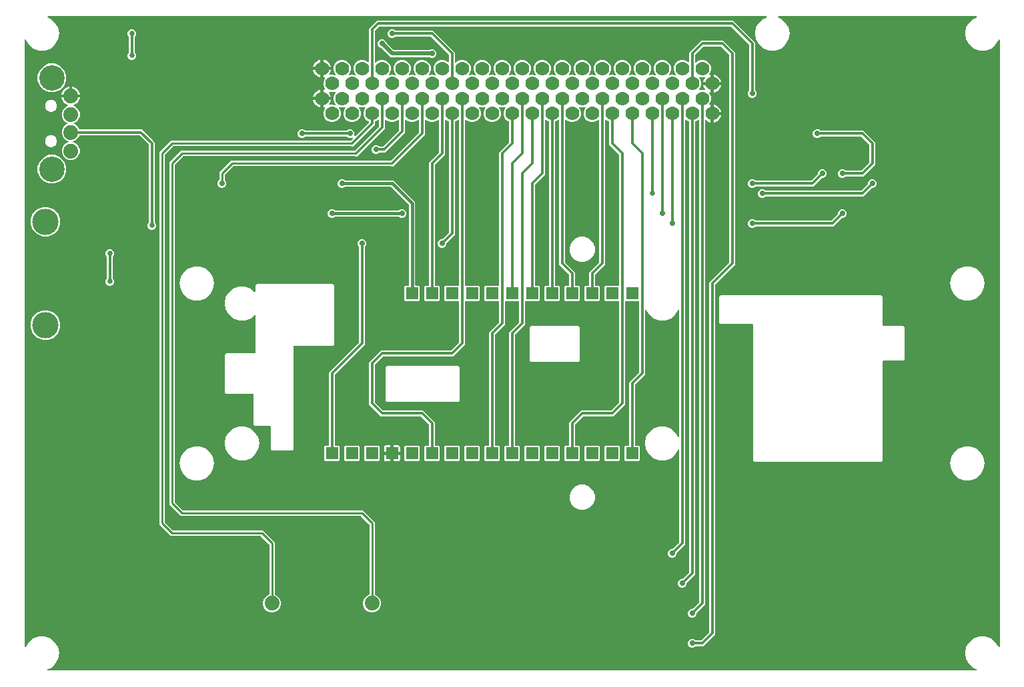
<source format=gbl>
G04 EAGLE Gerber RS-274X export*
G75*
%MOMM*%
%FSLAX34Y34*%
%LPD*%
%INBottom Copper*%
%IPPOS*%
%AMOC8*
5,1,8,0,0,1.08239X$1,22.5*%
G01*
%ADD10R,1.524000X1.524000*%
%ADD11C,1.778000*%
%ADD12C,1.879600*%
%ADD13C,3.327400*%
%ADD14C,3.216000*%
%ADD15C,0.736600*%
%ADD16C,0.304800*%
%ADD17C,0.660400*%
%ADD18C,0.254000*%
%ADD19C,0.381000*%
%ADD20C,0.508000*%

G36*
X1300034Y66818D02*
X1300034Y66818D01*
X1300141Y66826D01*
X1300174Y66838D01*
X1300208Y66843D01*
X1300307Y66887D01*
X1300408Y66924D01*
X1300436Y66945D01*
X1300468Y66959D01*
X1300550Y67029D01*
X1300637Y67092D01*
X1300658Y67120D01*
X1300685Y67142D01*
X1300745Y67232D01*
X1300810Y67318D01*
X1300823Y67350D01*
X1300842Y67379D01*
X1300875Y67482D01*
X1300915Y67582D01*
X1300918Y67617D01*
X1300928Y67650D01*
X1300931Y67758D01*
X1300941Y67865D01*
X1300935Y67900D01*
X1300936Y67934D01*
X1300908Y68039D01*
X1300888Y68145D01*
X1300873Y68176D01*
X1300864Y68209D01*
X1300809Y68302D01*
X1300760Y68398D01*
X1300736Y68424D01*
X1300718Y68454D01*
X1300640Y68528D01*
X1300566Y68607D01*
X1300539Y68622D01*
X1300511Y68648D01*
X1300320Y68746D01*
X1300274Y68772D01*
X1297138Y69913D01*
X1291305Y74808D01*
X1287498Y81402D01*
X1286176Y88900D01*
X1287498Y96398D01*
X1291305Y102992D01*
X1297138Y107887D01*
X1304293Y110491D01*
X1311907Y110491D01*
X1319062Y107887D01*
X1324895Y102992D01*
X1328303Y97089D01*
X1328315Y97074D01*
X1328323Y97056D01*
X1328402Y96962D01*
X1328478Y96865D01*
X1328494Y96854D01*
X1328507Y96839D01*
X1328609Y96771D01*
X1328708Y96699D01*
X1328727Y96692D01*
X1328743Y96681D01*
X1328860Y96644D01*
X1328976Y96603D01*
X1328996Y96601D01*
X1329014Y96596D01*
X1329137Y96592D01*
X1329260Y96585D01*
X1329279Y96589D01*
X1329298Y96588D01*
X1329417Y96619D01*
X1329537Y96646D01*
X1329555Y96655D01*
X1329573Y96660D01*
X1329679Y96723D01*
X1329787Y96782D01*
X1329801Y96795D01*
X1329818Y96805D01*
X1329902Y96894D01*
X1329989Y96981D01*
X1329999Y96998D01*
X1330012Y97013D01*
X1330068Y97122D01*
X1330128Y97229D01*
X1330133Y97248D01*
X1330142Y97266D01*
X1330154Y97338D01*
X1330193Y97506D01*
X1330191Y97557D01*
X1330197Y97597D01*
X1330197Y867603D01*
X1330195Y867623D01*
X1330197Y867642D01*
X1330175Y867763D01*
X1330157Y867885D01*
X1330149Y867902D01*
X1330146Y867922D01*
X1330091Y868032D01*
X1330041Y868144D01*
X1330029Y868159D01*
X1330020Y868177D01*
X1329937Y868267D01*
X1329858Y868361D01*
X1329841Y868372D01*
X1329828Y868386D01*
X1329723Y868451D01*
X1329621Y868519D01*
X1329602Y868525D01*
X1329586Y868535D01*
X1329467Y868567D01*
X1329350Y868604D01*
X1329330Y868605D01*
X1329311Y868610D01*
X1329189Y868609D01*
X1329066Y868612D01*
X1329047Y868607D01*
X1329027Y868607D01*
X1328909Y868571D01*
X1328791Y868540D01*
X1328774Y868530D01*
X1328755Y868524D01*
X1328652Y868457D01*
X1328546Y868395D01*
X1328533Y868380D01*
X1328516Y868370D01*
X1328470Y868313D01*
X1328352Y868187D01*
X1328328Y868142D01*
X1328303Y868111D01*
X1324895Y862208D01*
X1319062Y857313D01*
X1311907Y854709D01*
X1304293Y854709D01*
X1297138Y857313D01*
X1291305Y862208D01*
X1287498Y868802D01*
X1286176Y876300D01*
X1287498Y883798D01*
X1291305Y890392D01*
X1297138Y895287D01*
X1300274Y896428D01*
X1300369Y896479D01*
X1300468Y896523D01*
X1300494Y896545D01*
X1300525Y896562D01*
X1300602Y896637D01*
X1300685Y896707D01*
X1300704Y896735D01*
X1300729Y896760D01*
X1300783Y896853D01*
X1300842Y896943D01*
X1300853Y896976D01*
X1300870Y897006D01*
X1300896Y897111D01*
X1300928Y897214D01*
X1300929Y897249D01*
X1300937Y897283D01*
X1300933Y897390D01*
X1300936Y897498D01*
X1300927Y897532D01*
X1300925Y897567D01*
X1300891Y897669D01*
X1300864Y897773D01*
X1300846Y897803D01*
X1300835Y897836D01*
X1300774Y897925D01*
X1300718Y898018D01*
X1300693Y898042D01*
X1300673Y898070D01*
X1300590Y898138D01*
X1300511Y898212D01*
X1300480Y898228D01*
X1300453Y898250D01*
X1300354Y898293D01*
X1300258Y898342D01*
X1300227Y898347D01*
X1300192Y898362D01*
X1299980Y898388D01*
X1299927Y898397D01*
X1049573Y898397D01*
X1049466Y898382D01*
X1049359Y898374D01*
X1049326Y898362D01*
X1049292Y898357D01*
X1049193Y898313D01*
X1049092Y898276D01*
X1049064Y898255D01*
X1049032Y898241D01*
X1048950Y898171D01*
X1048863Y898108D01*
X1048842Y898080D01*
X1048815Y898058D01*
X1048755Y897968D01*
X1048690Y897882D01*
X1048677Y897850D01*
X1048658Y897821D01*
X1048625Y897718D01*
X1048586Y897618D01*
X1048582Y897583D01*
X1048572Y897550D01*
X1048569Y897442D01*
X1048559Y897335D01*
X1048565Y897300D01*
X1048564Y897266D01*
X1048592Y897161D01*
X1048612Y897055D01*
X1048628Y897024D01*
X1048636Y896991D01*
X1048691Y896898D01*
X1048740Y896802D01*
X1048764Y896776D01*
X1048782Y896746D01*
X1048860Y896672D01*
X1048934Y896593D01*
X1048961Y896578D01*
X1048989Y896552D01*
X1049179Y896454D01*
X1049226Y896428D01*
X1052362Y895287D01*
X1058195Y890392D01*
X1062002Y883798D01*
X1063324Y876300D01*
X1062002Y868802D01*
X1058195Y862208D01*
X1052362Y857313D01*
X1045207Y854709D01*
X1037593Y854709D01*
X1030438Y857313D01*
X1024605Y862208D01*
X1020798Y868802D01*
X1019476Y876300D01*
X1020798Y883798D01*
X1024605Y890392D01*
X1030438Y895287D01*
X1033574Y896428D01*
X1033670Y896479D01*
X1033768Y896523D01*
X1033794Y896545D01*
X1033825Y896562D01*
X1033902Y896637D01*
X1033985Y896707D01*
X1034004Y896735D01*
X1034029Y896760D01*
X1034083Y896853D01*
X1034142Y896943D01*
X1034153Y896976D01*
X1034170Y897006D01*
X1034196Y897111D01*
X1034228Y897214D01*
X1034229Y897249D01*
X1034237Y897283D01*
X1034233Y897390D01*
X1034236Y897498D01*
X1034227Y897532D01*
X1034225Y897567D01*
X1034191Y897669D01*
X1034164Y897773D01*
X1034146Y897803D01*
X1034135Y897836D01*
X1034073Y897925D01*
X1034018Y898018D01*
X1033993Y898042D01*
X1033973Y898070D01*
X1033890Y898139D01*
X1033811Y898212D01*
X1033780Y898228D01*
X1033753Y898250D01*
X1033654Y898293D01*
X1033558Y898342D01*
X1033527Y898347D01*
X1033492Y898362D01*
X1033280Y898388D01*
X1033227Y898397D01*
X122473Y898397D01*
X122366Y898382D01*
X122259Y898374D01*
X122226Y898362D01*
X122192Y898357D01*
X122093Y898313D01*
X121992Y898276D01*
X121964Y898255D01*
X121932Y898241D01*
X121850Y898171D01*
X121763Y898108D01*
X121742Y898080D01*
X121715Y898058D01*
X121655Y897968D01*
X121590Y897882D01*
X121577Y897850D01*
X121558Y897821D01*
X121525Y897718D01*
X121486Y897618D01*
X121482Y897583D01*
X121472Y897550D01*
X121469Y897442D01*
X121459Y897335D01*
X121465Y897300D01*
X121464Y897266D01*
X121492Y897161D01*
X121512Y897055D01*
X121528Y897024D01*
X121536Y896991D01*
X121591Y896898D01*
X121640Y896802D01*
X121664Y896776D01*
X121682Y896746D01*
X121760Y896672D01*
X121834Y896593D01*
X121861Y896578D01*
X121889Y896552D01*
X122079Y896454D01*
X122126Y896428D01*
X125262Y895287D01*
X131095Y890392D01*
X134902Y883798D01*
X136224Y876300D01*
X134902Y868802D01*
X131095Y862208D01*
X125262Y857313D01*
X118107Y854709D01*
X110493Y854709D01*
X103338Y857313D01*
X97505Y862208D01*
X94097Y868111D01*
X94085Y868126D01*
X94077Y868144D01*
X93998Y868238D01*
X93922Y868335D01*
X93906Y868346D01*
X93893Y868361D01*
X93791Y868429D01*
X93692Y868501D01*
X93673Y868508D01*
X93657Y868519D01*
X93540Y868556D01*
X93424Y868597D01*
X93404Y868599D01*
X93386Y868604D01*
X93263Y868608D01*
X93140Y868615D01*
X93121Y868611D01*
X93102Y868612D01*
X92983Y868581D01*
X92863Y868554D01*
X92845Y868545D01*
X92827Y868540D01*
X92721Y868477D01*
X92613Y868418D01*
X92599Y868405D01*
X92582Y868395D01*
X92498Y868305D01*
X92411Y868219D01*
X92401Y868202D01*
X92388Y868187D01*
X92332Y868078D01*
X92272Y867971D01*
X92267Y867952D01*
X92258Y867934D01*
X92246Y867862D01*
X92207Y867694D01*
X92209Y867643D01*
X92203Y867603D01*
X92203Y97597D01*
X92205Y97577D01*
X92203Y97558D01*
X92225Y97437D01*
X92243Y97315D01*
X92251Y97298D01*
X92254Y97278D01*
X92309Y97168D01*
X92359Y97056D01*
X92371Y97041D01*
X92380Y97023D01*
X92463Y96933D01*
X92542Y96839D01*
X92559Y96828D01*
X92572Y96814D01*
X92677Y96749D01*
X92779Y96681D01*
X92798Y96675D01*
X92814Y96665D01*
X92933Y96633D01*
X93050Y96596D01*
X93070Y96595D01*
X93089Y96590D01*
X93211Y96591D01*
X93334Y96588D01*
X93353Y96593D01*
X93373Y96593D01*
X93491Y96629D01*
X93609Y96660D01*
X93626Y96670D01*
X93645Y96676D01*
X93748Y96743D01*
X93854Y96805D01*
X93867Y96820D01*
X93884Y96830D01*
X93930Y96887D01*
X94048Y97013D01*
X94072Y97058D01*
X94097Y97089D01*
X97505Y102992D01*
X103338Y107887D01*
X110493Y110491D01*
X118107Y110491D01*
X125262Y107887D01*
X131095Y102992D01*
X134902Y96398D01*
X136224Y88900D01*
X134902Y81402D01*
X131095Y74808D01*
X125262Y69913D01*
X122126Y68772D01*
X122031Y68721D01*
X121932Y68677D01*
X121906Y68655D01*
X121875Y68638D01*
X121798Y68563D01*
X121715Y68493D01*
X121696Y68465D01*
X121671Y68440D01*
X121617Y68347D01*
X121558Y68257D01*
X121547Y68224D01*
X121530Y68194D01*
X121504Y68089D01*
X121472Y67986D01*
X121471Y67951D01*
X121463Y67917D01*
X121467Y67810D01*
X121464Y67702D01*
X121473Y67668D01*
X121475Y67633D01*
X121509Y67531D01*
X121536Y67427D01*
X121554Y67397D01*
X121565Y67364D01*
X121626Y67275D01*
X121682Y67182D01*
X121707Y67158D01*
X121727Y67130D01*
X121810Y67062D01*
X121889Y66988D01*
X121920Y66972D01*
X121947Y66950D01*
X122046Y66907D01*
X122142Y66858D01*
X122173Y66853D01*
X122208Y66838D01*
X122420Y66812D01*
X122473Y66803D01*
X1299927Y66803D01*
X1300034Y66818D01*
G37*
%LPC*%
G36*
X938663Y95884D02*
X938663Y95884D01*
X936562Y96754D01*
X934954Y98362D01*
X934084Y100463D01*
X934084Y102737D01*
X934954Y104838D01*
X936562Y106446D01*
X938663Y107316D01*
X940937Y107316D01*
X943038Y106446D01*
X944029Y105454D01*
X944099Y105402D01*
X944163Y105342D01*
X944212Y105316D01*
X944256Y105283D01*
X944338Y105252D01*
X944416Y105212D01*
X944464Y105204D01*
X944522Y105182D01*
X944670Y105170D01*
X944747Y105157D01*
X950606Y105157D01*
X950693Y105169D01*
X950780Y105172D01*
X950833Y105189D01*
X950888Y105197D01*
X950968Y105232D01*
X951051Y105259D01*
X951090Y105287D01*
X951147Y105313D01*
X951260Y105409D01*
X951324Y105454D01*
X961346Y115476D01*
X961398Y115546D01*
X961458Y115610D01*
X961484Y115659D01*
X961517Y115703D01*
X961548Y115785D01*
X961588Y115863D01*
X961596Y115910D01*
X961618Y115969D01*
X961630Y116116D01*
X961643Y116194D01*
X961643Y560273D01*
X986746Y585376D01*
X986798Y585446D01*
X986858Y585510D01*
X986884Y585559D01*
X986917Y585603D01*
X986948Y585685D01*
X986988Y585763D01*
X986996Y585810D01*
X987018Y585869D01*
X987030Y586016D01*
X987043Y586094D01*
X987043Y849006D01*
X987031Y849093D01*
X987028Y849180D01*
X987011Y849233D01*
X987003Y849288D01*
X986968Y849368D01*
X986941Y849451D01*
X986913Y849490D01*
X986887Y849547D01*
X986791Y849660D01*
X986746Y849724D01*
X976724Y859746D01*
X976654Y859798D01*
X976590Y859858D01*
X976541Y859884D01*
X976497Y859917D01*
X976415Y859948D01*
X976337Y859988D01*
X976290Y859996D01*
X976231Y860018D01*
X976084Y860030D01*
X976006Y860043D01*
X954394Y860043D01*
X954307Y860031D01*
X954220Y860028D01*
X954167Y860011D01*
X954112Y860003D01*
X954032Y859968D01*
X953949Y859941D01*
X953910Y859913D01*
X953853Y859887D01*
X953740Y859791D01*
X953676Y859746D01*
X943654Y849724D01*
X943602Y849654D01*
X943542Y849590D01*
X943516Y849541D01*
X943483Y849497D01*
X943452Y849415D01*
X943412Y849337D01*
X943404Y849290D01*
X943382Y849231D01*
X943370Y849084D01*
X943357Y849006D01*
X943357Y840605D01*
X943361Y840576D01*
X943358Y840547D01*
X943381Y840435D01*
X943397Y840323D01*
X943409Y840297D01*
X943414Y840268D01*
X943467Y840167D01*
X943513Y840064D01*
X943532Y840042D01*
X943545Y840015D01*
X943623Y839933D01*
X943696Y839847D01*
X943721Y839831D01*
X943741Y839809D01*
X943839Y839752D01*
X943933Y839689D01*
X943961Y839680D01*
X943986Y839666D01*
X944096Y839638D01*
X944204Y839604D01*
X944234Y839603D01*
X944262Y839596D01*
X944375Y839599D01*
X944488Y839596D01*
X944517Y839604D01*
X944546Y839605D01*
X944654Y839640D01*
X944763Y839668D01*
X944789Y839683D01*
X944817Y839692D01*
X944881Y839738D01*
X945008Y839813D01*
X945051Y839859D01*
X945090Y839887D01*
X946313Y841110D01*
X950327Y842773D01*
X954673Y842773D01*
X958687Y841110D01*
X961760Y838037D01*
X963423Y834023D01*
X963423Y829677D01*
X961751Y825641D01*
X961724Y825606D01*
X961653Y825523D01*
X961639Y825493D01*
X961619Y825465D01*
X961580Y825364D01*
X961535Y825265D01*
X961530Y825231D01*
X961518Y825200D01*
X961509Y825091D01*
X961492Y824984D01*
X961497Y824950D01*
X961494Y824917D01*
X961515Y824810D01*
X961530Y824702D01*
X961543Y824671D01*
X961550Y824638D01*
X961600Y824541D01*
X961644Y824442D01*
X961665Y824415D01*
X961681Y824385D01*
X961756Y824307D01*
X961825Y824223D01*
X961853Y824204D01*
X961877Y824179D01*
X961970Y824124D01*
X962060Y824063D01*
X962093Y824053D01*
X962122Y824036D01*
X962227Y824009D01*
X962331Y823975D01*
X962361Y823975D01*
X962397Y823965D01*
X962617Y823972D01*
X962666Y823972D01*
X963169Y824052D01*
X963169Y814831D01*
X953948Y814831D01*
X954051Y815477D01*
X954607Y817188D01*
X955424Y818791D01*
X955851Y819380D01*
X955854Y819385D01*
X955858Y819390D01*
X955921Y819511D01*
X955984Y819631D01*
X955986Y819637D01*
X955989Y819642D01*
X956015Y819777D01*
X956043Y819909D01*
X956042Y819915D01*
X956044Y819921D01*
X956032Y820056D01*
X956022Y820192D01*
X956020Y820198D01*
X956019Y820204D01*
X955970Y820331D01*
X955923Y820459D01*
X955919Y820464D01*
X955917Y820470D01*
X955835Y820578D01*
X955754Y820688D01*
X955749Y820691D01*
X955745Y820696D01*
X955636Y820778D01*
X955529Y820861D01*
X955523Y820863D01*
X955518Y820867D01*
X955392Y820914D01*
X955264Y820964D01*
X955257Y820965D01*
X955252Y820967D01*
X955118Y820978D01*
X954981Y820990D01*
X954974Y820989D01*
X954968Y820990D01*
X954926Y820980D01*
X954701Y820937D01*
X954682Y820927D01*
X950327Y820927D01*
X949567Y821242D01*
X949484Y821264D01*
X949404Y821294D01*
X949347Y821299D01*
X949292Y821313D01*
X949206Y821311D01*
X949120Y821318D01*
X949065Y821307D01*
X949008Y821305D01*
X948926Y821279D01*
X948842Y821262D01*
X948791Y821236D01*
X948737Y821218D01*
X948666Y821170D01*
X948589Y821131D01*
X948548Y821092D01*
X948501Y821060D01*
X948446Y820994D01*
X948383Y820935D01*
X948354Y820886D01*
X948318Y820842D01*
X948283Y820764D01*
X948240Y820690D01*
X948225Y820635D01*
X948202Y820583D01*
X948191Y820497D01*
X948169Y820414D01*
X948171Y820357D01*
X948163Y820301D01*
X948176Y820216D01*
X948178Y820130D01*
X948196Y820076D01*
X948204Y820020D01*
X948239Y819941D01*
X948266Y819860D01*
X948295Y819819D01*
X948321Y819761D01*
X948415Y819650D01*
X948461Y819586D01*
X949060Y818987D01*
X950723Y814973D01*
X950723Y810627D01*
X949060Y806613D01*
X948461Y806014D01*
X948409Y805945D01*
X948350Y805883D01*
X948324Y805832D01*
X948290Y805787D01*
X948259Y805706D01*
X948220Y805630D01*
X948209Y805574D01*
X948189Y805521D01*
X948182Y805435D01*
X948165Y805351D01*
X948170Y805294D01*
X948165Y805238D01*
X948182Y805153D01*
X948189Y805068D01*
X948210Y805015D01*
X948221Y804959D01*
X948261Y804882D01*
X948291Y804802D01*
X948326Y804757D01*
X948352Y804707D01*
X948411Y804644D01*
X948463Y804576D01*
X948509Y804542D01*
X948548Y804500D01*
X948622Y804457D01*
X948691Y804406D01*
X948744Y804385D01*
X948793Y804357D01*
X948876Y804336D01*
X948957Y804305D01*
X949014Y804301D01*
X949069Y804287D01*
X949154Y804289D01*
X949240Y804282D01*
X949288Y804294D01*
X949353Y804296D01*
X949491Y804340D01*
X949567Y804358D01*
X950327Y804673D01*
X954687Y804673D01*
X954786Y804649D01*
X954917Y804615D01*
X954923Y804615D01*
X954929Y804613D01*
X955065Y804619D01*
X955201Y804623D01*
X955207Y804625D01*
X955213Y804625D01*
X955342Y804668D01*
X955472Y804710D01*
X955477Y804713D01*
X955483Y804715D01*
X955595Y804792D01*
X955708Y804868D01*
X955712Y804873D01*
X955717Y804876D01*
X955804Y804982D01*
X955891Y805085D01*
X955893Y805091D01*
X955897Y805096D01*
X955951Y805222D01*
X956006Y805345D01*
X956007Y805351D01*
X956009Y805357D01*
X956026Y805492D01*
X956045Y805627D01*
X956044Y805633D01*
X956045Y805639D01*
X956024Y805773D01*
X956004Y805908D01*
X956002Y805914D01*
X956001Y805920D01*
X955981Y805959D01*
X955887Y806167D01*
X955864Y806195D01*
X955851Y806220D01*
X955424Y806809D01*
X954607Y808412D01*
X954051Y810123D01*
X953948Y810769D01*
X963169Y810769D01*
X963169Y801548D01*
X962666Y801628D01*
X962558Y801630D01*
X962449Y801639D01*
X962416Y801632D01*
X962382Y801633D01*
X962277Y801604D01*
X962170Y801583D01*
X962140Y801567D01*
X962108Y801559D01*
X962015Y801502D01*
X961918Y801452D01*
X961894Y801429D01*
X961865Y801411D01*
X961791Y801331D01*
X961712Y801256D01*
X961695Y801227D01*
X961672Y801202D01*
X961623Y801105D01*
X961568Y801011D01*
X961560Y800978D01*
X961545Y800948D01*
X961525Y800841D01*
X961498Y800735D01*
X961499Y800701D01*
X961493Y800668D01*
X961504Y800560D01*
X961507Y800451D01*
X961518Y800419D01*
X961521Y800385D01*
X961561Y800284D01*
X961595Y800181D01*
X961612Y800156D01*
X961626Y800121D01*
X961749Y799963D01*
X963423Y795923D01*
X963423Y791577D01*
X961751Y787541D01*
X961724Y787506D01*
X961653Y787423D01*
X961639Y787393D01*
X961619Y787365D01*
X961580Y787264D01*
X961535Y787165D01*
X961530Y787131D01*
X961518Y787100D01*
X961509Y786991D01*
X961492Y786884D01*
X961497Y786850D01*
X961494Y786817D01*
X961515Y786710D01*
X961530Y786602D01*
X961543Y786571D01*
X961550Y786538D01*
X961600Y786441D01*
X961644Y786342D01*
X961665Y786315D01*
X961681Y786285D01*
X961756Y786207D01*
X961825Y786123D01*
X961853Y786104D01*
X961877Y786079D01*
X961970Y786024D01*
X962060Y785963D01*
X962093Y785953D01*
X962122Y785936D01*
X962227Y785909D01*
X962331Y785875D01*
X962361Y785875D01*
X962397Y785865D01*
X962617Y785872D01*
X962666Y785872D01*
X963169Y785952D01*
X963169Y775716D01*
X963177Y775658D01*
X963175Y775600D01*
X963197Y775518D01*
X963209Y775435D01*
X963233Y775381D01*
X963247Y775325D01*
X963290Y775252D01*
X963325Y775175D01*
X963363Y775131D01*
X963393Y775080D01*
X963454Y775023D01*
X963509Y774958D01*
X963557Y774926D01*
X963600Y774886D01*
X963675Y774847D01*
X963745Y774801D01*
X963801Y774783D01*
X963853Y774756D01*
X963921Y774745D01*
X964016Y774715D01*
X964116Y774712D01*
X964184Y774701D01*
X965201Y774701D01*
X965201Y774699D01*
X964184Y774699D01*
X964126Y774691D01*
X964068Y774692D01*
X963986Y774671D01*
X963903Y774659D01*
X963849Y774635D01*
X963793Y774621D01*
X963720Y774578D01*
X963643Y774543D01*
X963598Y774505D01*
X963548Y774475D01*
X963490Y774414D01*
X963426Y774359D01*
X963394Y774311D01*
X963354Y774268D01*
X963315Y774193D01*
X963269Y774123D01*
X963251Y774067D01*
X963224Y774015D01*
X963213Y773947D01*
X963183Y773852D01*
X963180Y773752D01*
X963169Y773684D01*
X963169Y763448D01*
X962523Y763551D01*
X960812Y764107D01*
X959209Y764924D01*
X957689Y766028D01*
X957657Y766045D01*
X957654Y766047D01*
X957563Y766115D01*
X957536Y766126D01*
X957511Y766142D01*
X957403Y766176D01*
X957298Y766217D01*
X957268Y766219D01*
X957240Y766228D01*
X957127Y766231D01*
X957015Y766240D01*
X956985Y766235D01*
X956956Y766235D01*
X956846Y766207D01*
X956736Y766185D01*
X956709Y766171D01*
X956681Y766164D01*
X956584Y766106D01*
X956483Y766054D01*
X956462Y766033D01*
X956436Y766018D01*
X956359Y765936D01*
X956277Y765858D01*
X956262Y765833D01*
X956242Y765811D01*
X956190Y765710D01*
X956133Y765613D01*
X956126Y765584D01*
X956112Y765558D01*
X956099Y765481D01*
X956063Y765338D01*
X956065Y765275D01*
X956057Y765227D01*
X956057Y150927D01*
X945813Y140683D01*
X945761Y140613D01*
X945701Y140549D01*
X945675Y140500D01*
X945642Y140456D01*
X945611Y140374D01*
X945571Y140296D01*
X945563Y140249D01*
X945541Y140190D01*
X945531Y140074D01*
X945530Y140069D01*
X945529Y140048D01*
X945529Y140043D01*
X945516Y139965D01*
X945516Y138563D01*
X944646Y136462D01*
X943038Y134854D01*
X940937Y133984D01*
X938663Y133984D01*
X936562Y134854D01*
X934954Y136462D01*
X934084Y138563D01*
X934084Y140837D01*
X934954Y142938D01*
X936562Y144546D01*
X938663Y145416D01*
X940065Y145416D01*
X940152Y145428D01*
X940239Y145431D01*
X940292Y145448D01*
X940347Y145456D01*
X940427Y145491D01*
X940510Y145518D01*
X940549Y145546D01*
X940606Y145572D01*
X940719Y145668D01*
X940783Y145713D01*
X948646Y153576D01*
X948698Y153646D01*
X948758Y153710D01*
X948784Y153759D01*
X948817Y153803D01*
X948848Y153885D01*
X948888Y153963D01*
X948896Y154010D01*
X948918Y154069D01*
X948930Y154216D01*
X948943Y154294D01*
X948943Y765945D01*
X948939Y765974D01*
X948942Y766003D01*
X948919Y766115D01*
X948903Y766227D01*
X948891Y766253D01*
X948886Y766282D01*
X948833Y766383D01*
X948787Y766486D01*
X948768Y766508D01*
X948755Y766535D01*
X948677Y766617D01*
X948604Y766703D01*
X948579Y766719D01*
X948559Y766741D01*
X948461Y766798D01*
X948367Y766861D01*
X948339Y766870D01*
X948314Y766884D01*
X948204Y766912D01*
X948096Y766946D01*
X948066Y766947D01*
X948038Y766954D01*
X947925Y766951D01*
X947812Y766954D01*
X947783Y766946D01*
X947754Y766945D01*
X947646Y766910D01*
X947537Y766882D01*
X947511Y766867D01*
X947483Y766858D01*
X947419Y766812D01*
X947292Y766737D01*
X947249Y766691D01*
X947210Y766663D01*
X945987Y765440D01*
X943983Y764610D01*
X943982Y764609D01*
X943981Y764609D01*
X943860Y764537D01*
X943739Y764466D01*
X943738Y764465D01*
X943736Y764464D01*
X943639Y764360D01*
X943543Y764259D01*
X943543Y764258D01*
X943542Y764256D01*
X943477Y764131D01*
X943413Y764006D01*
X943413Y764005D01*
X943412Y764003D01*
X943410Y763988D01*
X943358Y763727D01*
X943361Y763697D01*
X943357Y763672D01*
X943357Y189027D01*
X933113Y178783D01*
X933061Y178713D01*
X933001Y178649D01*
X932975Y178600D01*
X932942Y178556D01*
X932911Y178474D01*
X932871Y178396D01*
X932863Y178349D01*
X932841Y178290D01*
X932829Y178143D01*
X932816Y178065D01*
X932816Y176663D01*
X931946Y174562D01*
X930338Y172954D01*
X928237Y172084D01*
X925963Y172084D01*
X923862Y172954D01*
X922254Y174562D01*
X921384Y176663D01*
X921384Y178937D01*
X922254Y181038D01*
X923862Y182646D01*
X925963Y183516D01*
X927365Y183516D01*
X927452Y183528D01*
X927539Y183531D01*
X927592Y183548D01*
X927647Y183556D01*
X927727Y183591D01*
X927810Y183618D01*
X927849Y183646D01*
X927906Y183672D01*
X928019Y183768D01*
X928083Y183813D01*
X935946Y191676D01*
X935998Y191746D01*
X936058Y191810D01*
X936084Y191859D01*
X936117Y191903D01*
X936148Y191985D01*
X936188Y192063D01*
X936196Y192110D01*
X936218Y192169D01*
X936230Y192316D01*
X936243Y192394D01*
X936243Y763672D01*
X936243Y763674D01*
X936243Y763675D01*
X936223Y763815D01*
X936203Y763954D01*
X936203Y763955D01*
X936203Y763957D01*
X936146Y764083D01*
X936087Y764213D01*
X936086Y764214D01*
X936085Y764216D01*
X935994Y764323D01*
X935904Y764430D01*
X935902Y764431D01*
X935901Y764432D01*
X935888Y764440D01*
X935667Y764588D01*
X935638Y764597D01*
X935617Y764610D01*
X933613Y765440D01*
X932390Y766663D01*
X932366Y766681D01*
X932347Y766703D01*
X932253Y766766D01*
X932163Y766834D01*
X932135Y766844D01*
X932111Y766861D01*
X932003Y766895D01*
X931897Y766935D01*
X931868Y766938D01*
X931840Y766946D01*
X931726Y766949D01*
X931614Y766959D01*
X931585Y766953D01*
X931556Y766954D01*
X931446Y766925D01*
X931335Y766903D01*
X931309Y766889D01*
X931281Y766882D01*
X931183Y766824D01*
X931083Y766772D01*
X931061Y766752D01*
X931036Y766737D01*
X930959Y766654D01*
X930877Y766576D01*
X930862Y766551D01*
X930842Y766529D01*
X930790Y766429D01*
X930733Y766331D01*
X930726Y766302D01*
X930712Y766276D01*
X930699Y766199D01*
X930663Y766055D01*
X930665Y765993D01*
X930657Y765945D01*
X930657Y227127D01*
X920413Y216883D01*
X920361Y216813D01*
X920301Y216749D01*
X920275Y216700D01*
X920242Y216656D01*
X920211Y216574D01*
X920171Y216496D01*
X920163Y216449D01*
X920141Y216390D01*
X920129Y216243D01*
X920116Y216165D01*
X920116Y214763D01*
X919246Y212662D01*
X917638Y211054D01*
X915537Y210184D01*
X913263Y210184D01*
X911162Y211054D01*
X909554Y212662D01*
X908684Y214763D01*
X908684Y217037D01*
X909554Y219138D01*
X911162Y220746D01*
X913263Y221616D01*
X914665Y221616D01*
X914752Y221628D01*
X914839Y221631D01*
X914892Y221648D01*
X914947Y221656D01*
X915027Y221691D01*
X915110Y221718D01*
X915149Y221746D01*
X915206Y221772D01*
X915319Y221868D01*
X915383Y221913D01*
X923246Y229776D01*
X923298Y229846D01*
X923358Y229910D01*
X923384Y229959D01*
X923417Y230003D01*
X923448Y230085D01*
X923488Y230163D01*
X923496Y230210D01*
X923518Y230269D01*
X923530Y230416D01*
X923543Y230494D01*
X923543Y346463D01*
X923541Y346483D01*
X923543Y346502D01*
X923521Y346623D01*
X923503Y346745D01*
X923495Y346763D01*
X923492Y346782D01*
X923437Y346892D01*
X923387Y347004D01*
X923375Y347019D01*
X923366Y347037D01*
X923283Y347127D01*
X923204Y347221D01*
X923187Y347232D01*
X923174Y347246D01*
X923069Y347311D01*
X922967Y347379D01*
X922948Y347385D01*
X922932Y347395D01*
X922813Y347427D01*
X922696Y347465D01*
X922676Y347465D01*
X922657Y347470D01*
X922535Y347469D01*
X922412Y347472D01*
X922393Y347467D01*
X922373Y347467D01*
X922255Y347431D01*
X922137Y347400D01*
X922120Y347390D01*
X922101Y347384D01*
X921998Y347317D01*
X921892Y347255D01*
X921879Y347240D01*
X921862Y347230D01*
X921816Y347173D01*
X921698Y347047D01*
X921674Y347002D01*
X921649Y346971D01*
X918495Y341508D01*
X912662Y336613D01*
X905507Y334009D01*
X897893Y334009D01*
X890738Y336613D01*
X884905Y341508D01*
X881098Y348102D01*
X879776Y355600D01*
X881098Y363098D01*
X884905Y369692D01*
X890738Y374587D01*
X897893Y377191D01*
X905507Y377191D01*
X912662Y374587D01*
X918495Y369692D01*
X921649Y364229D01*
X921661Y364214D01*
X921669Y364196D01*
X921748Y364102D01*
X921824Y364005D01*
X921840Y363994D01*
X921853Y363979D01*
X921955Y363911D01*
X922054Y363839D01*
X922073Y363832D01*
X922089Y363821D01*
X922206Y363784D01*
X922322Y363743D01*
X922342Y363741D01*
X922360Y363735D01*
X922483Y363732D01*
X922606Y363724D01*
X922625Y363729D01*
X922644Y363728D01*
X922763Y363759D01*
X922883Y363786D01*
X922901Y363795D01*
X922919Y363800D01*
X923025Y363863D01*
X923133Y363921D01*
X923147Y363935D01*
X923164Y363945D01*
X923248Y364035D01*
X923335Y364121D01*
X923345Y364138D01*
X923358Y364153D01*
X923414Y364262D01*
X923474Y364369D01*
X923479Y364388D01*
X923488Y364406D01*
X923500Y364478D01*
X923539Y364646D01*
X923537Y364697D01*
X923543Y364737D01*
X923543Y524263D01*
X923541Y524283D01*
X923543Y524302D01*
X923521Y524423D01*
X923503Y524545D01*
X923495Y524563D01*
X923492Y524582D01*
X923437Y524692D01*
X923387Y524804D01*
X923375Y524819D01*
X923366Y524837D01*
X923283Y524927D01*
X923204Y525021D01*
X923187Y525032D01*
X923174Y525046D01*
X923069Y525111D01*
X922967Y525179D01*
X922948Y525185D01*
X922932Y525195D01*
X922813Y525227D01*
X922696Y525265D01*
X922676Y525265D01*
X922657Y525270D01*
X922535Y525269D01*
X922412Y525272D01*
X922393Y525267D01*
X922373Y525267D01*
X922255Y525231D01*
X922137Y525200D01*
X922120Y525190D01*
X922101Y525184D01*
X921998Y525117D01*
X921892Y525055D01*
X921879Y525040D01*
X921862Y525030D01*
X921816Y524973D01*
X921698Y524847D01*
X921674Y524802D01*
X921649Y524771D01*
X918495Y519308D01*
X912662Y514413D01*
X905507Y511809D01*
X897893Y511809D01*
X890738Y514413D01*
X884905Y519308D01*
X881751Y524771D01*
X881739Y524786D01*
X881731Y524804D01*
X881652Y524898D01*
X881576Y524995D01*
X881560Y525006D01*
X881547Y525021D01*
X881445Y525089D01*
X881346Y525161D01*
X881327Y525168D01*
X881311Y525179D01*
X881194Y525216D01*
X881078Y525257D01*
X881058Y525259D01*
X881040Y525265D01*
X880917Y525268D01*
X880794Y525276D01*
X880775Y525271D01*
X880756Y525272D01*
X880637Y525241D01*
X880517Y525214D01*
X880499Y525205D01*
X880481Y525200D01*
X880375Y525137D01*
X880267Y525079D01*
X880253Y525065D01*
X880236Y525055D01*
X880152Y524965D01*
X880065Y524879D01*
X880055Y524862D01*
X880042Y524847D01*
X879986Y524738D01*
X879926Y524631D01*
X879921Y524612D01*
X879912Y524594D01*
X879900Y524522D01*
X879861Y524354D01*
X879863Y524303D01*
X879857Y524263D01*
X879857Y443027D01*
X867454Y430624D01*
X867402Y430554D01*
X867342Y430490D01*
X867316Y430441D01*
X867283Y430397D01*
X867252Y430315D01*
X867212Y430237D01*
X867204Y430190D01*
X867182Y430131D01*
X867170Y429984D01*
X867157Y429906D01*
X867157Y353568D01*
X867165Y353510D01*
X867163Y353452D01*
X867185Y353370D01*
X867197Y353286D01*
X867220Y353233D01*
X867235Y353177D01*
X867278Y353104D01*
X867313Y353027D01*
X867351Y352982D01*
X867380Y352932D01*
X867442Y352874D01*
X867496Y352810D01*
X867545Y352778D01*
X867588Y352738D01*
X867663Y352699D01*
X867733Y352652D01*
X867789Y352635D01*
X867841Y352608D01*
X867909Y352597D01*
X868004Y352567D01*
X868104Y352564D01*
X868172Y352553D01*
X872062Y352553D01*
X873253Y351362D01*
X873253Y334438D01*
X872062Y333247D01*
X855138Y333247D01*
X853947Y334438D01*
X853947Y351362D01*
X855138Y352553D01*
X859028Y352553D01*
X859086Y352561D01*
X859144Y352559D01*
X859226Y352581D01*
X859310Y352593D01*
X859363Y352616D01*
X859419Y352631D01*
X859492Y352674D01*
X859569Y352709D01*
X859614Y352747D01*
X859664Y352776D01*
X859722Y352838D01*
X859786Y352892D01*
X859818Y352941D01*
X859858Y352984D01*
X859897Y353059D01*
X859944Y353129D01*
X859961Y353185D01*
X859988Y353237D01*
X859999Y353305D01*
X860029Y353400D01*
X860032Y353500D01*
X860043Y353568D01*
X860043Y433273D01*
X872446Y445676D01*
X872498Y445746D01*
X872558Y445810D01*
X872584Y445859D01*
X872617Y445903D01*
X872648Y445985D01*
X872688Y446063D01*
X872696Y446110D01*
X872718Y446169D01*
X872730Y446316D01*
X872743Y446394D01*
X872743Y535432D01*
X872735Y535490D01*
X872737Y535548D01*
X872715Y535630D01*
X872703Y535714D01*
X872680Y535767D01*
X872665Y535823D01*
X872622Y535896D01*
X872587Y535973D01*
X872549Y536018D01*
X872520Y536068D01*
X872458Y536126D01*
X872404Y536190D01*
X872355Y536222D01*
X872312Y536262D01*
X872237Y536301D01*
X872167Y536348D01*
X872111Y536365D01*
X872059Y536392D01*
X871991Y536403D01*
X871896Y536433D01*
X871796Y536436D01*
X871728Y536447D01*
X855472Y536447D01*
X855414Y536439D01*
X855356Y536441D01*
X855274Y536419D01*
X855190Y536407D01*
X855137Y536384D01*
X855081Y536369D01*
X855008Y536326D01*
X854931Y536291D01*
X854886Y536253D01*
X854836Y536224D01*
X854778Y536162D01*
X854714Y536108D01*
X854682Y536059D01*
X854642Y536016D01*
X854603Y535941D01*
X854556Y535871D01*
X854539Y535815D01*
X854512Y535763D01*
X854501Y535695D01*
X854471Y535600D01*
X854468Y535500D01*
X854457Y535432D01*
X854457Y404927D01*
X839673Y390143D01*
X801994Y390143D01*
X801907Y390131D01*
X801820Y390128D01*
X801767Y390111D01*
X801712Y390103D01*
X801632Y390068D01*
X801549Y390041D01*
X801510Y390013D01*
X801453Y389987D01*
X801340Y389891D01*
X801276Y389846D01*
X791254Y379824D01*
X791202Y379754D01*
X791142Y379690D01*
X791116Y379641D01*
X791083Y379597D01*
X791052Y379515D01*
X791012Y379437D01*
X791004Y379390D01*
X790982Y379331D01*
X790970Y379184D01*
X790957Y379106D01*
X790957Y353568D01*
X790965Y353510D01*
X790963Y353452D01*
X790985Y353370D01*
X790997Y353286D01*
X791020Y353233D01*
X791035Y353177D01*
X791078Y353104D01*
X791113Y353027D01*
X791151Y352982D01*
X791180Y352932D01*
X791242Y352874D01*
X791296Y352810D01*
X791345Y352778D01*
X791388Y352738D01*
X791463Y352699D01*
X791533Y352652D01*
X791589Y352635D01*
X791641Y352608D01*
X791709Y352597D01*
X791804Y352567D01*
X791904Y352564D01*
X791972Y352553D01*
X795862Y352553D01*
X797053Y351362D01*
X797053Y334438D01*
X795862Y333247D01*
X778938Y333247D01*
X777747Y334438D01*
X777747Y351362D01*
X778938Y352553D01*
X782828Y352553D01*
X782886Y352561D01*
X782944Y352559D01*
X783026Y352581D01*
X783110Y352593D01*
X783163Y352616D01*
X783219Y352631D01*
X783292Y352674D01*
X783369Y352709D01*
X783414Y352747D01*
X783464Y352776D01*
X783522Y352838D01*
X783586Y352892D01*
X783618Y352941D01*
X783658Y352984D01*
X783697Y353059D01*
X783744Y353129D01*
X783761Y353185D01*
X783788Y353237D01*
X783799Y353305D01*
X783829Y353400D01*
X783832Y353500D01*
X783843Y353568D01*
X783843Y382473D01*
X798627Y397257D01*
X836306Y397257D01*
X836393Y397269D01*
X836480Y397272D01*
X836533Y397289D01*
X836588Y397297D01*
X836668Y397332D01*
X836751Y397359D01*
X836790Y397387D01*
X836847Y397413D01*
X836960Y397509D01*
X837024Y397554D01*
X847046Y407576D01*
X847098Y407646D01*
X847158Y407710D01*
X847184Y407759D01*
X847217Y407803D01*
X847248Y407885D01*
X847288Y407963D01*
X847296Y408010D01*
X847318Y408069D01*
X847330Y408216D01*
X847343Y408294D01*
X847343Y535432D01*
X847335Y535490D01*
X847337Y535548D01*
X847315Y535630D01*
X847303Y535714D01*
X847280Y535767D01*
X847265Y535823D01*
X847222Y535896D01*
X847187Y535973D01*
X847149Y536018D01*
X847120Y536068D01*
X847058Y536126D01*
X847004Y536190D01*
X846955Y536222D01*
X846912Y536262D01*
X846837Y536301D01*
X846767Y536348D01*
X846711Y536365D01*
X846659Y536392D01*
X846591Y536403D01*
X846496Y536433D01*
X846396Y536436D01*
X846328Y536447D01*
X829738Y536447D01*
X828547Y537638D01*
X828547Y554562D01*
X829738Y555753D01*
X846328Y555753D01*
X846386Y555761D01*
X846444Y555759D01*
X846526Y555781D01*
X846610Y555793D01*
X846663Y555816D01*
X846719Y555831D01*
X846792Y555874D01*
X846869Y555909D01*
X846914Y555947D01*
X846964Y555976D01*
X847022Y556038D01*
X847086Y556092D01*
X847118Y556141D01*
X847158Y556184D01*
X847197Y556259D01*
X847244Y556329D01*
X847261Y556385D01*
X847288Y556437D01*
X847299Y556505D01*
X847329Y556600D01*
X847332Y556700D01*
X847343Y556768D01*
X847343Y722006D01*
X847331Y722093D01*
X847328Y722180D01*
X847311Y722233D01*
X847303Y722288D01*
X847268Y722368D01*
X847241Y722451D01*
X847213Y722490D01*
X847187Y722547D01*
X847091Y722660D01*
X847046Y722724D01*
X834643Y735127D01*
X834643Y763672D01*
X834643Y763674D01*
X834643Y763675D01*
X834623Y763815D01*
X834603Y763954D01*
X834603Y763955D01*
X834603Y763957D01*
X834546Y764083D01*
X834487Y764213D01*
X834486Y764214D01*
X834485Y764216D01*
X834394Y764323D01*
X834304Y764430D01*
X834302Y764431D01*
X834301Y764432D01*
X834288Y764440D01*
X834067Y764588D01*
X834038Y764597D01*
X834017Y764610D01*
X832013Y765440D01*
X830790Y766663D01*
X830766Y766681D01*
X830747Y766703D01*
X830653Y766766D01*
X830563Y766834D01*
X830535Y766844D01*
X830511Y766861D01*
X830403Y766895D01*
X830297Y766935D01*
X830268Y766938D01*
X830240Y766946D01*
X830126Y766949D01*
X830014Y766959D01*
X829985Y766953D01*
X829956Y766954D01*
X829846Y766925D01*
X829735Y766903D01*
X829709Y766889D01*
X829681Y766882D01*
X829583Y766824D01*
X829483Y766772D01*
X829461Y766752D01*
X829436Y766737D01*
X829359Y766654D01*
X829277Y766576D01*
X829262Y766551D01*
X829242Y766529D01*
X829190Y766429D01*
X829133Y766331D01*
X829126Y766302D01*
X829112Y766276D01*
X829099Y766199D01*
X829063Y766055D01*
X829065Y765993D01*
X829057Y765945D01*
X829057Y582727D01*
X816654Y570324D01*
X816602Y570254D01*
X816542Y570190D01*
X816516Y570141D01*
X816483Y570097D01*
X816452Y570015D01*
X816412Y569937D01*
X816404Y569890D01*
X816382Y569831D01*
X816370Y569684D01*
X816357Y569606D01*
X816357Y556768D01*
X816365Y556710D01*
X816363Y556652D01*
X816385Y556570D01*
X816397Y556486D01*
X816420Y556433D01*
X816435Y556377D01*
X816478Y556304D01*
X816513Y556227D01*
X816551Y556182D01*
X816580Y556132D01*
X816642Y556074D01*
X816696Y556010D01*
X816745Y555978D01*
X816788Y555938D01*
X816863Y555899D01*
X816933Y555852D01*
X816989Y555835D01*
X817041Y555808D01*
X817109Y555797D01*
X817204Y555767D01*
X817304Y555764D01*
X817372Y555753D01*
X821262Y555753D01*
X822453Y554562D01*
X822453Y537638D01*
X821262Y536447D01*
X804338Y536447D01*
X803147Y537638D01*
X803147Y554562D01*
X804338Y555753D01*
X808228Y555753D01*
X808286Y555761D01*
X808344Y555759D01*
X808426Y555781D01*
X808510Y555793D01*
X808563Y555816D01*
X808619Y555831D01*
X808692Y555874D01*
X808769Y555909D01*
X808814Y555947D01*
X808864Y555976D01*
X808922Y556038D01*
X808986Y556092D01*
X809018Y556141D01*
X809058Y556184D01*
X809097Y556259D01*
X809144Y556329D01*
X809161Y556385D01*
X809188Y556437D01*
X809199Y556505D01*
X809229Y556600D01*
X809232Y556700D01*
X809243Y556768D01*
X809243Y572973D01*
X821646Y585376D01*
X821698Y585446D01*
X821758Y585510D01*
X821784Y585559D01*
X821817Y585603D01*
X821848Y585685D01*
X821888Y585763D01*
X821896Y585810D01*
X821918Y585869D01*
X821930Y586016D01*
X821943Y586094D01*
X821943Y765945D01*
X821939Y765974D01*
X821942Y766003D01*
X821919Y766115D01*
X821903Y766227D01*
X821891Y766253D01*
X821886Y766282D01*
X821833Y766383D01*
X821787Y766486D01*
X821768Y766508D01*
X821755Y766535D01*
X821677Y766617D01*
X821604Y766703D01*
X821579Y766719D01*
X821559Y766741D01*
X821461Y766798D01*
X821367Y766861D01*
X821339Y766870D01*
X821314Y766884D01*
X821204Y766912D01*
X821096Y766946D01*
X821066Y766947D01*
X821038Y766954D01*
X820925Y766951D01*
X820812Y766954D01*
X820783Y766946D01*
X820754Y766945D01*
X820646Y766910D01*
X820537Y766882D01*
X820511Y766867D01*
X820483Y766858D01*
X820419Y766812D01*
X820292Y766737D01*
X820249Y766691D01*
X820210Y766663D01*
X818987Y765440D01*
X814973Y763777D01*
X810627Y763777D01*
X806613Y765440D01*
X803540Y768513D01*
X801877Y772527D01*
X801877Y776873D01*
X803540Y780887D01*
X804139Y781486D01*
X804191Y781555D01*
X804250Y781617D01*
X804276Y781668D01*
X804310Y781713D01*
X804341Y781794D01*
X804380Y781870D01*
X804391Y781926D01*
X804411Y781979D01*
X804418Y782065D01*
X804435Y782149D01*
X804430Y782206D01*
X804435Y782262D01*
X804418Y782347D01*
X804411Y782432D01*
X804390Y782485D01*
X804379Y782541D01*
X804339Y782617D01*
X804309Y782698D01*
X804274Y782743D01*
X804248Y782793D01*
X804189Y782856D01*
X804137Y782924D01*
X804091Y782958D01*
X804052Y783000D01*
X803978Y783043D01*
X803909Y783094D01*
X803856Y783115D01*
X803807Y783143D01*
X803724Y783165D01*
X803643Y783195D01*
X803587Y783199D01*
X803531Y783213D01*
X803445Y783211D01*
X803360Y783218D01*
X803312Y783206D01*
X803247Y783204D01*
X803109Y783160D01*
X803033Y783142D01*
X802273Y782827D01*
X797927Y782827D01*
X797167Y783142D01*
X797084Y783164D01*
X797004Y783194D01*
X796947Y783199D01*
X796892Y783213D01*
X796806Y783211D01*
X796720Y783218D01*
X796665Y783207D01*
X796608Y783205D01*
X796526Y783179D01*
X796442Y783162D01*
X796391Y783136D01*
X796337Y783118D01*
X796266Y783070D01*
X796189Y783031D01*
X796148Y782992D01*
X796101Y782960D01*
X796045Y782894D01*
X795983Y782835D01*
X795954Y782786D01*
X795918Y782742D01*
X795883Y782664D01*
X795839Y782590D01*
X795825Y782535D01*
X795802Y782483D01*
X795791Y782397D01*
X795769Y782314D01*
X795771Y782257D01*
X795763Y782201D01*
X795776Y782116D01*
X795778Y782030D01*
X795796Y781976D01*
X795804Y781920D01*
X795839Y781842D01*
X795866Y781760D01*
X795895Y781719D01*
X795921Y781661D01*
X796015Y781550D01*
X796061Y781486D01*
X796660Y780887D01*
X798323Y776873D01*
X798323Y772527D01*
X796660Y768513D01*
X793587Y765440D01*
X789573Y763777D01*
X785227Y763777D01*
X781213Y765440D01*
X779990Y766663D01*
X779966Y766681D01*
X779947Y766703D01*
X779853Y766766D01*
X779763Y766834D01*
X779735Y766844D01*
X779711Y766861D01*
X779603Y766895D01*
X779497Y766935D01*
X779468Y766938D01*
X779440Y766946D01*
X779326Y766949D01*
X779214Y766959D01*
X779185Y766953D01*
X779156Y766954D01*
X779046Y766925D01*
X778935Y766903D01*
X778909Y766889D01*
X778881Y766882D01*
X778783Y766824D01*
X778683Y766772D01*
X778661Y766752D01*
X778636Y766737D01*
X778559Y766654D01*
X778477Y766576D01*
X778462Y766551D01*
X778442Y766529D01*
X778390Y766429D01*
X778333Y766331D01*
X778326Y766302D01*
X778312Y766276D01*
X778299Y766199D01*
X778263Y766055D01*
X778265Y765993D01*
X778257Y765945D01*
X778257Y586094D01*
X778269Y586007D01*
X778272Y585920D01*
X778289Y585867D01*
X778297Y585812D01*
X778332Y585732D01*
X778359Y585649D01*
X778387Y585610D01*
X778413Y585553D01*
X778509Y585440D01*
X778554Y585376D01*
X790957Y572973D01*
X790957Y556768D01*
X790965Y556710D01*
X790963Y556652D01*
X790985Y556570D01*
X790997Y556486D01*
X791020Y556433D01*
X791035Y556377D01*
X791078Y556304D01*
X791113Y556227D01*
X791151Y556182D01*
X791180Y556132D01*
X791242Y556074D01*
X791296Y556010D01*
X791345Y555978D01*
X791388Y555938D01*
X791463Y555899D01*
X791533Y555852D01*
X791589Y555835D01*
X791641Y555808D01*
X791709Y555797D01*
X791804Y555767D01*
X791904Y555764D01*
X791972Y555753D01*
X795862Y555753D01*
X797053Y554562D01*
X797053Y537638D01*
X795862Y536447D01*
X778938Y536447D01*
X777747Y537638D01*
X777747Y554562D01*
X778938Y555753D01*
X782828Y555753D01*
X782886Y555761D01*
X782944Y555759D01*
X783026Y555781D01*
X783110Y555793D01*
X783163Y555816D01*
X783219Y555831D01*
X783292Y555874D01*
X783369Y555909D01*
X783414Y555947D01*
X783464Y555976D01*
X783522Y556038D01*
X783586Y556092D01*
X783618Y556141D01*
X783658Y556184D01*
X783697Y556259D01*
X783744Y556329D01*
X783761Y556385D01*
X783788Y556437D01*
X783799Y556505D01*
X783829Y556600D01*
X783832Y556700D01*
X783843Y556768D01*
X783843Y569606D01*
X783831Y569693D01*
X783828Y569780D01*
X783811Y569833D01*
X783803Y569888D01*
X783768Y569968D01*
X783741Y570051D01*
X783713Y570090D01*
X783687Y570147D01*
X783591Y570260D01*
X783546Y570324D01*
X771143Y582727D01*
X771143Y765945D01*
X771139Y765974D01*
X771142Y766003D01*
X771119Y766115D01*
X771103Y766227D01*
X771091Y766253D01*
X771086Y766282D01*
X771033Y766383D01*
X770987Y766486D01*
X770968Y766508D01*
X770955Y766535D01*
X770877Y766617D01*
X770804Y766703D01*
X770779Y766719D01*
X770759Y766741D01*
X770661Y766798D01*
X770567Y766861D01*
X770539Y766870D01*
X770514Y766884D01*
X770404Y766912D01*
X770296Y766946D01*
X770266Y766947D01*
X770238Y766954D01*
X770125Y766951D01*
X770012Y766954D01*
X769983Y766946D01*
X769954Y766945D01*
X769846Y766910D01*
X769737Y766882D01*
X769711Y766867D01*
X769683Y766858D01*
X769619Y766812D01*
X769492Y766737D01*
X769449Y766691D01*
X769410Y766663D01*
X768187Y765440D01*
X766183Y764610D01*
X766182Y764609D01*
X766181Y764609D01*
X766060Y764537D01*
X765939Y764466D01*
X765938Y764465D01*
X765936Y764464D01*
X765839Y764360D01*
X765743Y764259D01*
X765743Y764258D01*
X765742Y764256D01*
X765677Y764131D01*
X765613Y764006D01*
X765613Y764005D01*
X765612Y764003D01*
X765610Y763988D01*
X765558Y763727D01*
X765561Y763697D01*
X765557Y763672D01*
X765557Y556768D01*
X765565Y556710D01*
X765563Y556652D01*
X765585Y556570D01*
X765597Y556486D01*
X765620Y556433D01*
X765635Y556377D01*
X765678Y556304D01*
X765713Y556227D01*
X765751Y556182D01*
X765780Y556132D01*
X765842Y556074D01*
X765896Y556010D01*
X765945Y555978D01*
X765988Y555938D01*
X766063Y555899D01*
X766133Y555852D01*
X766189Y555835D01*
X766241Y555808D01*
X766309Y555797D01*
X766404Y555767D01*
X766504Y555764D01*
X766572Y555753D01*
X770462Y555753D01*
X771653Y554562D01*
X771653Y537638D01*
X770462Y536447D01*
X753538Y536447D01*
X752347Y537638D01*
X752347Y554562D01*
X753538Y555753D01*
X757428Y555753D01*
X757486Y555761D01*
X757544Y555759D01*
X757626Y555781D01*
X757710Y555793D01*
X757763Y555816D01*
X757819Y555831D01*
X757892Y555874D01*
X757969Y555909D01*
X758014Y555947D01*
X758064Y555976D01*
X758122Y556038D01*
X758186Y556092D01*
X758218Y556141D01*
X758258Y556184D01*
X758297Y556259D01*
X758344Y556329D01*
X758361Y556385D01*
X758388Y556437D01*
X758399Y556505D01*
X758429Y556600D01*
X758432Y556700D01*
X758443Y556768D01*
X758443Y763672D01*
X758443Y763674D01*
X758443Y763675D01*
X758423Y763815D01*
X758403Y763954D01*
X758403Y763955D01*
X758403Y763957D01*
X758346Y764083D01*
X758287Y764213D01*
X758286Y764214D01*
X758285Y764216D01*
X758194Y764323D01*
X758104Y764430D01*
X758102Y764431D01*
X758101Y764432D01*
X758088Y764440D01*
X757867Y764588D01*
X757838Y764597D01*
X757817Y764610D01*
X755813Y765440D01*
X754590Y766663D01*
X754566Y766681D01*
X754547Y766703D01*
X754453Y766766D01*
X754363Y766834D01*
X754335Y766844D01*
X754311Y766861D01*
X754203Y766895D01*
X754097Y766935D01*
X754068Y766938D01*
X754040Y766946D01*
X753926Y766949D01*
X753814Y766959D01*
X753785Y766953D01*
X753756Y766954D01*
X753646Y766925D01*
X753535Y766903D01*
X753509Y766889D01*
X753481Y766882D01*
X753383Y766824D01*
X753283Y766772D01*
X753261Y766752D01*
X753236Y766737D01*
X753159Y766654D01*
X753077Y766576D01*
X753062Y766551D01*
X753042Y766529D01*
X752990Y766429D01*
X752933Y766331D01*
X752926Y766302D01*
X752912Y766276D01*
X752899Y766199D01*
X752863Y766055D01*
X752865Y765993D01*
X752857Y765945D01*
X752857Y697027D01*
X740454Y684624D01*
X740402Y684554D01*
X740342Y684490D01*
X740316Y684441D01*
X740283Y684397D01*
X740252Y684315D01*
X740212Y684237D01*
X740204Y684190D01*
X740182Y684131D01*
X740170Y683984D01*
X740157Y683906D01*
X740157Y556768D01*
X740165Y556710D01*
X740163Y556652D01*
X740185Y556570D01*
X740197Y556486D01*
X740220Y556433D01*
X740235Y556377D01*
X740278Y556304D01*
X740313Y556227D01*
X740351Y556182D01*
X740380Y556132D01*
X740442Y556074D01*
X740496Y556010D01*
X740545Y555978D01*
X740588Y555938D01*
X740663Y555899D01*
X740733Y555852D01*
X740789Y555835D01*
X740841Y555808D01*
X740909Y555797D01*
X741004Y555767D01*
X741104Y555764D01*
X741172Y555753D01*
X745062Y555753D01*
X746253Y554562D01*
X746253Y537638D01*
X745062Y536447D01*
X728472Y536447D01*
X728414Y536439D01*
X728356Y536441D01*
X728274Y536419D01*
X728190Y536407D01*
X728137Y536384D01*
X728081Y536369D01*
X728008Y536326D01*
X727931Y536291D01*
X727886Y536253D01*
X727836Y536224D01*
X727778Y536162D01*
X727714Y536108D01*
X727682Y536059D01*
X727642Y536016D01*
X727603Y535941D01*
X727556Y535871D01*
X727539Y535815D01*
X727512Y535763D01*
X727501Y535695D01*
X727471Y535600D01*
X727468Y535500D01*
X727457Y535432D01*
X727457Y506527D01*
X715054Y494124D01*
X715002Y494054D01*
X714942Y493990D01*
X714916Y493941D01*
X714883Y493897D01*
X714852Y493815D01*
X714812Y493737D01*
X714804Y493690D01*
X714782Y493631D01*
X714770Y493484D01*
X714757Y493406D01*
X714757Y353568D01*
X714765Y353510D01*
X714763Y353452D01*
X714785Y353370D01*
X714797Y353286D01*
X714820Y353233D01*
X714835Y353177D01*
X714878Y353104D01*
X714913Y353027D01*
X714951Y352982D01*
X714980Y352932D01*
X715042Y352874D01*
X715096Y352810D01*
X715145Y352778D01*
X715188Y352738D01*
X715263Y352699D01*
X715333Y352652D01*
X715389Y352635D01*
X715441Y352608D01*
X715509Y352597D01*
X715604Y352567D01*
X715704Y352564D01*
X715772Y352553D01*
X719662Y352553D01*
X720853Y351362D01*
X720853Y334438D01*
X719662Y333247D01*
X702738Y333247D01*
X701547Y334438D01*
X701547Y351362D01*
X702738Y352553D01*
X706628Y352553D01*
X706686Y352561D01*
X706744Y352559D01*
X706826Y352581D01*
X706910Y352593D01*
X706963Y352616D01*
X707019Y352631D01*
X707092Y352674D01*
X707169Y352709D01*
X707214Y352747D01*
X707264Y352776D01*
X707322Y352838D01*
X707386Y352892D01*
X707418Y352941D01*
X707458Y352984D01*
X707497Y353059D01*
X707544Y353129D01*
X707561Y353185D01*
X707588Y353237D01*
X707599Y353305D01*
X707629Y353400D01*
X707632Y353500D01*
X707643Y353568D01*
X707643Y496773D01*
X720046Y509176D01*
X720098Y509246D01*
X720158Y509310D01*
X720184Y509359D01*
X720217Y509403D01*
X720248Y509485D01*
X720288Y509563D01*
X720296Y509610D01*
X720318Y509669D01*
X720330Y509816D01*
X720343Y509894D01*
X720343Y535432D01*
X720335Y535490D01*
X720337Y535548D01*
X720315Y535630D01*
X720303Y535714D01*
X720280Y535767D01*
X720265Y535823D01*
X720222Y535896D01*
X720187Y535973D01*
X720149Y536018D01*
X720120Y536068D01*
X720058Y536126D01*
X720004Y536190D01*
X719955Y536222D01*
X719912Y536262D01*
X719837Y536301D01*
X719767Y536348D01*
X719711Y536365D01*
X719659Y536392D01*
X719591Y536403D01*
X719496Y536433D01*
X719396Y536436D01*
X719328Y536447D01*
X703072Y536447D01*
X703014Y536439D01*
X702956Y536441D01*
X702874Y536419D01*
X702790Y536407D01*
X702737Y536384D01*
X702681Y536369D01*
X702608Y536326D01*
X702531Y536291D01*
X702486Y536253D01*
X702436Y536224D01*
X702378Y536162D01*
X702314Y536108D01*
X702282Y536059D01*
X702242Y536016D01*
X702203Y535941D01*
X702156Y535871D01*
X702139Y535815D01*
X702112Y535763D01*
X702101Y535695D01*
X702071Y535600D01*
X702068Y535500D01*
X702057Y535432D01*
X702057Y506527D01*
X699676Y504146D01*
X689654Y494124D01*
X689602Y494054D01*
X689542Y493990D01*
X689516Y493941D01*
X689483Y493897D01*
X689452Y493815D01*
X689412Y493737D01*
X689404Y493690D01*
X689382Y493631D01*
X689370Y493484D01*
X689357Y493406D01*
X689357Y353568D01*
X689365Y353510D01*
X689363Y353452D01*
X689385Y353370D01*
X689397Y353286D01*
X689420Y353233D01*
X689435Y353177D01*
X689478Y353104D01*
X689513Y353027D01*
X689551Y352982D01*
X689580Y352932D01*
X689642Y352874D01*
X689696Y352810D01*
X689745Y352778D01*
X689788Y352738D01*
X689863Y352699D01*
X689933Y352652D01*
X689989Y352635D01*
X690041Y352608D01*
X690109Y352597D01*
X690204Y352567D01*
X690304Y352564D01*
X690372Y352553D01*
X694262Y352553D01*
X695453Y351362D01*
X695453Y334438D01*
X694262Y333247D01*
X677338Y333247D01*
X676147Y334438D01*
X676147Y351362D01*
X677338Y352553D01*
X681228Y352553D01*
X681286Y352561D01*
X681344Y352559D01*
X681426Y352581D01*
X681510Y352593D01*
X681563Y352616D01*
X681619Y352631D01*
X681692Y352674D01*
X681769Y352709D01*
X681814Y352747D01*
X681864Y352776D01*
X681922Y352838D01*
X681986Y352892D01*
X682018Y352941D01*
X682058Y352984D01*
X682097Y353059D01*
X682144Y353129D01*
X682161Y353185D01*
X682188Y353237D01*
X682199Y353305D01*
X682229Y353400D01*
X682232Y353500D01*
X682243Y353568D01*
X682243Y496773D01*
X694646Y509176D01*
X694698Y509246D01*
X694758Y509310D01*
X694784Y509359D01*
X694817Y509403D01*
X694848Y509485D01*
X694888Y509563D01*
X694896Y509610D01*
X694918Y509669D01*
X694930Y509816D01*
X694943Y509894D01*
X694943Y535432D01*
X694935Y535490D01*
X694937Y535548D01*
X694915Y535630D01*
X694903Y535714D01*
X694880Y535767D01*
X694865Y535823D01*
X694822Y535896D01*
X694787Y535973D01*
X694749Y536018D01*
X694720Y536068D01*
X694658Y536126D01*
X694604Y536190D01*
X694555Y536222D01*
X694512Y536262D01*
X694437Y536301D01*
X694367Y536348D01*
X694311Y536365D01*
X694259Y536392D01*
X694191Y536403D01*
X694096Y536433D01*
X693996Y536436D01*
X693928Y536447D01*
X677338Y536447D01*
X676147Y537638D01*
X676147Y554562D01*
X677338Y555753D01*
X693928Y555753D01*
X693986Y555761D01*
X694044Y555759D01*
X694126Y555781D01*
X694210Y555793D01*
X694263Y555816D01*
X694319Y555831D01*
X694392Y555874D01*
X694469Y555909D01*
X694514Y555947D01*
X694564Y555976D01*
X694622Y556038D01*
X694686Y556092D01*
X694718Y556141D01*
X694758Y556184D01*
X694797Y556259D01*
X694844Y556329D01*
X694861Y556385D01*
X694888Y556437D01*
X694899Y556505D01*
X694929Y556600D01*
X694932Y556700D01*
X694943Y556768D01*
X694943Y725373D01*
X707346Y737776D01*
X707398Y737846D01*
X707458Y737910D01*
X707484Y737959D01*
X707517Y738003D01*
X707548Y738085D01*
X707588Y738163D01*
X707596Y738210D01*
X707618Y738269D01*
X707630Y738416D01*
X707643Y738494D01*
X707643Y763672D01*
X707643Y763674D01*
X707643Y763675D01*
X707623Y763815D01*
X707603Y763954D01*
X707603Y763955D01*
X707603Y763957D01*
X707546Y764083D01*
X707487Y764213D01*
X707486Y764214D01*
X707485Y764216D01*
X707394Y764323D01*
X707304Y764430D01*
X707302Y764431D01*
X707301Y764432D01*
X707288Y764440D01*
X707067Y764588D01*
X707038Y764597D01*
X707017Y764610D01*
X705013Y765440D01*
X701940Y768513D01*
X700277Y772527D01*
X700277Y776873D01*
X701940Y780887D01*
X702539Y781486D01*
X702591Y781555D01*
X702650Y781617D01*
X702676Y781668D01*
X702710Y781713D01*
X702741Y781794D01*
X702780Y781870D01*
X702791Y781926D01*
X702811Y781979D01*
X702818Y782065D01*
X702835Y782149D01*
X702830Y782206D01*
X702835Y782262D01*
X702818Y782347D01*
X702811Y782432D01*
X702790Y782485D01*
X702779Y782541D01*
X702739Y782618D01*
X702709Y782698D01*
X702674Y782743D01*
X702648Y782793D01*
X702589Y782856D01*
X702537Y782924D01*
X702491Y782958D01*
X702452Y783000D01*
X702378Y783043D01*
X702309Y783094D01*
X702256Y783115D01*
X702207Y783143D01*
X702124Y783164D01*
X702043Y783195D01*
X701986Y783199D01*
X701931Y783213D01*
X701846Y783211D01*
X701760Y783218D01*
X701712Y783206D01*
X701647Y783204D01*
X701509Y783160D01*
X701433Y783142D01*
X700673Y782827D01*
X696327Y782827D01*
X695567Y783142D01*
X695484Y783164D01*
X695404Y783194D01*
X695347Y783199D01*
X695292Y783213D01*
X695206Y783211D01*
X695120Y783218D01*
X695065Y783207D01*
X695008Y783205D01*
X694926Y783179D01*
X694842Y783162D01*
X694791Y783136D01*
X694737Y783118D01*
X694666Y783070D01*
X694589Y783031D01*
X694548Y782992D01*
X694501Y782960D01*
X694446Y782894D01*
X694383Y782835D01*
X694354Y782786D01*
X694318Y782742D01*
X694283Y782664D01*
X694240Y782590D01*
X694225Y782535D01*
X694202Y782483D01*
X694191Y782397D01*
X694169Y782314D01*
X694171Y782257D01*
X694163Y782201D01*
X694176Y782116D01*
X694178Y782030D01*
X694196Y781976D01*
X694204Y781920D01*
X694239Y781841D01*
X694266Y781760D01*
X694295Y781719D01*
X694321Y781661D01*
X694415Y781550D01*
X694461Y781486D01*
X695060Y780887D01*
X696723Y776873D01*
X696723Y772527D01*
X695060Y768513D01*
X691987Y765440D01*
X687973Y763777D01*
X683627Y763777D01*
X679613Y765440D01*
X676540Y768513D01*
X674877Y772527D01*
X674877Y776873D01*
X676540Y780887D01*
X677139Y781486D01*
X677191Y781555D01*
X677250Y781617D01*
X677276Y781668D01*
X677310Y781713D01*
X677341Y781794D01*
X677380Y781870D01*
X677391Y781926D01*
X677411Y781979D01*
X677418Y782065D01*
X677435Y782149D01*
X677430Y782206D01*
X677435Y782262D01*
X677418Y782347D01*
X677411Y782432D01*
X677390Y782485D01*
X677379Y782541D01*
X677339Y782618D01*
X677309Y782698D01*
X677274Y782743D01*
X677248Y782793D01*
X677189Y782856D01*
X677137Y782924D01*
X677091Y782958D01*
X677052Y783000D01*
X676978Y783043D01*
X676909Y783094D01*
X676856Y783115D01*
X676807Y783143D01*
X676724Y783164D01*
X676643Y783195D01*
X676586Y783199D01*
X676531Y783213D01*
X676446Y783211D01*
X676360Y783218D01*
X676312Y783206D01*
X676247Y783204D01*
X676109Y783160D01*
X676033Y783142D01*
X675273Y782827D01*
X670927Y782827D01*
X670167Y783142D01*
X670084Y783164D01*
X670004Y783194D01*
X669947Y783199D01*
X669892Y783213D01*
X669806Y783211D01*
X669720Y783218D01*
X669665Y783207D01*
X669608Y783205D01*
X669526Y783179D01*
X669442Y783162D01*
X669391Y783136D01*
X669337Y783118D01*
X669266Y783070D01*
X669189Y783031D01*
X669148Y782992D01*
X669101Y782960D01*
X669046Y782894D01*
X668983Y782835D01*
X668954Y782786D01*
X668918Y782742D01*
X668883Y782664D01*
X668840Y782590D01*
X668825Y782535D01*
X668802Y782483D01*
X668791Y782397D01*
X668769Y782314D01*
X668771Y782257D01*
X668763Y782201D01*
X668776Y782116D01*
X668778Y782030D01*
X668796Y781976D01*
X668804Y781920D01*
X668839Y781841D01*
X668866Y781760D01*
X668895Y781719D01*
X668921Y781661D01*
X669015Y781550D01*
X669061Y781486D01*
X669660Y780887D01*
X671323Y776873D01*
X671323Y772527D01*
X669660Y768513D01*
X666587Y765440D01*
X662573Y763777D01*
X658227Y763777D01*
X654213Y765440D01*
X652990Y766663D01*
X652966Y766681D01*
X652947Y766703D01*
X652853Y766766D01*
X652763Y766834D01*
X652735Y766844D01*
X652711Y766861D01*
X652603Y766895D01*
X652497Y766935D01*
X652468Y766938D01*
X652440Y766946D01*
X652326Y766949D01*
X652214Y766959D01*
X652185Y766953D01*
X652156Y766954D01*
X652046Y766925D01*
X651935Y766903D01*
X651909Y766889D01*
X651881Y766882D01*
X651783Y766824D01*
X651683Y766772D01*
X651661Y766752D01*
X651636Y766737D01*
X651559Y766654D01*
X651477Y766576D01*
X651462Y766551D01*
X651442Y766529D01*
X651390Y766429D01*
X651333Y766331D01*
X651326Y766302D01*
X651312Y766276D01*
X651299Y766199D01*
X651263Y766055D01*
X651265Y765993D01*
X651257Y765945D01*
X651257Y556768D01*
X651265Y556710D01*
X651263Y556652D01*
X651285Y556570D01*
X651297Y556486D01*
X651320Y556433D01*
X651335Y556377D01*
X651378Y556304D01*
X651413Y556227D01*
X651451Y556182D01*
X651480Y556132D01*
X651542Y556074D01*
X651596Y556010D01*
X651645Y555978D01*
X651688Y555938D01*
X651763Y555899D01*
X651833Y555852D01*
X651889Y555835D01*
X651941Y555808D01*
X652009Y555797D01*
X652104Y555767D01*
X652204Y555764D01*
X652272Y555753D01*
X668862Y555753D01*
X670053Y554562D01*
X670053Y537638D01*
X668862Y536447D01*
X652272Y536447D01*
X652214Y536439D01*
X652156Y536441D01*
X652074Y536419D01*
X651990Y536407D01*
X651937Y536384D01*
X651881Y536369D01*
X651808Y536326D01*
X651731Y536291D01*
X651686Y536253D01*
X651636Y536224D01*
X651578Y536162D01*
X651514Y536108D01*
X651482Y536059D01*
X651442Y536016D01*
X651403Y535941D01*
X651356Y535871D01*
X651339Y535815D01*
X651312Y535763D01*
X651301Y535695D01*
X651271Y535600D01*
X651268Y535500D01*
X651257Y535432D01*
X651257Y481127D01*
X636473Y466343D01*
X547994Y466343D01*
X547907Y466331D01*
X547820Y466328D01*
X547767Y466311D01*
X547712Y466303D01*
X547632Y466268D01*
X547549Y466241D01*
X547510Y466213D01*
X547453Y466187D01*
X547340Y466091D01*
X547276Y466046D01*
X537254Y456024D01*
X537202Y455954D01*
X537142Y455890D01*
X537116Y455841D01*
X537083Y455797D01*
X537052Y455715D01*
X537012Y455637D01*
X537004Y455590D01*
X536982Y455531D01*
X536970Y455384D01*
X536957Y455306D01*
X536957Y408294D01*
X536969Y408207D01*
X536972Y408120D01*
X536989Y408067D01*
X536997Y408012D01*
X537032Y407932D01*
X537059Y407849D01*
X537087Y407810D01*
X537113Y407753D01*
X537209Y407640D01*
X537254Y407576D01*
X547276Y397554D01*
X547346Y397502D01*
X547410Y397442D01*
X547459Y397416D01*
X547503Y397383D01*
X547585Y397352D01*
X547663Y397312D01*
X547710Y397304D01*
X547769Y397282D01*
X547916Y397270D01*
X547994Y397257D01*
X598373Y397257D01*
X613157Y382473D01*
X613157Y353568D01*
X613165Y353510D01*
X613163Y353452D01*
X613185Y353370D01*
X613197Y353286D01*
X613220Y353233D01*
X613235Y353177D01*
X613278Y353104D01*
X613313Y353027D01*
X613351Y352982D01*
X613380Y352932D01*
X613442Y352874D01*
X613496Y352810D01*
X613545Y352778D01*
X613588Y352738D01*
X613663Y352699D01*
X613733Y352652D01*
X613789Y352635D01*
X613841Y352608D01*
X613909Y352597D01*
X614004Y352567D01*
X614104Y352564D01*
X614172Y352553D01*
X618062Y352553D01*
X619253Y351362D01*
X619253Y334438D01*
X618062Y333247D01*
X601138Y333247D01*
X599947Y334438D01*
X599947Y351362D01*
X601138Y352553D01*
X605028Y352553D01*
X605086Y352561D01*
X605144Y352559D01*
X605226Y352581D01*
X605310Y352593D01*
X605363Y352616D01*
X605419Y352631D01*
X605492Y352674D01*
X605569Y352709D01*
X605614Y352747D01*
X605664Y352776D01*
X605722Y352838D01*
X605786Y352892D01*
X605818Y352941D01*
X605858Y352984D01*
X605897Y353059D01*
X605944Y353129D01*
X605961Y353185D01*
X605988Y353237D01*
X605999Y353305D01*
X606029Y353400D01*
X606032Y353500D01*
X606043Y353568D01*
X606043Y379106D01*
X606031Y379193D01*
X606028Y379280D01*
X606011Y379333D01*
X606003Y379388D01*
X605968Y379468D01*
X605941Y379551D01*
X605913Y379590D01*
X605887Y379647D01*
X605791Y379760D01*
X605746Y379824D01*
X595724Y389846D01*
X595654Y389898D01*
X595590Y389958D01*
X595541Y389984D01*
X595497Y390017D01*
X595415Y390048D01*
X595337Y390088D01*
X595290Y390096D01*
X595231Y390118D01*
X595084Y390130D01*
X595006Y390143D01*
X544627Y390143D01*
X529843Y404927D01*
X529843Y458673D01*
X544627Y473457D01*
X633106Y473457D01*
X633193Y473469D01*
X633280Y473472D01*
X633333Y473489D01*
X633388Y473497D01*
X633468Y473532D01*
X633551Y473559D01*
X633590Y473587D01*
X633647Y473613D01*
X633760Y473709D01*
X633824Y473754D01*
X643846Y483776D01*
X643898Y483846D01*
X643958Y483910D01*
X643984Y483959D01*
X644017Y484003D01*
X644048Y484085D01*
X644088Y484163D01*
X644096Y484210D01*
X644118Y484269D01*
X644130Y484416D01*
X644143Y484494D01*
X644143Y535432D01*
X644135Y535490D01*
X644137Y535548D01*
X644115Y535630D01*
X644103Y535714D01*
X644080Y535767D01*
X644065Y535823D01*
X644022Y535896D01*
X643987Y535973D01*
X643949Y536018D01*
X643920Y536068D01*
X643858Y536126D01*
X643804Y536190D01*
X643755Y536222D01*
X643712Y536262D01*
X643637Y536301D01*
X643567Y536348D01*
X643511Y536365D01*
X643459Y536392D01*
X643391Y536403D01*
X643296Y536433D01*
X643196Y536436D01*
X643128Y536447D01*
X626538Y536447D01*
X625347Y537638D01*
X625347Y554562D01*
X626538Y555753D01*
X643128Y555753D01*
X643186Y555761D01*
X643244Y555759D01*
X643326Y555781D01*
X643410Y555793D01*
X643463Y555816D01*
X643519Y555831D01*
X643592Y555874D01*
X643669Y555909D01*
X643714Y555947D01*
X643764Y555976D01*
X643822Y556038D01*
X643886Y556092D01*
X643918Y556141D01*
X643958Y556184D01*
X643997Y556259D01*
X644044Y556329D01*
X644061Y556385D01*
X644088Y556437D01*
X644099Y556505D01*
X644129Y556600D01*
X644132Y556700D01*
X644143Y556768D01*
X644143Y765945D01*
X644139Y765974D01*
X644142Y766003D01*
X644119Y766115D01*
X644103Y766227D01*
X644091Y766253D01*
X644086Y766282D01*
X644033Y766383D01*
X643987Y766486D01*
X643968Y766508D01*
X643955Y766535D01*
X643877Y766617D01*
X643804Y766703D01*
X643779Y766719D01*
X643759Y766741D01*
X643661Y766798D01*
X643567Y766861D01*
X643539Y766870D01*
X643514Y766884D01*
X643404Y766912D01*
X643296Y766946D01*
X643266Y766947D01*
X643238Y766954D01*
X643125Y766951D01*
X643012Y766954D01*
X642983Y766946D01*
X642954Y766945D01*
X642846Y766910D01*
X642737Y766882D01*
X642711Y766867D01*
X642683Y766858D01*
X642619Y766812D01*
X642492Y766737D01*
X642449Y766691D01*
X642410Y766663D01*
X641187Y765440D01*
X639183Y764610D01*
X639182Y764609D01*
X639181Y764609D01*
X639060Y764537D01*
X638939Y764466D01*
X638938Y764465D01*
X638936Y764464D01*
X638839Y764360D01*
X638743Y764259D01*
X638743Y764258D01*
X638742Y764256D01*
X638677Y764131D01*
X638613Y764006D01*
X638613Y764005D01*
X638612Y764003D01*
X638610Y763988D01*
X638558Y763727D01*
X638561Y763697D01*
X638557Y763672D01*
X638557Y620827D01*
X628313Y610583D01*
X628261Y610513D01*
X628201Y610449D01*
X628175Y610400D01*
X628142Y610356D01*
X628111Y610274D01*
X628071Y610196D01*
X628063Y610149D01*
X628041Y610090D01*
X628029Y609943D01*
X628016Y609865D01*
X628016Y608463D01*
X627146Y606362D01*
X625538Y604754D01*
X623437Y603884D01*
X621163Y603884D01*
X619062Y604754D01*
X617454Y606362D01*
X616584Y608463D01*
X616584Y610737D01*
X617454Y612838D01*
X619062Y614446D01*
X621163Y615316D01*
X622565Y615316D01*
X622652Y615328D01*
X622739Y615331D01*
X622792Y615348D01*
X622847Y615356D01*
X622927Y615391D01*
X623010Y615418D01*
X623049Y615446D01*
X623106Y615472D01*
X623219Y615568D01*
X623283Y615613D01*
X631146Y623476D01*
X631157Y623491D01*
X631167Y623499D01*
X631194Y623540D01*
X631198Y623546D01*
X631258Y623610D01*
X631284Y623659D01*
X631317Y623703D01*
X631348Y623785D01*
X631388Y623863D01*
X631396Y623910D01*
X631418Y623969D01*
X631430Y624116D01*
X631443Y624194D01*
X631443Y763672D01*
X631443Y763674D01*
X631443Y763675D01*
X631423Y763815D01*
X631403Y763954D01*
X631403Y763955D01*
X631403Y763957D01*
X631346Y764083D01*
X631287Y764213D01*
X631286Y764214D01*
X631285Y764216D01*
X631194Y764323D01*
X631104Y764430D01*
X631102Y764431D01*
X631101Y764432D01*
X631088Y764440D01*
X630867Y764588D01*
X630838Y764597D01*
X630817Y764610D01*
X628813Y765440D01*
X627590Y766663D01*
X627566Y766681D01*
X627547Y766703D01*
X627453Y766766D01*
X627363Y766834D01*
X627335Y766844D01*
X627311Y766861D01*
X627203Y766895D01*
X627097Y766935D01*
X627068Y766938D01*
X627040Y766946D01*
X626926Y766949D01*
X626814Y766959D01*
X626785Y766953D01*
X626756Y766954D01*
X626646Y766925D01*
X626535Y766903D01*
X626509Y766889D01*
X626481Y766882D01*
X626383Y766824D01*
X626283Y766772D01*
X626261Y766752D01*
X626236Y766737D01*
X626159Y766654D01*
X626077Y766576D01*
X626062Y766551D01*
X626042Y766529D01*
X625990Y766429D01*
X625933Y766331D01*
X625926Y766302D01*
X625912Y766276D01*
X625899Y766199D01*
X625863Y766055D01*
X625865Y765993D01*
X625857Y765945D01*
X625857Y722427D01*
X613454Y710024D01*
X613402Y709954D01*
X613342Y709890D01*
X613316Y709841D01*
X613283Y709797D01*
X613252Y709715D01*
X613212Y709637D01*
X613204Y709590D01*
X613182Y709531D01*
X613170Y709384D01*
X613157Y709306D01*
X613157Y556768D01*
X613165Y556710D01*
X613163Y556652D01*
X613185Y556570D01*
X613197Y556486D01*
X613220Y556433D01*
X613235Y556377D01*
X613278Y556304D01*
X613313Y556227D01*
X613351Y556182D01*
X613380Y556132D01*
X613442Y556074D01*
X613496Y556010D01*
X613545Y555978D01*
X613588Y555938D01*
X613663Y555899D01*
X613733Y555852D01*
X613789Y555835D01*
X613841Y555808D01*
X613909Y555797D01*
X614004Y555767D01*
X614104Y555764D01*
X614172Y555753D01*
X618062Y555753D01*
X619253Y554562D01*
X619253Y537638D01*
X618062Y536447D01*
X601138Y536447D01*
X599947Y537638D01*
X599947Y554562D01*
X601138Y555753D01*
X605028Y555753D01*
X605086Y555761D01*
X605144Y555759D01*
X605226Y555781D01*
X605310Y555793D01*
X605363Y555816D01*
X605419Y555831D01*
X605492Y555874D01*
X605569Y555909D01*
X605614Y555947D01*
X605664Y555976D01*
X605722Y556038D01*
X605786Y556092D01*
X605818Y556141D01*
X605858Y556184D01*
X605897Y556259D01*
X605944Y556329D01*
X605961Y556385D01*
X605988Y556437D01*
X605999Y556505D01*
X606029Y556600D01*
X606032Y556700D01*
X606043Y556768D01*
X606043Y712673D01*
X618446Y725076D01*
X618498Y725146D01*
X618558Y725210D01*
X618584Y725259D01*
X618617Y725303D01*
X618648Y725385D01*
X618688Y725463D01*
X618696Y725510D01*
X618718Y725569D01*
X618730Y725716D01*
X618743Y725794D01*
X618743Y765945D01*
X618739Y765974D01*
X618742Y766003D01*
X618719Y766115D01*
X618703Y766227D01*
X618691Y766253D01*
X618686Y766282D01*
X618633Y766383D01*
X618587Y766486D01*
X618568Y766508D01*
X618555Y766535D01*
X618477Y766617D01*
X618404Y766703D01*
X618379Y766719D01*
X618359Y766741D01*
X618261Y766798D01*
X618167Y766861D01*
X618139Y766870D01*
X618114Y766884D01*
X618004Y766912D01*
X617896Y766946D01*
X617866Y766947D01*
X617838Y766954D01*
X617725Y766951D01*
X617612Y766954D01*
X617583Y766946D01*
X617554Y766945D01*
X617446Y766910D01*
X617337Y766882D01*
X617311Y766867D01*
X617283Y766858D01*
X617219Y766812D01*
X617092Y766737D01*
X617049Y766691D01*
X617010Y766663D01*
X615787Y765440D01*
X611773Y763777D01*
X607427Y763777D01*
X603413Y765440D01*
X602190Y766663D01*
X602166Y766681D01*
X602147Y766703D01*
X602053Y766766D01*
X601963Y766834D01*
X601935Y766844D01*
X601911Y766861D01*
X601803Y766895D01*
X601697Y766935D01*
X601668Y766938D01*
X601640Y766946D01*
X601526Y766949D01*
X601414Y766959D01*
X601385Y766953D01*
X601356Y766954D01*
X601246Y766925D01*
X601135Y766903D01*
X601109Y766889D01*
X601081Y766882D01*
X600983Y766824D01*
X600883Y766772D01*
X600861Y766752D01*
X600836Y766737D01*
X600759Y766654D01*
X600677Y766576D01*
X600662Y766551D01*
X600642Y766529D01*
X600590Y766429D01*
X600533Y766331D01*
X600526Y766302D01*
X600512Y766276D01*
X600499Y766199D01*
X600463Y766055D01*
X600465Y765993D01*
X600457Y765945D01*
X600457Y747827D01*
X560273Y707643D01*
X557312Y707643D01*
X557300Y707652D01*
X557236Y707712D01*
X557187Y707738D01*
X557143Y707771D01*
X557061Y707802D01*
X556983Y707842D01*
X556936Y707850D01*
X556877Y707872D01*
X556730Y707884D01*
X556652Y707897D01*
X357389Y707897D01*
X357302Y707885D01*
X357215Y707882D01*
X357162Y707865D01*
X357107Y707857D01*
X357027Y707822D01*
X356944Y707795D01*
X356905Y707767D01*
X356848Y707741D01*
X356734Y707645D01*
X356671Y707600D01*
X346500Y697429D01*
X346448Y697360D01*
X346388Y697296D01*
X346362Y697246D01*
X346329Y697202D01*
X346298Y697120D01*
X346258Y697042D01*
X346250Y696995D01*
X346228Y696936D01*
X346216Y696789D01*
X346203Y696711D01*
X346203Y691001D01*
X346215Y690914D01*
X346218Y690827D01*
X346235Y690774D01*
X346243Y690720D01*
X346278Y690640D01*
X346305Y690557D01*
X346333Y690517D01*
X346359Y690460D01*
X346455Y690347D01*
X346500Y690283D01*
X347746Y689038D01*
X348616Y686937D01*
X348616Y684663D01*
X347746Y682562D01*
X346138Y680954D01*
X344037Y680084D01*
X341763Y680084D01*
X339662Y680954D01*
X338054Y682562D01*
X337184Y684663D01*
X337184Y686937D01*
X338054Y689038D01*
X339300Y690283D01*
X339352Y690353D01*
X339412Y690417D01*
X339438Y690466D01*
X339471Y690510D01*
X339502Y690592D01*
X339542Y690670D01*
X339550Y690718D01*
X339572Y690776D01*
X339584Y690924D01*
X339597Y691001D01*
X339597Y699868D01*
X354232Y714503D01*
X556652Y714503D01*
X556739Y714515D01*
X556826Y714518D01*
X556879Y714535D01*
X556934Y714543D01*
X557014Y714578D01*
X557097Y714605D01*
X557136Y714633D01*
X557193Y714659D01*
X557306Y714755D01*
X557370Y714800D01*
X593046Y750476D01*
X593098Y750546D01*
X593158Y750610D01*
X593184Y750659D01*
X593217Y750703D01*
X593248Y750785D01*
X593288Y750863D01*
X593296Y750910D01*
X593318Y750969D01*
X593330Y751116D01*
X593343Y751194D01*
X593343Y765945D01*
X593339Y765974D01*
X593342Y766003D01*
X593319Y766115D01*
X593303Y766227D01*
X593291Y766253D01*
X593286Y766282D01*
X593233Y766383D01*
X593187Y766486D01*
X593168Y766508D01*
X593155Y766535D01*
X593077Y766617D01*
X593004Y766703D01*
X592979Y766719D01*
X592959Y766741D01*
X592861Y766798D01*
X592767Y766861D01*
X592739Y766870D01*
X592714Y766884D01*
X592604Y766912D01*
X592496Y766946D01*
X592466Y766947D01*
X592438Y766954D01*
X592325Y766951D01*
X592212Y766954D01*
X592183Y766946D01*
X592154Y766945D01*
X592046Y766910D01*
X591937Y766882D01*
X591911Y766867D01*
X591883Y766858D01*
X591819Y766812D01*
X591692Y766737D01*
X591649Y766691D01*
X591610Y766663D01*
X590387Y765440D01*
X586373Y763777D01*
X582027Y763777D01*
X578013Y765440D01*
X576790Y766663D01*
X576766Y766681D01*
X576747Y766703D01*
X576653Y766766D01*
X576563Y766834D01*
X576535Y766844D01*
X576511Y766861D01*
X576403Y766895D01*
X576297Y766935D01*
X576268Y766938D01*
X576240Y766946D01*
X576126Y766949D01*
X576014Y766959D01*
X575985Y766953D01*
X575956Y766954D01*
X575846Y766925D01*
X575735Y766903D01*
X575709Y766889D01*
X575681Y766882D01*
X575583Y766824D01*
X575483Y766772D01*
X575461Y766752D01*
X575436Y766737D01*
X575359Y766654D01*
X575277Y766576D01*
X575262Y766551D01*
X575242Y766529D01*
X575190Y766429D01*
X575133Y766331D01*
X575126Y766302D01*
X575112Y766276D01*
X575099Y766199D01*
X575063Y766055D01*
X575065Y765993D01*
X575057Y765945D01*
X575057Y750367D01*
X550113Y725423D01*
X543427Y725423D01*
X543340Y725411D01*
X543253Y725408D01*
X543200Y725391D01*
X543146Y725383D01*
X543066Y725348D01*
X542983Y725321D01*
X542943Y725293D01*
X542886Y725267D01*
X542773Y725171D01*
X542709Y725126D01*
X541718Y724134D01*
X539617Y723264D01*
X537343Y723264D01*
X535242Y724134D01*
X533634Y725742D01*
X532764Y727843D01*
X532764Y730117D01*
X533634Y732218D01*
X535242Y733826D01*
X537343Y734696D01*
X539617Y734696D01*
X541718Y733826D01*
X542709Y732834D01*
X542779Y732782D01*
X542843Y732722D01*
X542892Y732696D01*
X542936Y732663D01*
X543018Y732632D01*
X543096Y732592D01*
X543144Y732584D01*
X543202Y732562D01*
X543350Y732550D01*
X543427Y732537D01*
X546746Y732537D01*
X546833Y732549D01*
X546920Y732552D01*
X546973Y732569D01*
X547028Y732577D01*
X547108Y732612D01*
X547191Y732639D01*
X547230Y732667D01*
X547287Y732693D01*
X547400Y732789D01*
X547464Y732834D01*
X567646Y753016D01*
X567698Y753086D01*
X567758Y753150D01*
X567784Y753199D01*
X567817Y753243D01*
X567848Y753325D01*
X567888Y753403D01*
X567896Y753450D01*
X567918Y753509D01*
X567930Y753656D01*
X567943Y753734D01*
X567943Y765945D01*
X567939Y765974D01*
X567942Y766003D01*
X567919Y766115D01*
X567903Y766227D01*
X567891Y766253D01*
X567886Y766282D01*
X567833Y766383D01*
X567787Y766486D01*
X567768Y766508D01*
X567755Y766535D01*
X567677Y766617D01*
X567604Y766703D01*
X567579Y766719D01*
X567559Y766741D01*
X567461Y766798D01*
X567367Y766861D01*
X567339Y766870D01*
X567314Y766884D01*
X567204Y766912D01*
X567096Y766946D01*
X567066Y766947D01*
X567038Y766954D01*
X566925Y766951D01*
X566812Y766954D01*
X566783Y766946D01*
X566754Y766945D01*
X566646Y766910D01*
X566537Y766882D01*
X566511Y766867D01*
X566483Y766858D01*
X566419Y766812D01*
X566292Y766737D01*
X566249Y766691D01*
X566210Y766663D01*
X564987Y765440D01*
X560973Y763777D01*
X556627Y763777D01*
X552613Y765440D01*
X551390Y766663D01*
X551366Y766681D01*
X551347Y766703D01*
X551253Y766766D01*
X551163Y766834D01*
X551135Y766844D01*
X551111Y766861D01*
X551003Y766895D01*
X550897Y766935D01*
X550868Y766938D01*
X550840Y766946D01*
X550726Y766949D01*
X550614Y766959D01*
X550585Y766953D01*
X550556Y766954D01*
X550446Y766925D01*
X550335Y766903D01*
X550309Y766889D01*
X550281Y766882D01*
X550183Y766824D01*
X550083Y766772D01*
X550061Y766752D01*
X550036Y766737D01*
X549959Y766654D01*
X549877Y766576D01*
X549862Y766551D01*
X549842Y766529D01*
X549790Y766429D01*
X549733Y766331D01*
X549726Y766302D01*
X549712Y766276D01*
X549699Y766199D01*
X549663Y766055D01*
X549665Y765993D01*
X549657Y765945D01*
X549657Y755447D01*
X514553Y720343D01*
X511592Y720343D01*
X511580Y720352D01*
X511516Y720412D01*
X511467Y720438D01*
X511423Y720471D01*
X511341Y720502D01*
X511263Y720542D01*
X511216Y720550D01*
X511157Y720572D01*
X511010Y720584D01*
X510932Y720597D01*
X293889Y720597D01*
X293802Y720585D01*
X293715Y720582D01*
X293662Y720565D01*
X293607Y720557D01*
X293527Y720522D01*
X293444Y720495D01*
X293405Y720467D01*
X293348Y720441D01*
X293234Y720345D01*
X293171Y720300D01*
X283000Y710129D01*
X282948Y710060D01*
X282888Y709996D01*
X282862Y709946D01*
X282829Y709902D01*
X282798Y709820D01*
X282758Y709742D01*
X282750Y709695D01*
X282728Y709636D01*
X282716Y709489D01*
X282703Y709411D01*
X282703Y281189D01*
X282715Y281102D01*
X282718Y281015D01*
X282735Y280962D01*
X282743Y280907D01*
X282778Y280827D01*
X282805Y280744D01*
X282833Y280705D01*
X282859Y280648D01*
X282955Y280534D01*
X283000Y280471D01*
X293171Y270300D01*
X293240Y270248D01*
X293304Y270188D01*
X293354Y270162D01*
X293398Y270129D01*
X293480Y270098D01*
X293558Y270058D01*
X293605Y270050D01*
X293664Y270028D01*
X293811Y270016D01*
X293889Y270003D01*
X522068Y270003D01*
X536703Y255368D01*
X536703Y164083D01*
X536703Y164081D01*
X536703Y164080D01*
X536723Y163940D01*
X536743Y163801D01*
X536743Y163800D01*
X536743Y163798D01*
X536800Y163672D01*
X536859Y163542D01*
X536860Y163541D01*
X536861Y163539D01*
X536952Y163432D01*
X537042Y163325D01*
X537044Y163324D01*
X537045Y163323D01*
X537058Y163315D01*
X537279Y163167D01*
X537308Y163158D01*
X537329Y163145D01*
X539875Y162091D01*
X543090Y158875D01*
X544831Y154674D01*
X544831Y150126D01*
X543090Y145925D01*
X539875Y142710D01*
X535674Y140969D01*
X531126Y140969D01*
X526925Y142710D01*
X523710Y145925D01*
X521969Y150126D01*
X521969Y154674D01*
X523710Y158875D01*
X526925Y162091D01*
X529471Y163145D01*
X529472Y163146D01*
X529473Y163146D01*
X529594Y163218D01*
X529715Y163289D01*
X529716Y163291D01*
X529718Y163291D01*
X529815Y163395D01*
X529911Y163496D01*
X529911Y163497D01*
X529912Y163499D01*
X529977Y163624D01*
X530041Y163749D01*
X530041Y163750D01*
X530042Y163752D01*
X530044Y163767D01*
X530096Y164028D01*
X530093Y164058D01*
X530097Y164083D01*
X530097Y252211D01*
X530085Y252298D01*
X530082Y252385D01*
X530065Y252438D01*
X530057Y252493D01*
X530022Y252573D01*
X529995Y252656D01*
X529967Y252695D01*
X529941Y252752D01*
X529845Y252866D01*
X529800Y252929D01*
X519629Y263100D01*
X519560Y263152D01*
X519496Y263212D01*
X519446Y263238D01*
X519402Y263271D01*
X519320Y263302D01*
X519242Y263342D01*
X519195Y263350D01*
X519136Y263372D01*
X518989Y263384D01*
X518911Y263397D01*
X290732Y263397D01*
X276097Y278032D01*
X276097Y712568D01*
X290732Y727203D01*
X510932Y727203D01*
X511019Y727215D01*
X511106Y727218D01*
X511159Y727235D01*
X511214Y727243D01*
X511294Y727278D01*
X511377Y727305D01*
X511416Y727333D01*
X511473Y727359D01*
X511586Y727455D01*
X511650Y727500D01*
X542246Y758096D01*
X542298Y758166D01*
X542358Y758230D01*
X542384Y758279D01*
X542417Y758323D01*
X542448Y758405D01*
X542488Y758483D01*
X542496Y758530D01*
X542518Y758589D01*
X542530Y758736D01*
X542543Y758814D01*
X542543Y765945D01*
X542539Y765974D01*
X542542Y766003D01*
X542519Y766115D01*
X542503Y766227D01*
X542491Y766253D01*
X542486Y766282D01*
X542433Y766383D01*
X542387Y766486D01*
X542368Y766508D01*
X542355Y766535D01*
X542277Y766617D01*
X542204Y766703D01*
X542179Y766719D01*
X542159Y766741D01*
X542061Y766798D01*
X541967Y766861D01*
X541939Y766870D01*
X541914Y766884D01*
X541804Y766912D01*
X541696Y766946D01*
X541666Y766947D01*
X541638Y766954D01*
X541525Y766951D01*
X541412Y766954D01*
X541383Y766946D01*
X541354Y766945D01*
X541246Y766910D01*
X541137Y766882D01*
X541111Y766867D01*
X541083Y766858D01*
X541019Y766812D01*
X540892Y766737D01*
X540849Y766691D01*
X540810Y766663D01*
X539587Y765440D01*
X537583Y764610D01*
X537582Y764609D01*
X537581Y764609D01*
X537460Y764537D01*
X537339Y764466D01*
X537338Y764465D01*
X537336Y764464D01*
X537239Y764360D01*
X537143Y764259D01*
X537143Y764258D01*
X537142Y764256D01*
X537077Y764131D01*
X537013Y764006D01*
X537013Y764005D01*
X537012Y764003D01*
X537010Y763988D01*
X536958Y763727D01*
X536961Y763697D01*
X536957Y763672D01*
X536957Y760527D01*
X509473Y733043D01*
X506512Y733043D01*
X506500Y733052D01*
X506436Y733112D01*
X506387Y733138D01*
X506343Y733171D01*
X506261Y733202D01*
X506183Y733242D01*
X506136Y733250D01*
X506077Y733272D01*
X505930Y733284D01*
X505852Y733297D01*
X281189Y733297D01*
X281102Y733285D01*
X281015Y733282D01*
X280962Y733265D01*
X280907Y733257D01*
X280827Y733222D01*
X280744Y733195D01*
X280705Y733167D01*
X280648Y733141D01*
X280534Y733045D01*
X280471Y733000D01*
X270300Y722829D01*
X270248Y722760D01*
X270188Y722696D01*
X270162Y722646D01*
X270129Y722602D01*
X270098Y722520D01*
X270058Y722442D01*
X270050Y722395D01*
X270028Y722336D01*
X270016Y722189D01*
X270003Y722111D01*
X270003Y255789D01*
X270015Y255702D01*
X270018Y255615D01*
X270035Y255562D01*
X270043Y255507D01*
X270078Y255427D01*
X270105Y255344D01*
X270133Y255305D01*
X270159Y255248D01*
X270255Y255134D01*
X270300Y255071D01*
X280471Y244900D01*
X280540Y244848D01*
X280604Y244788D01*
X280654Y244762D01*
X280698Y244729D01*
X280780Y244698D01*
X280858Y244658D01*
X280905Y244650D01*
X280964Y244628D01*
X281111Y244616D01*
X281189Y244603D01*
X395068Y244603D01*
X409703Y229968D01*
X409703Y164083D01*
X409703Y164081D01*
X409703Y164080D01*
X409723Y163940D01*
X409743Y163801D01*
X409743Y163800D01*
X409743Y163798D01*
X409800Y163672D01*
X409859Y163542D01*
X409860Y163541D01*
X409861Y163539D01*
X409952Y163432D01*
X410042Y163325D01*
X410044Y163324D01*
X410045Y163323D01*
X410058Y163315D01*
X410279Y163167D01*
X410308Y163158D01*
X410329Y163145D01*
X412875Y162091D01*
X416090Y158875D01*
X417831Y154674D01*
X417831Y150126D01*
X416090Y145925D01*
X412875Y142710D01*
X408674Y140969D01*
X404126Y140969D01*
X399925Y142710D01*
X396710Y145925D01*
X394969Y150126D01*
X394969Y154674D01*
X396710Y158875D01*
X399925Y162091D01*
X402471Y163145D01*
X402472Y163146D01*
X402473Y163146D01*
X402594Y163218D01*
X402715Y163289D01*
X402716Y163291D01*
X402718Y163291D01*
X402815Y163395D01*
X402911Y163496D01*
X402911Y163497D01*
X402912Y163499D01*
X402977Y163624D01*
X403041Y163749D01*
X403041Y163750D01*
X403042Y163752D01*
X403044Y163767D01*
X403096Y164028D01*
X403093Y164058D01*
X403097Y164083D01*
X403097Y226811D01*
X403085Y226898D01*
X403082Y226985D01*
X403065Y227038D01*
X403057Y227093D01*
X403022Y227173D01*
X402995Y227256D01*
X402967Y227295D01*
X402941Y227352D01*
X402845Y227466D01*
X402800Y227529D01*
X392629Y237700D01*
X392560Y237752D01*
X392496Y237812D01*
X392446Y237838D01*
X392402Y237871D01*
X392320Y237902D01*
X392242Y237942D01*
X392195Y237950D01*
X392136Y237972D01*
X391989Y237984D01*
X391911Y237997D01*
X278032Y237997D01*
X263397Y252632D01*
X263397Y725268D01*
X278032Y739903D01*
X505852Y739903D01*
X505939Y739915D01*
X506026Y739918D01*
X506079Y739935D01*
X506134Y739943D01*
X506214Y739978D01*
X506297Y740005D01*
X506336Y740033D01*
X506393Y740059D01*
X506506Y740155D01*
X506570Y740200D01*
X508719Y742349D01*
X508771Y742418D01*
X508830Y742480D01*
X508856Y742531D01*
X508890Y742576D01*
X508921Y742657D01*
X508960Y742733D01*
X508971Y742789D01*
X508991Y742842D01*
X508998Y742928D01*
X509015Y743012D01*
X509010Y743069D01*
X509015Y743125D01*
X508998Y743210D01*
X508991Y743295D01*
X508970Y743348D01*
X508959Y743404D01*
X508919Y743480D01*
X508889Y743561D01*
X508854Y743606D01*
X508828Y743656D01*
X508769Y743719D01*
X508717Y743787D01*
X508671Y743821D01*
X508632Y743863D01*
X508558Y743906D01*
X508489Y743957D01*
X508436Y743978D01*
X508387Y744006D01*
X508304Y744027D01*
X508223Y744058D01*
X508167Y744062D01*
X508111Y744076D01*
X508026Y744074D01*
X507940Y744080D01*
X507892Y744069D01*
X507827Y744067D01*
X507689Y744023D01*
X507613Y744005D01*
X506597Y743584D01*
X504323Y743584D01*
X502222Y744454D01*
X501231Y745446D01*
X501161Y745498D01*
X501097Y745558D01*
X501048Y745584D01*
X501004Y745617D01*
X500922Y745648D01*
X500844Y745688D01*
X500796Y745696D01*
X500738Y745718D01*
X500590Y745730D01*
X500513Y745743D01*
X449447Y745743D01*
X449360Y745731D01*
X449273Y745728D01*
X449220Y745711D01*
X449166Y745703D01*
X449086Y745668D01*
X449003Y745641D01*
X448963Y745613D01*
X448906Y745587D01*
X448793Y745491D01*
X448729Y745446D01*
X447738Y744454D01*
X445637Y743584D01*
X443363Y743584D01*
X441262Y744454D01*
X439654Y746062D01*
X438784Y748163D01*
X438784Y750437D01*
X439654Y752538D01*
X441262Y754146D01*
X443363Y755016D01*
X445637Y755016D01*
X447738Y754146D01*
X448729Y753154D01*
X448799Y753102D01*
X448863Y753042D01*
X448912Y753016D01*
X448956Y752983D01*
X449038Y752952D01*
X449116Y752912D01*
X449164Y752904D01*
X449222Y752882D01*
X449370Y752870D01*
X449447Y752857D01*
X500513Y752857D01*
X500600Y752869D01*
X500687Y752872D01*
X500740Y752889D01*
X500794Y752897D01*
X500874Y752932D01*
X500957Y752959D01*
X500997Y752987D01*
X501054Y753013D01*
X501167Y753109D01*
X501231Y753154D01*
X502222Y754146D01*
X504323Y755016D01*
X506597Y755016D01*
X508698Y754146D01*
X510306Y752538D01*
X511176Y750437D01*
X511176Y748163D01*
X510755Y747147D01*
X510733Y747064D01*
X510703Y746984D01*
X510698Y746927D01*
X510684Y746872D01*
X510686Y746786D01*
X510679Y746700D01*
X510691Y746645D01*
X510692Y746588D01*
X510718Y746506D01*
X510735Y746422D01*
X510761Y746371D01*
X510779Y746317D01*
X510827Y746246D01*
X510866Y746169D01*
X510905Y746128D01*
X510937Y746081D01*
X511003Y746026D01*
X511062Y745963D01*
X511111Y745934D01*
X511155Y745898D01*
X511233Y745863D01*
X511307Y745820D01*
X511362Y745806D01*
X511414Y745782D01*
X511500Y745771D01*
X511583Y745749D01*
X511640Y745751D01*
X511696Y745743D01*
X511781Y745756D01*
X511867Y745758D01*
X511921Y745776D01*
X511977Y745784D01*
X512056Y745819D01*
X512137Y745846D01*
X512178Y745875D01*
X512236Y745901D01*
X512347Y745995D01*
X512411Y746041D01*
X529389Y763019D01*
X529458Y763111D01*
X529532Y763199D01*
X529543Y763224D01*
X529560Y763246D01*
X529601Y763354D01*
X529648Y763459D01*
X529651Y763486D01*
X529661Y763512D01*
X529671Y763626D01*
X529687Y763740D01*
X529683Y763768D01*
X529685Y763795D01*
X529662Y763908D01*
X529646Y764022D01*
X529634Y764047D01*
X529629Y764074D01*
X529576Y764176D01*
X529529Y764281D01*
X529511Y764302D01*
X529498Y764326D01*
X529419Y764409D01*
X529344Y764497D01*
X529323Y764510D01*
X529302Y764533D01*
X529073Y764667D01*
X529060Y764675D01*
X527213Y765440D01*
X524140Y768513D01*
X522477Y772527D01*
X522477Y776873D01*
X524140Y780887D01*
X524739Y781486D01*
X524791Y781555D01*
X524850Y781617D01*
X524876Y781668D01*
X524910Y781713D01*
X524941Y781794D01*
X524980Y781870D01*
X524991Y781926D01*
X525011Y781979D01*
X525018Y782065D01*
X525035Y782149D01*
X525030Y782206D01*
X525035Y782262D01*
X525018Y782347D01*
X525011Y782432D01*
X524990Y782485D01*
X524979Y782541D01*
X524939Y782617D01*
X524909Y782698D01*
X524874Y782743D01*
X524848Y782793D01*
X524789Y782856D01*
X524737Y782924D01*
X524691Y782958D01*
X524652Y783000D01*
X524578Y783043D01*
X524509Y783094D01*
X524456Y783115D01*
X524407Y783143D01*
X524324Y783164D01*
X524243Y783195D01*
X524186Y783199D01*
X524131Y783213D01*
X524045Y783211D01*
X523960Y783218D01*
X523912Y783206D01*
X523847Y783204D01*
X523709Y783160D01*
X523633Y783142D01*
X522873Y782827D01*
X518527Y782827D01*
X517767Y783142D01*
X517684Y783164D01*
X517604Y783194D01*
X517547Y783199D01*
X517492Y783213D01*
X517406Y783211D01*
X517320Y783218D01*
X517265Y783207D01*
X517208Y783205D01*
X517126Y783179D01*
X517042Y783162D01*
X516991Y783136D01*
X516937Y783118D01*
X516866Y783070D01*
X516789Y783031D01*
X516748Y782992D01*
X516701Y782960D01*
X516646Y782894D01*
X516583Y782835D01*
X516554Y782786D01*
X516518Y782742D01*
X516483Y782664D01*
X516440Y782590D01*
X516426Y782535D01*
X516402Y782483D01*
X516391Y782397D01*
X516369Y782314D01*
X516371Y782257D01*
X516363Y782201D01*
X516376Y782116D01*
X516379Y782030D01*
X516396Y781976D01*
X516404Y781920D01*
X516440Y781841D01*
X516466Y781760D01*
X516495Y781719D01*
X516521Y781661D01*
X516615Y781550D01*
X516661Y781486D01*
X517260Y780887D01*
X518923Y776873D01*
X518923Y772527D01*
X517260Y768513D01*
X514187Y765440D01*
X510173Y763777D01*
X505827Y763777D01*
X501813Y765440D01*
X498740Y768513D01*
X497077Y772527D01*
X497077Y776873D01*
X498740Y780887D01*
X499339Y781486D01*
X499391Y781555D01*
X499450Y781617D01*
X499476Y781668D01*
X499510Y781713D01*
X499541Y781794D01*
X499580Y781870D01*
X499591Y781926D01*
X499611Y781979D01*
X499618Y782065D01*
X499635Y782149D01*
X499630Y782206D01*
X499635Y782262D01*
X499618Y782347D01*
X499611Y782432D01*
X499590Y782485D01*
X499579Y782541D01*
X499539Y782617D01*
X499509Y782698D01*
X499474Y782743D01*
X499448Y782793D01*
X499389Y782856D01*
X499337Y782924D01*
X499291Y782958D01*
X499252Y783000D01*
X499178Y783043D01*
X499109Y783094D01*
X499056Y783115D01*
X499007Y783143D01*
X498924Y783164D01*
X498843Y783195D01*
X498786Y783199D01*
X498731Y783213D01*
X498645Y783211D01*
X498560Y783218D01*
X498512Y783206D01*
X498447Y783204D01*
X498309Y783160D01*
X498233Y783142D01*
X497473Y782827D01*
X493127Y782827D01*
X492367Y783142D01*
X492284Y783164D01*
X492204Y783194D01*
X492147Y783199D01*
X492092Y783213D01*
X492006Y783211D01*
X491920Y783218D01*
X491865Y783207D01*
X491808Y783205D01*
X491726Y783179D01*
X491642Y783162D01*
X491591Y783136D01*
X491537Y783118D01*
X491466Y783070D01*
X491389Y783031D01*
X491348Y782992D01*
X491301Y782960D01*
X491246Y782894D01*
X491183Y782835D01*
X491154Y782786D01*
X491118Y782742D01*
X491083Y782664D01*
X491040Y782590D01*
X491026Y782535D01*
X491002Y782483D01*
X490991Y782397D01*
X490969Y782314D01*
X490971Y782257D01*
X490963Y782201D01*
X490976Y782116D01*
X490979Y782030D01*
X490996Y781976D01*
X491004Y781920D01*
X491040Y781841D01*
X491066Y781760D01*
X491095Y781719D01*
X491121Y781661D01*
X491215Y781550D01*
X491261Y781486D01*
X491860Y780887D01*
X493523Y776873D01*
X493523Y772527D01*
X491860Y768513D01*
X488787Y765440D01*
X484773Y763777D01*
X480427Y763777D01*
X476413Y765440D01*
X473340Y768513D01*
X471677Y772527D01*
X471677Y776873D01*
X473349Y780909D01*
X473376Y780944D01*
X473447Y781027D01*
X473461Y781057D01*
X473481Y781085D01*
X473520Y781186D01*
X473565Y781285D01*
X473570Y781319D01*
X473582Y781350D01*
X473591Y781459D01*
X473608Y781566D01*
X473603Y781600D01*
X473606Y781633D01*
X473585Y781740D01*
X473570Y781848D01*
X473557Y781879D01*
X473550Y781912D01*
X473500Y782009D01*
X473456Y782108D01*
X473435Y782135D01*
X473419Y782165D01*
X473344Y782243D01*
X473275Y782327D01*
X473247Y782346D01*
X473223Y782371D01*
X473130Y782426D01*
X473040Y782487D01*
X473007Y782497D01*
X472978Y782514D01*
X472873Y782541D01*
X472769Y782575D01*
X472739Y782575D01*
X472703Y782585D01*
X472483Y782578D01*
X472434Y782578D01*
X471931Y782498D01*
X471931Y791719D01*
X481152Y791719D01*
X481049Y791073D01*
X480493Y789362D01*
X479676Y787759D01*
X479249Y787170D01*
X479246Y787165D01*
X479242Y787160D01*
X479194Y787068D01*
X479185Y787054D01*
X479181Y787043D01*
X479179Y787039D01*
X479116Y786919D01*
X479114Y786913D01*
X479111Y786908D01*
X479085Y786773D01*
X479057Y786641D01*
X479058Y786635D01*
X479056Y786629D01*
X479068Y786494D01*
X479078Y786358D01*
X479080Y786352D01*
X479081Y786346D01*
X479130Y786219D01*
X479177Y786091D01*
X479181Y786086D01*
X479183Y786080D01*
X479265Y785972D01*
X479346Y785862D01*
X479351Y785859D01*
X479355Y785854D01*
X479464Y785772D01*
X479571Y785689D01*
X479577Y785687D01*
X479582Y785683D01*
X479709Y785636D01*
X479836Y785586D01*
X479843Y785585D01*
X479848Y785583D01*
X479982Y785572D01*
X480119Y785560D01*
X480126Y785561D01*
X480132Y785560D01*
X480174Y785570D01*
X480399Y785613D01*
X480418Y785623D01*
X484773Y785623D01*
X485533Y785308D01*
X485616Y785286D01*
X485696Y785256D01*
X485753Y785251D01*
X485808Y785237D01*
X485894Y785239D01*
X485980Y785232D01*
X486035Y785243D01*
X486092Y785245D01*
X486174Y785271D01*
X486258Y785288D01*
X486309Y785314D01*
X486363Y785332D01*
X486434Y785380D01*
X486511Y785419D01*
X486552Y785458D01*
X486599Y785490D01*
X486654Y785556D01*
X486717Y785615D01*
X486746Y785664D01*
X486782Y785708D01*
X486817Y785786D01*
X486860Y785860D01*
X486874Y785915D01*
X486898Y785967D01*
X486909Y786053D01*
X486931Y786136D01*
X486929Y786193D01*
X486937Y786249D01*
X486924Y786334D01*
X486921Y786420D01*
X486904Y786474D01*
X486896Y786530D01*
X486860Y786609D01*
X486834Y786690D01*
X486805Y786731D01*
X486779Y786789D01*
X486685Y786900D01*
X486639Y786964D01*
X486040Y787563D01*
X484377Y791577D01*
X484377Y795923D01*
X486040Y799937D01*
X486639Y800536D01*
X486691Y800605D01*
X486750Y800667D01*
X486776Y800718D01*
X486810Y800763D01*
X486841Y800844D01*
X486880Y800920D01*
X486891Y800976D01*
X486911Y801029D01*
X486918Y801115D01*
X486935Y801199D01*
X486930Y801256D01*
X486935Y801312D01*
X486918Y801397D01*
X486911Y801482D01*
X486890Y801535D01*
X486879Y801591D01*
X486839Y801668D01*
X486809Y801748D01*
X486774Y801793D01*
X486748Y801843D01*
X486689Y801906D01*
X486637Y801974D01*
X486591Y802008D01*
X486552Y802050D01*
X486478Y802093D01*
X486409Y802144D01*
X486356Y802165D01*
X486307Y802193D01*
X486224Y802214D01*
X486143Y802245D01*
X486086Y802249D01*
X486031Y802263D01*
X485946Y802261D01*
X485860Y802268D01*
X485812Y802256D01*
X485747Y802254D01*
X485609Y802210D01*
X485533Y802192D01*
X484773Y801877D01*
X480413Y801877D01*
X480314Y801901D01*
X480183Y801935D01*
X480177Y801935D01*
X480171Y801937D01*
X480035Y801931D01*
X479899Y801927D01*
X479893Y801925D01*
X479887Y801925D01*
X479758Y801882D01*
X479628Y801840D01*
X479623Y801837D01*
X479617Y801835D01*
X479505Y801758D01*
X479392Y801682D01*
X479388Y801677D01*
X479383Y801674D01*
X479296Y801568D01*
X479209Y801465D01*
X479207Y801459D01*
X479203Y801454D01*
X479149Y801328D01*
X479094Y801205D01*
X479093Y801199D01*
X479091Y801193D01*
X479074Y801058D01*
X479055Y800923D01*
X479056Y800917D01*
X479055Y800911D01*
X479076Y800777D01*
X479096Y800642D01*
X479098Y800636D01*
X479099Y800630D01*
X479119Y800591D01*
X479213Y800383D01*
X479236Y800355D01*
X479249Y800330D01*
X479676Y799741D01*
X480493Y798138D01*
X481049Y796427D01*
X481152Y795781D01*
X471931Y795781D01*
X471931Y805002D01*
X472434Y804922D01*
X472542Y804920D01*
X472651Y804911D01*
X472684Y804918D01*
X472718Y804917D01*
X472823Y804946D01*
X472930Y804967D01*
X472960Y804983D01*
X472992Y804991D01*
X473085Y805048D01*
X473182Y805098D01*
X473206Y805121D01*
X473235Y805139D01*
X473309Y805219D01*
X473388Y805294D01*
X473405Y805323D01*
X473428Y805348D01*
X473477Y805445D01*
X473532Y805539D01*
X473540Y805572D01*
X473555Y805602D01*
X473575Y805709D01*
X473602Y805815D01*
X473601Y805849D01*
X473607Y805882D01*
X473596Y805990D01*
X473593Y806099D01*
X473582Y806131D01*
X473579Y806165D01*
X473539Y806266D01*
X473505Y806369D01*
X473488Y806394D01*
X473474Y806429D01*
X473351Y806587D01*
X471677Y810627D01*
X471677Y814973D01*
X473349Y819009D01*
X473376Y819044D01*
X473447Y819127D01*
X473461Y819157D01*
X473481Y819185D01*
X473520Y819286D01*
X473565Y819385D01*
X473570Y819418D01*
X473582Y819450D01*
X473591Y819559D01*
X473608Y819666D01*
X473603Y819700D01*
X473606Y819733D01*
X473585Y819840D01*
X473570Y819948D01*
X473557Y819979D01*
X473550Y820012D01*
X473500Y820109D01*
X473456Y820208D01*
X473435Y820235D01*
X473419Y820265D01*
X473344Y820343D01*
X473275Y820427D01*
X473247Y820446D01*
X473223Y820471D01*
X473130Y820526D01*
X473040Y820587D01*
X473007Y820597D01*
X472978Y820614D01*
X472873Y820641D01*
X472769Y820675D01*
X472739Y820675D01*
X472703Y820685D01*
X472483Y820678D01*
X472434Y820678D01*
X471931Y820598D01*
X471931Y829819D01*
X481152Y829819D01*
X481049Y829173D01*
X480493Y827462D01*
X479676Y825859D01*
X479249Y825270D01*
X479246Y825265D01*
X479242Y825260D01*
X479179Y825139D01*
X479116Y825019D01*
X479114Y825013D01*
X479111Y825008D01*
X479085Y824873D01*
X479057Y824741D01*
X479058Y824735D01*
X479056Y824729D01*
X479068Y824594D01*
X479078Y824458D01*
X479080Y824452D01*
X479081Y824446D01*
X479130Y824319D01*
X479177Y824191D01*
X479181Y824186D01*
X479183Y824180D01*
X479265Y824072D01*
X479346Y823962D01*
X479351Y823959D01*
X479355Y823954D01*
X479464Y823872D01*
X479571Y823789D01*
X479577Y823787D01*
X479582Y823783D01*
X479709Y823736D01*
X479836Y823686D01*
X479843Y823685D01*
X479848Y823683D01*
X479982Y823672D01*
X480119Y823660D01*
X480126Y823661D01*
X480132Y823660D01*
X480174Y823670D01*
X480399Y823713D01*
X480418Y823723D01*
X484773Y823723D01*
X485533Y823408D01*
X485616Y823386D01*
X485696Y823356D01*
X485753Y823351D01*
X485808Y823337D01*
X485894Y823339D01*
X485980Y823332D01*
X486035Y823343D01*
X486092Y823345D01*
X486174Y823371D01*
X486258Y823388D01*
X486309Y823414D01*
X486363Y823432D01*
X486434Y823480D01*
X486511Y823519D01*
X486552Y823558D01*
X486599Y823590D01*
X486655Y823656D01*
X486717Y823715D01*
X486746Y823764D01*
X486782Y823808D01*
X486817Y823886D01*
X486861Y823960D01*
X486875Y824015D01*
X486898Y824067D01*
X486909Y824153D01*
X486931Y824236D01*
X486929Y824293D01*
X486937Y824349D01*
X486924Y824434D01*
X486922Y824520D01*
X486904Y824574D01*
X486896Y824630D01*
X486861Y824708D01*
X486834Y824790D01*
X486805Y824831D01*
X486779Y824889D01*
X486685Y825000D01*
X486639Y825064D01*
X486040Y825663D01*
X484377Y829677D01*
X484377Y834023D01*
X486040Y838037D01*
X489113Y841110D01*
X493127Y842773D01*
X497473Y842773D01*
X501487Y841110D01*
X504560Y838037D01*
X506223Y834023D01*
X506223Y829677D01*
X504560Y825663D01*
X503961Y825064D01*
X503909Y824995D01*
X503850Y824933D01*
X503824Y824882D01*
X503790Y824837D01*
X503759Y824756D01*
X503720Y824680D01*
X503709Y824624D01*
X503689Y824571D01*
X503682Y824485D01*
X503665Y824401D01*
X503670Y824344D01*
X503665Y824288D01*
X503682Y824203D01*
X503689Y824118D01*
X503710Y824065D01*
X503721Y824009D01*
X503761Y823932D01*
X503791Y823852D01*
X503826Y823807D01*
X503852Y823757D01*
X503911Y823694D01*
X503963Y823626D01*
X504009Y823592D01*
X504048Y823550D01*
X504122Y823507D01*
X504191Y823456D01*
X504244Y823435D01*
X504293Y823407D01*
X504376Y823385D01*
X504457Y823355D01*
X504513Y823351D01*
X504569Y823337D01*
X504654Y823339D01*
X504740Y823332D01*
X504788Y823344D01*
X504853Y823346D01*
X504991Y823390D01*
X505067Y823408D01*
X505827Y823723D01*
X510173Y823723D01*
X510933Y823408D01*
X511016Y823386D01*
X511096Y823356D01*
X511153Y823351D01*
X511208Y823337D01*
X511294Y823339D01*
X511380Y823332D01*
X511435Y823343D01*
X511492Y823345D01*
X511574Y823371D01*
X511658Y823388D01*
X511709Y823414D01*
X511763Y823432D01*
X511834Y823480D01*
X511911Y823519D01*
X511952Y823558D01*
X511999Y823590D01*
X512055Y823656D01*
X512117Y823715D01*
X512146Y823764D01*
X512182Y823808D01*
X512217Y823886D01*
X512261Y823960D01*
X512275Y824015D01*
X512298Y824067D01*
X512309Y824153D01*
X512331Y824236D01*
X512329Y824293D01*
X512337Y824349D01*
X512324Y824434D01*
X512322Y824520D01*
X512304Y824574D01*
X512296Y824630D01*
X512261Y824708D01*
X512234Y824790D01*
X512205Y824831D01*
X512179Y824889D01*
X512085Y825000D01*
X512039Y825064D01*
X511440Y825663D01*
X509777Y829677D01*
X509777Y834023D01*
X511440Y838037D01*
X514513Y841110D01*
X518527Y842773D01*
X522873Y842773D01*
X526887Y841110D01*
X528110Y839887D01*
X528134Y839869D01*
X528153Y839847D01*
X528247Y839784D01*
X528337Y839716D01*
X528365Y839706D01*
X528389Y839689D01*
X528497Y839655D01*
X528603Y839615D01*
X528632Y839612D01*
X528660Y839604D01*
X528774Y839601D01*
X528886Y839591D01*
X528915Y839597D01*
X528944Y839596D01*
X529054Y839625D01*
X529165Y839647D01*
X529191Y839661D01*
X529219Y839668D01*
X529317Y839726D01*
X529417Y839778D01*
X529439Y839798D01*
X529464Y839813D01*
X529541Y839896D01*
X529623Y839974D01*
X529638Y839999D01*
X529658Y840021D01*
X529710Y840121D01*
X529767Y840219D01*
X529774Y840248D01*
X529788Y840274D01*
X529801Y840351D01*
X529837Y840495D01*
X529835Y840557D01*
X529843Y840605D01*
X529843Y882853D01*
X539547Y892557D01*
X992073Y892557D01*
X1019557Y865073D01*
X1019557Y805047D01*
X1019569Y804960D01*
X1019572Y804873D01*
X1019589Y804820D01*
X1019597Y804766D01*
X1019632Y804686D01*
X1019659Y804603D01*
X1019687Y804563D01*
X1019713Y804506D01*
X1019809Y804393D01*
X1019854Y804329D01*
X1020846Y803338D01*
X1021716Y801237D01*
X1021716Y798963D01*
X1020846Y796862D01*
X1019238Y795254D01*
X1017137Y794384D01*
X1014863Y794384D01*
X1012762Y795254D01*
X1011154Y796862D01*
X1010284Y798963D01*
X1010284Y801237D01*
X1011154Y803338D01*
X1012146Y804329D01*
X1012198Y804399D01*
X1012258Y804463D01*
X1012284Y804512D01*
X1012317Y804556D01*
X1012348Y804638D01*
X1012388Y804716D01*
X1012396Y804764D01*
X1012418Y804822D01*
X1012430Y804970D01*
X1012443Y805047D01*
X1012443Y861706D01*
X1012431Y861793D01*
X1012428Y861880D01*
X1012411Y861933D01*
X1012403Y861988D01*
X1012368Y862068D01*
X1012341Y862151D01*
X1012313Y862190D01*
X1012287Y862247D01*
X1012199Y862352D01*
X1012182Y862379D01*
X1012169Y862392D01*
X1012146Y862424D01*
X989424Y885146D01*
X989354Y885198D01*
X989290Y885258D01*
X989241Y885284D01*
X989197Y885317D01*
X989115Y885348D01*
X989037Y885388D01*
X988990Y885396D01*
X988931Y885418D01*
X988784Y885430D01*
X988706Y885443D01*
X542914Y885443D01*
X542827Y885431D01*
X542740Y885428D01*
X542687Y885411D01*
X542632Y885403D01*
X542552Y885368D01*
X542469Y885341D01*
X542430Y885313D01*
X542373Y885287D01*
X542260Y885191D01*
X542196Y885146D01*
X537254Y880204D01*
X537202Y880134D01*
X537142Y880070D01*
X537116Y880021D01*
X537083Y879977D01*
X537052Y879895D01*
X537012Y879817D01*
X537004Y879770D01*
X536982Y879711D01*
X536970Y879564D01*
X536957Y879486D01*
X536957Y840605D01*
X536961Y840576D01*
X536958Y840547D01*
X536981Y840435D01*
X536997Y840323D01*
X537009Y840297D01*
X537014Y840268D01*
X537067Y840167D01*
X537113Y840064D01*
X537132Y840042D01*
X537145Y840015D01*
X537223Y839933D01*
X537296Y839847D01*
X537321Y839831D01*
X537341Y839809D01*
X537439Y839752D01*
X537533Y839689D01*
X537561Y839680D01*
X537586Y839666D01*
X537696Y839638D01*
X537804Y839604D01*
X537834Y839603D01*
X537862Y839596D01*
X537975Y839599D01*
X538088Y839596D01*
X538117Y839604D01*
X538146Y839605D01*
X538254Y839640D01*
X538363Y839668D01*
X538389Y839683D01*
X538417Y839692D01*
X538481Y839738D01*
X538608Y839813D01*
X538651Y839859D01*
X538690Y839887D01*
X539913Y841110D01*
X543927Y842773D01*
X548273Y842773D01*
X552287Y841110D01*
X555360Y838037D01*
X557023Y834023D01*
X557023Y829677D01*
X555360Y825663D01*
X554761Y825064D01*
X554709Y824995D01*
X554650Y824933D01*
X554624Y824882D01*
X554590Y824837D01*
X554559Y824756D01*
X554520Y824680D01*
X554509Y824624D01*
X554489Y824571D01*
X554482Y824485D01*
X554465Y824401D01*
X554470Y824344D01*
X554465Y824288D01*
X554482Y824203D01*
X554489Y824118D01*
X554510Y824065D01*
X554521Y824009D01*
X554561Y823933D01*
X554591Y823852D01*
X554626Y823807D01*
X554652Y823757D01*
X554711Y823694D01*
X554763Y823626D01*
X554809Y823592D01*
X554848Y823550D01*
X554922Y823507D01*
X554991Y823456D01*
X555044Y823435D01*
X555093Y823407D01*
X555176Y823385D01*
X555257Y823355D01*
X555313Y823351D01*
X555369Y823337D01*
X555455Y823339D01*
X555540Y823332D01*
X555588Y823344D01*
X555653Y823346D01*
X555791Y823390D01*
X555867Y823408D01*
X556627Y823723D01*
X560973Y823723D01*
X561733Y823408D01*
X561816Y823386D01*
X561896Y823356D01*
X561953Y823351D01*
X562008Y823337D01*
X562094Y823339D01*
X562180Y823332D01*
X562235Y823343D01*
X562292Y823345D01*
X562374Y823371D01*
X562458Y823388D01*
X562509Y823414D01*
X562563Y823432D01*
X562634Y823480D01*
X562711Y823519D01*
X562752Y823558D01*
X562799Y823590D01*
X562854Y823656D01*
X562917Y823715D01*
X562946Y823764D01*
X562982Y823808D01*
X563017Y823886D01*
X563060Y823960D01*
X563075Y824015D01*
X563098Y824067D01*
X563109Y824153D01*
X563131Y824236D01*
X563129Y824293D01*
X563137Y824349D01*
X563124Y824434D01*
X563122Y824520D01*
X563104Y824574D01*
X563096Y824630D01*
X563061Y824709D01*
X563034Y824790D01*
X563005Y824831D01*
X562979Y824889D01*
X562885Y825000D01*
X562839Y825064D01*
X562240Y825663D01*
X560577Y829677D01*
X560577Y834023D01*
X562240Y838037D01*
X565313Y841110D01*
X569327Y842773D01*
X573673Y842773D01*
X577687Y841110D01*
X580760Y838037D01*
X582423Y834023D01*
X582423Y829677D01*
X580760Y825663D01*
X580161Y825064D01*
X580109Y824995D01*
X580050Y824933D01*
X580024Y824882D01*
X579990Y824837D01*
X579959Y824756D01*
X579920Y824680D01*
X579909Y824624D01*
X579889Y824571D01*
X579882Y824485D01*
X579865Y824401D01*
X579870Y824344D01*
X579865Y824288D01*
X579882Y824203D01*
X579889Y824118D01*
X579910Y824065D01*
X579921Y824009D01*
X579961Y823932D01*
X579991Y823852D01*
X580026Y823807D01*
X580052Y823757D01*
X580111Y823694D01*
X580163Y823626D01*
X580209Y823592D01*
X580248Y823550D01*
X580322Y823507D01*
X580391Y823456D01*
X580444Y823435D01*
X580493Y823407D01*
X580576Y823386D01*
X580657Y823355D01*
X580714Y823351D01*
X580769Y823337D01*
X580854Y823339D01*
X580940Y823332D01*
X580988Y823344D01*
X581053Y823346D01*
X581191Y823390D01*
X581267Y823408D01*
X582027Y823723D01*
X586373Y823723D01*
X587133Y823408D01*
X587216Y823386D01*
X587296Y823356D01*
X587353Y823351D01*
X587408Y823337D01*
X587494Y823339D01*
X587580Y823332D01*
X587635Y823343D01*
X587692Y823345D01*
X587774Y823371D01*
X587858Y823388D01*
X587909Y823414D01*
X587963Y823432D01*
X588034Y823480D01*
X588111Y823519D01*
X588152Y823558D01*
X588199Y823590D01*
X588254Y823656D01*
X588317Y823715D01*
X588346Y823764D01*
X588382Y823808D01*
X588417Y823886D01*
X588460Y823960D01*
X588475Y824015D01*
X588498Y824067D01*
X588509Y824153D01*
X588531Y824236D01*
X588529Y824293D01*
X588537Y824349D01*
X588524Y824434D01*
X588522Y824520D01*
X588504Y824574D01*
X588496Y824630D01*
X588461Y824709D01*
X588434Y824790D01*
X588405Y824831D01*
X588379Y824889D01*
X588285Y825000D01*
X588239Y825064D01*
X587640Y825663D01*
X585977Y829677D01*
X585977Y834023D01*
X587640Y838037D01*
X590713Y841110D01*
X594727Y842773D01*
X599073Y842773D01*
X603087Y841110D01*
X606160Y838037D01*
X607823Y834023D01*
X607823Y829677D01*
X606160Y825663D01*
X605561Y825064D01*
X605509Y824995D01*
X605450Y824933D01*
X605424Y824882D01*
X605390Y824837D01*
X605359Y824756D01*
X605320Y824680D01*
X605309Y824624D01*
X605289Y824571D01*
X605282Y824485D01*
X605265Y824401D01*
X605270Y824344D01*
X605265Y824288D01*
X605282Y824203D01*
X605289Y824118D01*
X605310Y824065D01*
X605321Y824009D01*
X605361Y823932D01*
X605391Y823852D01*
X605426Y823807D01*
X605452Y823757D01*
X605511Y823694D01*
X605563Y823626D01*
X605609Y823592D01*
X605648Y823550D01*
X605722Y823507D01*
X605791Y823456D01*
X605844Y823435D01*
X605893Y823407D01*
X605976Y823386D01*
X606057Y823355D01*
X606114Y823351D01*
X606169Y823337D01*
X606254Y823339D01*
X606340Y823332D01*
X606388Y823344D01*
X606453Y823346D01*
X606591Y823390D01*
X606667Y823408D01*
X607427Y823723D01*
X611773Y823723D01*
X612533Y823408D01*
X612616Y823386D01*
X612696Y823356D01*
X612753Y823351D01*
X612808Y823337D01*
X612894Y823339D01*
X612980Y823332D01*
X613035Y823343D01*
X613092Y823345D01*
X613174Y823371D01*
X613258Y823388D01*
X613309Y823414D01*
X613363Y823432D01*
X613434Y823480D01*
X613511Y823519D01*
X613552Y823558D01*
X613599Y823590D01*
X613654Y823656D01*
X613717Y823715D01*
X613746Y823764D01*
X613782Y823808D01*
X613817Y823886D01*
X613860Y823960D01*
X613875Y824015D01*
X613898Y824067D01*
X613909Y824153D01*
X613931Y824236D01*
X613929Y824293D01*
X613937Y824349D01*
X613924Y824434D01*
X613922Y824520D01*
X613904Y824574D01*
X613896Y824630D01*
X613861Y824709D01*
X613834Y824790D01*
X613805Y824831D01*
X613779Y824889D01*
X613685Y825000D01*
X613639Y825064D01*
X613040Y825663D01*
X611377Y829677D01*
X611377Y834023D01*
X613040Y838037D01*
X616113Y841110D01*
X620127Y842773D01*
X624473Y842773D01*
X628487Y841110D01*
X629710Y839887D01*
X629734Y839869D01*
X629753Y839847D01*
X629847Y839784D01*
X629937Y839716D01*
X629965Y839706D01*
X629989Y839689D01*
X630097Y839655D01*
X630203Y839615D01*
X630232Y839612D01*
X630260Y839604D01*
X630374Y839601D01*
X630486Y839591D01*
X630515Y839597D01*
X630544Y839596D01*
X630654Y839625D01*
X630765Y839647D01*
X630791Y839661D01*
X630819Y839668D01*
X630917Y839726D01*
X631017Y839778D01*
X631039Y839798D01*
X631064Y839813D01*
X631141Y839896D01*
X631223Y839974D01*
X631238Y839999D01*
X631258Y840021D01*
X631310Y840121D01*
X631367Y840219D01*
X631374Y840248D01*
X631388Y840274D01*
X631401Y840351D01*
X631437Y840495D01*
X631435Y840557D01*
X631443Y840605D01*
X631443Y849006D01*
X631431Y849093D01*
X631428Y849180D01*
X631411Y849233D01*
X631403Y849288D01*
X631368Y849368D01*
X631341Y849451D01*
X631313Y849490D01*
X631287Y849547D01*
X631191Y849660D01*
X631146Y849724D01*
X608424Y872446D01*
X608354Y872498D01*
X608290Y872558D01*
X608241Y872584D01*
X608197Y872617D01*
X608115Y872648D01*
X608037Y872688D01*
X607990Y872696D01*
X607931Y872718D01*
X607784Y872730D01*
X607706Y872743D01*
X563747Y872743D01*
X563660Y872731D01*
X563573Y872728D01*
X563520Y872711D01*
X563466Y872703D01*
X563386Y872668D01*
X563302Y872641D01*
X563263Y872613D01*
X563206Y872587D01*
X563093Y872491D01*
X563029Y872446D01*
X562038Y871454D01*
X559937Y870584D01*
X557663Y870584D01*
X555562Y871454D01*
X553954Y873062D01*
X553084Y875163D01*
X553084Y877437D01*
X553954Y879538D01*
X555562Y881146D01*
X557663Y882016D01*
X559937Y882016D01*
X562038Y881146D01*
X563029Y880154D01*
X563099Y880102D01*
X563163Y880042D01*
X563212Y880016D01*
X563256Y879983D01*
X563338Y879952D01*
X563416Y879912D01*
X563463Y879904D01*
X563522Y879882D01*
X563670Y879870D01*
X563747Y879857D01*
X611073Y879857D01*
X638557Y852373D01*
X638557Y840605D01*
X638561Y840576D01*
X638558Y840547D01*
X638581Y840435D01*
X638597Y840323D01*
X638609Y840297D01*
X638614Y840268D01*
X638667Y840167D01*
X638713Y840064D01*
X638732Y840042D01*
X638745Y840015D01*
X638823Y839933D01*
X638896Y839847D01*
X638921Y839831D01*
X638941Y839809D01*
X639039Y839752D01*
X639133Y839689D01*
X639161Y839680D01*
X639186Y839666D01*
X639296Y839638D01*
X639404Y839604D01*
X639434Y839603D01*
X639462Y839596D01*
X639575Y839599D01*
X639688Y839596D01*
X639717Y839604D01*
X639746Y839605D01*
X639854Y839640D01*
X639963Y839668D01*
X639989Y839683D01*
X640017Y839692D01*
X640081Y839738D01*
X640208Y839813D01*
X640251Y839859D01*
X640290Y839887D01*
X641513Y841110D01*
X645527Y842773D01*
X649873Y842773D01*
X653887Y841110D01*
X656960Y838037D01*
X658623Y834023D01*
X658623Y829677D01*
X656960Y825663D01*
X656361Y825064D01*
X656309Y824995D01*
X656250Y824933D01*
X656224Y824882D01*
X656190Y824837D01*
X656159Y824756D01*
X656120Y824680D01*
X656109Y824624D01*
X656089Y824571D01*
X656082Y824485D01*
X656065Y824401D01*
X656070Y824344D01*
X656065Y824288D01*
X656082Y824203D01*
X656089Y824118D01*
X656110Y824065D01*
X656121Y824009D01*
X656161Y823932D01*
X656191Y823852D01*
X656226Y823807D01*
X656252Y823757D01*
X656311Y823694D01*
X656363Y823626D01*
X656409Y823592D01*
X656448Y823550D01*
X656522Y823507D01*
X656591Y823456D01*
X656644Y823435D01*
X656693Y823407D01*
X656776Y823386D01*
X656857Y823355D01*
X656914Y823351D01*
X656969Y823337D01*
X657054Y823339D01*
X657140Y823332D01*
X657188Y823344D01*
X657253Y823346D01*
X657391Y823390D01*
X657467Y823408D01*
X658227Y823723D01*
X662573Y823723D01*
X663333Y823408D01*
X663416Y823386D01*
X663496Y823356D01*
X663553Y823351D01*
X663608Y823337D01*
X663694Y823339D01*
X663780Y823332D01*
X663835Y823343D01*
X663892Y823345D01*
X663974Y823371D01*
X664058Y823388D01*
X664109Y823414D01*
X664163Y823432D01*
X664234Y823480D01*
X664311Y823519D01*
X664352Y823558D01*
X664399Y823590D01*
X664454Y823656D01*
X664517Y823715D01*
X664546Y823764D01*
X664582Y823808D01*
X664617Y823886D01*
X664660Y823960D01*
X664675Y824015D01*
X664698Y824067D01*
X664709Y824153D01*
X664731Y824236D01*
X664729Y824293D01*
X664737Y824349D01*
X664724Y824434D01*
X664722Y824520D01*
X664704Y824574D01*
X664696Y824630D01*
X664661Y824709D01*
X664634Y824790D01*
X664605Y824831D01*
X664579Y824889D01*
X664485Y825000D01*
X664439Y825064D01*
X663840Y825663D01*
X662177Y829677D01*
X662177Y834023D01*
X663840Y838037D01*
X666913Y841110D01*
X670927Y842773D01*
X675273Y842773D01*
X679287Y841110D01*
X682360Y838037D01*
X684023Y834023D01*
X684023Y829677D01*
X682360Y825663D01*
X681761Y825064D01*
X681709Y824995D01*
X681650Y824933D01*
X681624Y824882D01*
X681590Y824837D01*
X681559Y824756D01*
X681520Y824680D01*
X681509Y824624D01*
X681489Y824571D01*
X681482Y824485D01*
X681465Y824401D01*
X681470Y824344D01*
X681465Y824288D01*
X681482Y824203D01*
X681489Y824118D01*
X681510Y824065D01*
X681521Y824009D01*
X681561Y823932D01*
X681591Y823852D01*
X681626Y823807D01*
X681652Y823757D01*
X681711Y823694D01*
X681763Y823626D01*
X681809Y823592D01*
X681848Y823550D01*
X681922Y823507D01*
X681991Y823456D01*
X682044Y823435D01*
X682093Y823407D01*
X682176Y823386D01*
X682257Y823355D01*
X682314Y823351D01*
X682369Y823337D01*
X682454Y823339D01*
X682540Y823332D01*
X682588Y823344D01*
X682653Y823346D01*
X682791Y823390D01*
X682867Y823408D01*
X683627Y823723D01*
X687973Y823723D01*
X688733Y823408D01*
X688816Y823386D01*
X688896Y823356D01*
X688953Y823351D01*
X689008Y823337D01*
X689094Y823339D01*
X689180Y823332D01*
X689235Y823343D01*
X689292Y823345D01*
X689374Y823371D01*
X689458Y823388D01*
X689509Y823414D01*
X689563Y823432D01*
X689634Y823480D01*
X689711Y823519D01*
X689752Y823558D01*
X689799Y823590D01*
X689854Y823656D01*
X689917Y823715D01*
X689946Y823764D01*
X689982Y823808D01*
X690017Y823886D01*
X690060Y823960D01*
X690075Y824015D01*
X690098Y824067D01*
X690109Y824153D01*
X690131Y824236D01*
X690129Y824293D01*
X690137Y824349D01*
X690124Y824434D01*
X690122Y824520D01*
X690104Y824574D01*
X690096Y824630D01*
X690061Y824709D01*
X690034Y824790D01*
X690005Y824831D01*
X689979Y824889D01*
X689885Y825000D01*
X689839Y825064D01*
X689240Y825663D01*
X687577Y829677D01*
X687577Y834023D01*
X689240Y838037D01*
X692313Y841110D01*
X696327Y842773D01*
X700673Y842773D01*
X704687Y841110D01*
X707760Y838037D01*
X709423Y834023D01*
X709423Y829677D01*
X707760Y825663D01*
X707161Y825064D01*
X707109Y824995D01*
X707050Y824933D01*
X707024Y824882D01*
X706990Y824837D01*
X706959Y824756D01*
X706920Y824680D01*
X706909Y824624D01*
X706889Y824571D01*
X706882Y824485D01*
X706865Y824401D01*
X706870Y824344D01*
X706865Y824288D01*
X706882Y824203D01*
X706889Y824118D01*
X706910Y824065D01*
X706921Y824009D01*
X706961Y823932D01*
X706991Y823852D01*
X707026Y823807D01*
X707052Y823757D01*
X707111Y823694D01*
X707163Y823626D01*
X707209Y823592D01*
X707248Y823550D01*
X707322Y823507D01*
X707391Y823456D01*
X707444Y823435D01*
X707493Y823407D01*
X707576Y823386D01*
X707657Y823355D01*
X707714Y823351D01*
X707769Y823337D01*
X707854Y823339D01*
X707940Y823332D01*
X707988Y823344D01*
X708053Y823346D01*
X708191Y823390D01*
X708267Y823408D01*
X709027Y823723D01*
X713373Y823723D01*
X714133Y823408D01*
X714216Y823386D01*
X714296Y823356D01*
X714353Y823351D01*
X714408Y823337D01*
X714494Y823339D01*
X714580Y823332D01*
X714635Y823343D01*
X714692Y823345D01*
X714774Y823371D01*
X714858Y823388D01*
X714909Y823414D01*
X714963Y823432D01*
X715034Y823480D01*
X715111Y823519D01*
X715152Y823558D01*
X715199Y823590D01*
X715254Y823656D01*
X715317Y823715D01*
X715346Y823764D01*
X715382Y823808D01*
X715417Y823886D01*
X715460Y823960D01*
X715475Y824015D01*
X715498Y824067D01*
X715509Y824153D01*
X715531Y824236D01*
X715529Y824293D01*
X715537Y824349D01*
X715524Y824434D01*
X715522Y824520D01*
X715504Y824574D01*
X715496Y824630D01*
X715461Y824709D01*
X715434Y824790D01*
X715405Y824831D01*
X715379Y824889D01*
X715285Y825000D01*
X715239Y825064D01*
X714640Y825663D01*
X712977Y829677D01*
X712977Y834023D01*
X714640Y838037D01*
X717713Y841110D01*
X721727Y842773D01*
X726073Y842773D01*
X730087Y841110D01*
X733160Y838037D01*
X734823Y834023D01*
X734823Y829677D01*
X733160Y825663D01*
X732561Y825064D01*
X732509Y824995D01*
X732450Y824933D01*
X732424Y824882D01*
X732390Y824837D01*
X732359Y824756D01*
X732320Y824680D01*
X732309Y824624D01*
X732289Y824571D01*
X732282Y824485D01*
X732265Y824401D01*
X732270Y824344D01*
X732265Y824288D01*
X732282Y824203D01*
X732289Y824118D01*
X732310Y824065D01*
X732321Y824009D01*
X732361Y823932D01*
X732391Y823852D01*
X732426Y823807D01*
X732452Y823757D01*
X732511Y823694D01*
X732563Y823626D01*
X732609Y823592D01*
X732648Y823550D01*
X732722Y823507D01*
X732791Y823456D01*
X732844Y823435D01*
X732893Y823407D01*
X732976Y823386D01*
X733057Y823355D01*
X733114Y823351D01*
X733169Y823337D01*
X733254Y823339D01*
X733340Y823332D01*
X733388Y823344D01*
X733453Y823346D01*
X733591Y823390D01*
X733667Y823408D01*
X734427Y823723D01*
X738773Y823723D01*
X739533Y823408D01*
X739616Y823386D01*
X739696Y823356D01*
X739753Y823351D01*
X739808Y823337D01*
X739894Y823339D01*
X739980Y823332D01*
X740035Y823343D01*
X740092Y823345D01*
X740174Y823371D01*
X740258Y823388D01*
X740309Y823414D01*
X740363Y823432D01*
X740434Y823480D01*
X740511Y823519D01*
X740552Y823558D01*
X740599Y823590D01*
X740654Y823656D01*
X740717Y823715D01*
X740746Y823764D01*
X740782Y823808D01*
X740817Y823886D01*
X740860Y823960D01*
X740875Y824015D01*
X740898Y824067D01*
X740909Y824153D01*
X740931Y824236D01*
X740929Y824293D01*
X740937Y824349D01*
X740924Y824434D01*
X740922Y824520D01*
X740904Y824574D01*
X740896Y824630D01*
X740861Y824709D01*
X740834Y824790D01*
X740805Y824831D01*
X740779Y824889D01*
X740685Y825000D01*
X740639Y825064D01*
X740040Y825663D01*
X738377Y829677D01*
X738377Y834023D01*
X740040Y838037D01*
X743113Y841110D01*
X747127Y842773D01*
X751473Y842773D01*
X755487Y841110D01*
X758560Y838037D01*
X760223Y834023D01*
X760223Y829677D01*
X758560Y825663D01*
X757961Y825064D01*
X757909Y824995D01*
X757850Y824933D01*
X757824Y824882D01*
X757790Y824837D01*
X757759Y824756D01*
X757720Y824680D01*
X757709Y824624D01*
X757689Y824571D01*
X757682Y824485D01*
X757665Y824401D01*
X757670Y824344D01*
X757665Y824288D01*
X757682Y824203D01*
X757689Y824118D01*
X757710Y824065D01*
X757721Y824009D01*
X757761Y823932D01*
X757791Y823852D01*
X757826Y823807D01*
X757852Y823757D01*
X757911Y823694D01*
X757963Y823626D01*
X758009Y823592D01*
X758048Y823550D01*
X758122Y823507D01*
X758191Y823456D01*
X758244Y823435D01*
X758293Y823407D01*
X758376Y823386D01*
X758457Y823355D01*
X758514Y823351D01*
X758569Y823337D01*
X758654Y823339D01*
X758740Y823332D01*
X758788Y823344D01*
X758853Y823346D01*
X758991Y823390D01*
X759067Y823408D01*
X759827Y823723D01*
X764173Y823723D01*
X764933Y823408D01*
X765016Y823386D01*
X765096Y823356D01*
X765153Y823351D01*
X765208Y823337D01*
X765294Y823339D01*
X765380Y823332D01*
X765435Y823343D01*
X765492Y823345D01*
X765574Y823371D01*
X765658Y823388D01*
X765709Y823414D01*
X765763Y823432D01*
X765834Y823480D01*
X765911Y823519D01*
X765952Y823558D01*
X765999Y823590D01*
X766054Y823656D01*
X766117Y823715D01*
X766146Y823764D01*
X766182Y823808D01*
X766217Y823886D01*
X766260Y823960D01*
X766275Y824015D01*
X766298Y824067D01*
X766309Y824153D01*
X766331Y824236D01*
X766329Y824293D01*
X766337Y824349D01*
X766324Y824434D01*
X766322Y824520D01*
X766304Y824574D01*
X766296Y824630D01*
X766261Y824709D01*
X766234Y824790D01*
X766205Y824831D01*
X766179Y824889D01*
X766085Y825000D01*
X766039Y825064D01*
X765440Y825663D01*
X763777Y829677D01*
X763777Y834023D01*
X765440Y838037D01*
X768513Y841110D01*
X772527Y842773D01*
X776873Y842773D01*
X780887Y841110D01*
X783960Y838037D01*
X785623Y834023D01*
X785623Y829677D01*
X783960Y825663D01*
X783361Y825064D01*
X783309Y824995D01*
X783250Y824933D01*
X783224Y824882D01*
X783190Y824837D01*
X783159Y824756D01*
X783120Y824680D01*
X783109Y824624D01*
X783089Y824571D01*
X783082Y824485D01*
X783065Y824401D01*
X783070Y824344D01*
X783065Y824288D01*
X783082Y824203D01*
X783089Y824118D01*
X783110Y824065D01*
X783121Y824009D01*
X783161Y823932D01*
X783191Y823852D01*
X783226Y823807D01*
X783252Y823757D01*
X783311Y823694D01*
X783363Y823626D01*
X783409Y823592D01*
X783448Y823550D01*
X783522Y823507D01*
X783591Y823456D01*
X783644Y823435D01*
X783693Y823407D01*
X783776Y823386D01*
X783857Y823355D01*
X783914Y823351D01*
X783969Y823337D01*
X784054Y823339D01*
X784140Y823332D01*
X784188Y823344D01*
X784253Y823346D01*
X784391Y823390D01*
X784467Y823408D01*
X785227Y823723D01*
X789573Y823723D01*
X790333Y823408D01*
X790416Y823386D01*
X790496Y823356D01*
X790553Y823351D01*
X790608Y823337D01*
X790694Y823339D01*
X790780Y823332D01*
X790835Y823343D01*
X790892Y823345D01*
X790974Y823371D01*
X791058Y823388D01*
X791109Y823414D01*
X791163Y823432D01*
X791234Y823480D01*
X791311Y823519D01*
X791352Y823558D01*
X791399Y823590D01*
X791454Y823656D01*
X791517Y823715D01*
X791546Y823764D01*
X791582Y823808D01*
X791617Y823886D01*
X791660Y823960D01*
X791675Y824015D01*
X791698Y824067D01*
X791709Y824153D01*
X791731Y824236D01*
X791729Y824293D01*
X791737Y824349D01*
X791724Y824434D01*
X791722Y824520D01*
X791704Y824574D01*
X791696Y824630D01*
X791661Y824709D01*
X791634Y824790D01*
X791605Y824831D01*
X791579Y824889D01*
X791485Y825000D01*
X791439Y825064D01*
X790840Y825663D01*
X789177Y829677D01*
X789177Y834023D01*
X790840Y838037D01*
X793913Y841110D01*
X797927Y842773D01*
X802273Y842773D01*
X806287Y841110D01*
X809360Y838037D01*
X811023Y834023D01*
X811023Y829677D01*
X809360Y825663D01*
X808761Y825064D01*
X808709Y824995D01*
X808650Y824933D01*
X808624Y824882D01*
X808590Y824837D01*
X808559Y824756D01*
X808520Y824680D01*
X808509Y824624D01*
X808489Y824571D01*
X808482Y824485D01*
X808465Y824401D01*
X808470Y824344D01*
X808465Y824288D01*
X808482Y824203D01*
X808489Y824118D01*
X808510Y824065D01*
X808521Y824009D01*
X808561Y823932D01*
X808591Y823852D01*
X808626Y823807D01*
X808652Y823757D01*
X808711Y823694D01*
X808763Y823626D01*
X808809Y823592D01*
X808848Y823550D01*
X808922Y823507D01*
X808991Y823456D01*
X809044Y823435D01*
X809093Y823407D01*
X809176Y823386D01*
X809257Y823355D01*
X809314Y823351D01*
X809369Y823337D01*
X809454Y823339D01*
X809540Y823332D01*
X809588Y823344D01*
X809653Y823346D01*
X809791Y823390D01*
X809867Y823408D01*
X810627Y823723D01*
X814973Y823723D01*
X815733Y823408D01*
X815816Y823386D01*
X815896Y823356D01*
X815953Y823351D01*
X816008Y823337D01*
X816094Y823339D01*
X816180Y823332D01*
X816235Y823343D01*
X816292Y823345D01*
X816374Y823371D01*
X816458Y823388D01*
X816509Y823414D01*
X816563Y823432D01*
X816634Y823480D01*
X816711Y823519D01*
X816752Y823558D01*
X816799Y823590D01*
X816854Y823656D01*
X816917Y823715D01*
X816946Y823764D01*
X816982Y823808D01*
X817017Y823886D01*
X817060Y823960D01*
X817075Y824015D01*
X817098Y824067D01*
X817109Y824153D01*
X817131Y824236D01*
X817129Y824293D01*
X817137Y824349D01*
X817124Y824434D01*
X817122Y824520D01*
X817104Y824574D01*
X817096Y824630D01*
X817061Y824709D01*
X817034Y824790D01*
X817005Y824831D01*
X816979Y824889D01*
X816885Y825000D01*
X816839Y825064D01*
X816240Y825663D01*
X814577Y829677D01*
X814577Y834023D01*
X816240Y838037D01*
X819313Y841110D01*
X823327Y842773D01*
X827673Y842773D01*
X831687Y841110D01*
X834760Y838037D01*
X836423Y834023D01*
X836423Y829677D01*
X834760Y825663D01*
X834161Y825064D01*
X834109Y824995D01*
X834050Y824933D01*
X834024Y824882D01*
X833990Y824837D01*
X833959Y824756D01*
X833920Y824680D01*
X833909Y824624D01*
X833889Y824571D01*
X833882Y824485D01*
X833865Y824401D01*
X833870Y824344D01*
X833865Y824288D01*
X833882Y824203D01*
X833889Y824118D01*
X833910Y824065D01*
X833921Y824009D01*
X833961Y823932D01*
X833991Y823852D01*
X834026Y823807D01*
X834052Y823757D01*
X834111Y823694D01*
X834163Y823626D01*
X834209Y823592D01*
X834248Y823550D01*
X834322Y823507D01*
X834391Y823456D01*
X834444Y823435D01*
X834493Y823407D01*
X834576Y823386D01*
X834657Y823355D01*
X834714Y823351D01*
X834769Y823337D01*
X834854Y823339D01*
X834940Y823332D01*
X834988Y823344D01*
X835053Y823346D01*
X835191Y823390D01*
X835267Y823408D01*
X836027Y823723D01*
X840373Y823723D01*
X841133Y823408D01*
X841216Y823386D01*
X841296Y823356D01*
X841353Y823351D01*
X841408Y823337D01*
X841494Y823339D01*
X841580Y823332D01*
X841635Y823343D01*
X841692Y823345D01*
X841774Y823371D01*
X841858Y823388D01*
X841909Y823414D01*
X841963Y823432D01*
X842034Y823480D01*
X842111Y823519D01*
X842152Y823558D01*
X842199Y823590D01*
X842254Y823656D01*
X842317Y823715D01*
X842346Y823764D01*
X842382Y823808D01*
X842417Y823886D01*
X842460Y823960D01*
X842475Y824015D01*
X842498Y824067D01*
X842509Y824153D01*
X842531Y824236D01*
X842529Y824293D01*
X842537Y824349D01*
X842524Y824434D01*
X842522Y824520D01*
X842504Y824574D01*
X842496Y824630D01*
X842461Y824709D01*
X842434Y824790D01*
X842405Y824831D01*
X842379Y824889D01*
X842285Y825000D01*
X842239Y825064D01*
X841640Y825663D01*
X839977Y829677D01*
X839977Y834023D01*
X841640Y838037D01*
X844713Y841110D01*
X848727Y842773D01*
X853073Y842773D01*
X857087Y841110D01*
X860160Y838037D01*
X861823Y834023D01*
X861823Y829677D01*
X860160Y825663D01*
X859561Y825064D01*
X859509Y824995D01*
X859450Y824933D01*
X859424Y824882D01*
X859390Y824837D01*
X859359Y824756D01*
X859320Y824680D01*
X859309Y824624D01*
X859289Y824571D01*
X859282Y824485D01*
X859265Y824401D01*
X859270Y824344D01*
X859265Y824288D01*
X859282Y824203D01*
X859289Y824118D01*
X859310Y824065D01*
X859321Y824009D01*
X859361Y823932D01*
X859391Y823852D01*
X859426Y823807D01*
X859452Y823757D01*
X859511Y823694D01*
X859563Y823626D01*
X859609Y823592D01*
X859648Y823550D01*
X859722Y823507D01*
X859791Y823456D01*
X859844Y823435D01*
X859893Y823407D01*
X859976Y823386D01*
X860057Y823355D01*
X860114Y823351D01*
X860169Y823337D01*
X860254Y823339D01*
X860340Y823332D01*
X860388Y823344D01*
X860453Y823346D01*
X860591Y823390D01*
X860667Y823408D01*
X861427Y823723D01*
X865773Y823723D01*
X866533Y823408D01*
X866616Y823386D01*
X866696Y823356D01*
X866753Y823351D01*
X866808Y823337D01*
X866894Y823339D01*
X866980Y823332D01*
X867035Y823343D01*
X867092Y823345D01*
X867174Y823371D01*
X867258Y823388D01*
X867309Y823414D01*
X867363Y823432D01*
X867434Y823480D01*
X867511Y823519D01*
X867552Y823558D01*
X867599Y823590D01*
X867654Y823656D01*
X867717Y823715D01*
X867746Y823764D01*
X867782Y823808D01*
X867817Y823886D01*
X867860Y823960D01*
X867875Y824015D01*
X867898Y824067D01*
X867909Y824153D01*
X867931Y824236D01*
X867929Y824293D01*
X867937Y824349D01*
X867924Y824434D01*
X867922Y824520D01*
X867904Y824574D01*
X867896Y824630D01*
X867861Y824709D01*
X867834Y824790D01*
X867805Y824831D01*
X867779Y824889D01*
X867685Y825000D01*
X867639Y825064D01*
X867040Y825663D01*
X865377Y829677D01*
X865377Y834023D01*
X867040Y838037D01*
X870113Y841110D01*
X874127Y842773D01*
X878473Y842773D01*
X882487Y841110D01*
X885560Y838037D01*
X887223Y834023D01*
X887223Y829677D01*
X885560Y825663D01*
X884961Y825064D01*
X884909Y824995D01*
X884850Y824933D01*
X884824Y824882D01*
X884790Y824837D01*
X884759Y824756D01*
X884720Y824680D01*
X884709Y824624D01*
X884689Y824571D01*
X884682Y824485D01*
X884665Y824401D01*
X884670Y824344D01*
X884665Y824288D01*
X884682Y824203D01*
X884689Y824118D01*
X884710Y824065D01*
X884721Y824009D01*
X884761Y823932D01*
X884791Y823852D01*
X884826Y823807D01*
X884852Y823757D01*
X884911Y823694D01*
X884963Y823626D01*
X885009Y823592D01*
X885048Y823550D01*
X885122Y823507D01*
X885191Y823456D01*
X885244Y823435D01*
X885293Y823407D01*
X885376Y823386D01*
X885457Y823355D01*
X885514Y823351D01*
X885569Y823337D01*
X885654Y823339D01*
X885740Y823332D01*
X885788Y823344D01*
X885853Y823346D01*
X885991Y823390D01*
X886067Y823408D01*
X886827Y823723D01*
X891173Y823723D01*
X891933Y823408D01*
X892016Y823386D01*
X892096Y823356D01*
X892153Y823351D01*
X892208Y823337D01*
X892294Y823339D01*
X892380Y823332D01*
X892435Y823343D01*
X892492Y823345D01*
X892574Y823371D01*
X892658Y823388D01*
X892709Y823414D01*
X892763Y823432D01*
X892834Y823480D01*
X892911Y823519D01*
X892952Y823558D01*
X892999Y823590D01*
X893054Y823656D01*
X893117Y823715D01*
X893146Y823764D01*
X893182Y823808D01*
X893217Y823886D01*
X893260Y823960D01*
X893275Y824015D01*
X893298Y824067D01*
X893309Y824153D01*
X893331Y824236D01*
X893329Y824293D01*
X893337Y824349D01*
X893324Y824434D01*
X893322Y824520D01*
X893304Y824574D01*
X893296Y824630D01*
X893261Y824709D01*
X893234Y824790D01*
X893205Y824831D01*
X893179Y824889D01*
X893085Y825000D01*
X893039Y825064D01*
X892440Y825663D01*
X890777Y829677D01*
X890777Y834023D01*
X892440Y838037D01*
X895513Y841110D01*
X899527Y842773D01*
X903873Y842773D01*
X907887Y841110D01*
X910960Y838037D01*
X912623Y834023D01*
X912623Y829677D01*
X910960Y825663D01*
X910361Y825064D01*
X910309Y824995D01*
X910250Y824933D01*
X910224Y824882D01*
X910190Y824837D01*
X910159Y824756D01*
X910120Y824680D01*
X910109Y824624D01*
X910089Y824571D01*
X910082Y824485D01*
X910065Y824401D01*
X910070Y824344D01*
X910065Y824288D01*
X910082Y824203D01*
X910089Y824118D01*
X910110Y824065D01*
X910121Y824009D01*
X910161Y823932D01*
X910191Y823852D01*
X910226Y823807D01*
X910252Y823757D01*
X910311Y823694D01*
X910363Y823626D01*
X910409Y823592D01*
X910448Y823550D01*
X910522Y823507D01*
X910591Y823456D01*
X910644Y823435D01*
X910693Y823407D01*
X910776Y823386D01*
X910857Y823355D01*
X910914Y823351D01*
X910969Y823337D01*
X911054Y823339D01*
X911140Y823332D01*
X911188Y823344D01*
X911253Y823346D01*
X911391Y823390D01*
X911467Y823408D01*
X912227Y823723D01*
X916573Y823723D01*
X917333Y823408D01*
X917416Y823386D01*
X917496Y823356D01*
X917553Y823351D01*
X917608Y823337D01*
X917694Y823339D01*
X917780Y823332D01*
X917835Y823343D01*
X917892Y823345D01*
X917974Y823371D01*
X918058Y823388D01*
X918109Y823414D01*
X918163Y823432D01*
X918234Y823480D01*
X918311Y823519D01*
X918352Y823558D01*
X918399Y823590D01*
X918454Y823656D01*
X918517Y823715D01*
X918546Y823764D01*
X918582Y823808D01*
X918617Y823886D01*
X918660Y823960D01*
X918675Y824015D01*
X918698Y824067D01*
X918709Y824153D01*
X918731Y824236D01*
X918729Y824293D01*
X918737Y824349D01*
X918724Y824434D01*
X918722Y824520D01*
X918704Y824574D01*
X918696Y824630D01*
X918661Y824709D01*
X918634Y824790D01*
X918605Y824831D01*
X918579Y824889D01*
X918485Y825000D01*
X918439Y825064D01*
X917840Y825663D01*
X916177Y829677D01*
X916177Y834023D01*
X917840Y838037D01*
X920913Y841110D01*
X924927Y842773D01*
X929273Y842773D01*
X933287Y841110D01*
X934510Y839887D01*
X934534Y839869D01*
X934553Y839847D01*
X934647Y839784D01*
X934737Y839716D01*
X934765Y839706D01*
X934789Y839689D01*
X934897Y839655D01*
X935003Y839615D01*
X935032Y839612D01*
X935060Y839604D01*
X935174Y839601D01*
X935286Y839591D01*
X935315Y839597D01*
X935344Y839596D01*
X935454Y839625D01*
X935565Y839647D01*
X935591Y839661D01*
X935619Y839668D01*
X935717Y839726D01*
X935817Y839778D01*
X935839Y839798D01*
X935864Y839813D01*
X935941Y839896D01*
X936023Y839974D01*
X936038Y839999D01*
X936058Y840021D01*
X936110Y840121D01*
X936167Y840219D01*
X936174Y840248D01*
X936188Y840274D01*
X936201Y840351D01*
X936237Y840495D01*
X936235Y840557D01*
X936243Y840605D01*
X936243Y852373D01*
X951027Y867157D01*
X979373Y867157D01*
X994157Y852373D01*
X994157Y582727D01*
X969054Y557624D01*
X969002Y557554D01*
X968942Y557490D01*
X968916Y557441D01*
X968883Y557397D01*
X968852Y557315D01*
X968812Y557237D01*
X968804Y557190D01*
X968782Y557131D01*
X968770Y556984D01*
X968757Y556906D01*
X968757Y112827D01*
X953973Y98043D01*
X944747Y98043D01*
X944660Y98031D01*
X944573Y98028D01*
X944520Y98011D01*
X944466Y98003D01*
X944386Y97968D01*
X944303Y97941D01*
X944263Y97913D01*
X944206Y97887D01*
X944093Y97791D01*
X944029Y97746D01*
X943038Y96754D01*
X940937Y95884D01*
X938663Y95884D01*
G37*
%LPD*%
%LPC*%
G36*
X1018547Y332231D02*
X1018547Y332231D01*
X1016761Y334017D01*
X1016761Y506476D01*
X1016753Y506534D01*
X1016755Y506592D01*
X1016733Y506674D01*
X1016721Y506758D01*
X1016698Y506811D01*
X1016683Y506867D01*
X1016640Y506940D01*
X1016605Y507017D01*
X1016567Y507062D01*
X1016538Y507112D01*
X1016476Y507170D01*
X1016422Y507234D01*
X1016373Y507266D01*
X1016330Y507306D01*
X1016255Y507345D01*
X1016185Y507392D01*
X1016129Y507409D01*
X1016077Y507436D01*
X1016009Y507447D01*
X1015914Y507477D01*
X1015814Y507480D01*
X1015746Y507491D01*
X975367Y507491D01*
X973581Y509277D01*
X973581Y542283D01*
X975367Y544069D01*
X1179823Y544069D01*
X1181609Y542283D01*
X1181609Y505714D01*
X1181617Y505656D01*
X1181615Y505598D01*
X1181637Y505516D01*
X1181649Y505432D01*
X1181672Y505379D01*
X1181687Y505323D01*
X1181730Y505250D01*
X1181765Y505173D01*
X1181803Y505128D01*
X1181832Y505078D01*
X1181894Y505020D01*
X1181948Y504956D01*
X1181997Y504924D01*
X1182040Y504884D01*
X1182115Y504845D01*
X1182185Y504798D01*
X1182241Y504781D01*
X1182293Y504754D01*
X1182361Y504743D01*
X1182456Y504713D01*
X1182556Y504710D01*
X1182624Y504699D01*
X1207763Y504699D01*
X1209549Y502913D01*
X1209549Y462287D01*
X1207763Y460501D01*
X1182624Y460501D01*
X1182566Y460493D01*
X1182508Y460495D01*
X1182426Y460473D01*
X1182342Y460461D01*
X1182289Y460438D01*
X1182233Y460423D01*
X1182160Y460380D01*
X1182083Y460345D01*
X1182038Y460307D01*
X1181988Y460278D01*
X1181930Y460216D01*
X1181866Y460162D01*
X1181834Y460113D01*
X1181794Y460070D01*
X1181755Y459995D01*
X1181708Y459925D01*
X1181691Y459869D01*
X1181664Y459817D01*
X1181653Y459749D01*
X1181623Y459654D01*
X1181620Y459554D01*
X1181609Y459486D01*
X1181609Y334017D01*
X1179823Y332231D01*
X1018547Y332231D01*
G37*
%LPD*%
%LPC*%
G36*
X406407Y346201D02*
X406407Y346201D01*
X404621Y347987D01*
X404621Y376936D01*
X404613Y376994D01*
X404615Y377052D01*
X404593Y377134D01*
X404581Y377218D01*
X404558Y377271D01*
X404543Y377327D01*
X404500Y377400D01*
X404465Y377477D01*
X404427Y377522D01*
X404398Y377572D01*
X404336Y377630D01*
X404282Y377694D01*
X404233Y377726D01*
X404190Y377766D01*
X404115Y377805D01*
X404045Y377852D01*
X403989Y377869D01*
X403937Y377896D01*
X403869Y377907D01*
X403774Y377937D01*
X403674Y377940D01*
X403606Y377951D01*
X384817Y377951D01*
X383031Y379737D01*
X383031Y417576D01*
X383023Y417634D01*
X383025Y417692D01*
X383003Y417774D01*
X382991Y417858D01*
X382968Y417911D01*
X382953Y417967D01*
X382910Y418040D01*
X382875Y418117D01*
X382837Y418162D01*
X382808Y418212D01*
X382746Y418270D01*
X382692Y418334D01*
X382643Y418366D01*
X382600Y418406D01*
X382525Y418445D01*
X382455Y418492D01*
X382399Y418509D01*
X382347Y418536D01*
X382279Y418547D01*
X382184Y418577D01*
X382084Y418580D01*
X382016Y418591D01*
X347987Y418591D01*
X346201Y420377D01*
X346201Y468623D01*
X347987Y470409D01*
X384556Y470409D01*
X384614Y470417D01*
X384672Y470415D01*
X384754Y470437D01*
X384838Y470449D01*
X384891Y470472D01*
X384947Y470487D01*
X385020Y470530D01*
X385097Y470565D01*
X385142Y470603D01*
X385192Y470632D01*
X385250Y470694D01*
X385314Y470748D01*
X385346Y470797D01*
X385386Y470840D01*
X385425Y470915D01*
X385472Y470985D01*
X385489Y471041D01*
X385516Y471093D01*
X385527Y471161D01*
X385557Y471256D01*
X385560Y471356D01*
X385571Y471424D01*
X385571Y517530D01*
X385553Y517656D01*
X385539Y517783D01*
X385534Y517797D01*
X385531Y517812D01*
X385479Y517928D01*
X385431Y518045D01*
X385421Y518057D01*
X385415Y518071D01*
X385333Y518169D01*
X385254Y518268D01*
X385241Y518277D01*
X385232Y518288D01*
X385126Y518359D01*
X385022Y518432D01*
X385008Y518437D01*
X384995Y518446D01*
X384874Y518484D01*
X384754Y518526D01*
X384738Y518527D01*
X384724Y518532D01*
X384597Y518535D01*
X384470Y518542D01*
X384455Y518539D01*
X384440Y518539D01*
X384317Y518507D01*
X384193Y518478D01*
X384181Y518471D01*
X384165Y518467D01*
X383920Y518322D01*
X383912Y518313D01*
X383903Y518308D01*
X379262Y514413D01*
X372107Y511809D01*
X364493Y511809D01*
X357338Y514413D01*
X351505Y519308D01*
X347698Y525902D01*
X346376Y533400D01*
X347698Y540898D01*
X351505Y547492D01*
X357338Y552387D01*
X364493Y554991D01*
X372107Y554991D01*
X379262Y552387D01*
X383903Y548492D01*
X384011Y548425D01*
X384117Y548354D01*
X384132Y548349D01*
X384145Y548341D01*
X384267Y548307D01*
X384388Y548268D01*
X384403Y548268D01*
X384418Y548264D01*
X384545Y548264D01*
X384672Y548261D01*
X384687Y548265D01*
X384702Y548265D01*
X384825Y548301D01*
X384947Y548333D01*
X384961Y548341D01*
X384975Y548345D01*
X385083Y548413D01*
X385192Y548478D01*
X385202Y548489D01*
X385215Y548497D01*
X385299Y548592D01*
X385386Y548685D01*
X385393Y548699D01*
X385403Y548710D01*
X385458Y548825D01*
X385516Y548939D01*
X385518Y548952D01*
X385525Y548967D01*
X385571Y549248D01*
X385570Y549260D01*
X385571Y549270D01*
X385571Y556253D01*
X387357Y558039D01*
X483863Y558039D01*
X485649Y556253D01*
X485649Y481337D01*
X483863Y479551D01*
X434594Y479551D01*
X434536Y479543D01*
X434478Y479545D01*
X434396Y479523D01*
X434312Y479511D01*
X434259Y479488D01*
X434203Y479473D01*
X434130Y479430D01*
X434053Y479395D01*
X434008Y479357D01*
X433958Y479328D01*
X433900Y479266D01*
X433836Y479212D01*
X433804Y479163D01*
X433764Y479120D01*
X433725Y479045D01*
X433678Y478975D01*
X433661Y478919D01*
X433634Y478867D01*
X433623Y478799D01*
X433593Y478704D01*
X433590Y478604D01*
X433579Y478536D01*
X433579Y347987D01*
X431793Y346201D01*
X406407Y346201D01*
G37*
%LPD*%
%LPC*%
G36*
X552457Y408431D02*
X552457Y408431D01*
X550671Y410217D01*
X550671Y452113D01*
X552457Y453899D01*
X642613Y453899D01*
X644399Y452113D01*
X644399Y410217D01*
X642613Y408431D01*
X552457Y408431D01*
G37*
%LPD*%
%LPC*%
G36*
X252939Y627125D02*
X252939Y627125D01*
X250978Y627937D01*
X249477Y629438D01*
X248665Y631399D01*
X248665Y633521D01*
X249477Y635482D01*
X250146Y636150D01*
X250198Y636220D01*
X250258Y636284D01*
X250284Y636333D01*
X250317Y636378D01*
X250348Y636459D01*
X250388Y636537D01*
X250396Y636585D01*
X250418Y636643D01*
X250430Y636791D01*
X250443Y636868D01*
X250443Y734706D01*
X250431Y734793D01*
X250428Y734880D01*
X250411Y734933D01*
X250403Y734988D01*
X250368Y735068D01*
X250341Y735151D01*
X250313Y735190D01*
X250287Y735247D01*
X250191Y735360D01*
X250146Y735424D01*
X238694Y746876D01*
X238624Y746928D01*
X238560Y746988D01*
X238511Y747014D01*
X238467Y747047D01*
X238385Y747078D01*
X238307Y747118D01*
X238260Y747126D01*
X238201Y747148D01*
X238054Y747160D01*
X237976Y747173D01*
X162578Y747173D01*
X162576Y747173D01*
X162574Y747173D01*
X162434Y747153D01*
X162296Y747133D01*
X162295Y747133D01*
X162293Y747133D01*
X162167Y747076D01*
X162037Y747017D01*
X162035Y747016D01*
X162034Y747015D01*
X161927Y746924D01*
X161820Y746834D01*
X161819Y746832D01*
X161818Y746831D01*
X161809Y746818D01*
X161662Y746597D01*
X161653Y746568D01*
X161640Y746547D01*
X160691Y744255D01*
X157475Y741039D01*
X154490Y739803D01*
X154465Y739788D01*
X154437Y739779D01*
X154342Y739716D01*
X154245Y739658D01*
X154225Y739637D01*
X154200Y739621D01*
X154128Y739534D01*
X154050Y739452D01*
X154036Y739426D01*
X154017Y739403D01*
X153971Y739300D01*
X153920Y739199D01*
X153914Y739170D01*
X153902Y739143D01*
X153886Y739031D01*
X153865Y738920D01*
X153867Y738891D01*
X153863Y738862D01*
X153879Y738750D01*
X153889Y738637D01*
X153900Y738610D01*
X153904Y738581D01*
X153950Y738477D01*
X153991Y738372D01*
X154009Y738348D01*
X154021Y738321D01*
X154094Y738235D01*
X154163Y738145D01*
X154186Y738127D01*
X154205Y738105D01*
X154272Y738063D01*
X154390Y737975D01*
X154449Y737953D01*
X154490Y737927D01*
X157475Y736690D01*
X160690Y733475D01*
X162431Y729274D01*
X162431Y724726D01*
X160690Y720525D01*
X157475Y717310D01*
X153274Y715569D01*
X148726Y715569D01*
X144525Y717310D01*
X141310Y720525D01*
X139569Y724726D01*
X139569Y729274D01*
X141310Y733475D01*
X144525Y736690D01*
X147510Y737927D01*
X147536Y737942D01*
X147563Y737951D01*
X147658Y738014D01*
X147755Y738072D01*
X147775Y738093D01*
X147800Y738109D01*
X147873Y738196D01*
X147950Y738278D01*
X147964Y738304D01*
X147983Y738327D01*
X148029Y738430D01*
X148080Y738531D01*
X148086Y738560D01*
X148098Y738587D01*
X148114Y738699D01*
X148135Y738810D01*
X148133Y738839D01*
X148137Y738868D01*
X148121Y738980D01*
X148111Y739093D01*
X148100Y739120D01*
X148096Y739150D01*
X148050Y739253D01*
X148009Y739358D01*
X147991Y739382D01*
X147979Y739409D01*
X147906Y739495D01*
X147837Y739585D01*
X147814Y739603D01*
X147795Y739625D01*
X147728Y739667D01*
X147610Y739755D01*
X147551Y739777D01*
X147510Y739803D01*
X144525Y741039D01*
X141310Y744255D01*
X139569Y748456D01*
X139569Y753004D01*
X141310Y757205D01*
X144525Y760420D01*
X146074Y761062D01*
X146099Y761077D01*
X146127Y761086D01*
X146221Y761149D01*
X146319Y761207D01*
X146339Y761228D01*
X146363Y761244D01*
X146436Y761331D01*
X146514Y761413D01*
X146527Y761439D01*
X146546Y761462D01*
X146592Y761565D01*
X146644Y761666D01*
X146650Y761695D01*
X146662Y761722D01*
X146677Y761834D01*
X146699Y761945D01*
X146697Y761974D01*
X146701Y762003D01*
X146684Y762115D01*
X146675Y762228D01*
X146664Y762255D01*
X146660Y762285D01*
X146613Y762388D01*
X146573Y762493D01*
X146555Y762517D01*
X146543Y762544D01*
X146469Y762630D01*
X146401Y762720D01*
X146378Y762738D01*
X146358Y762760D01*
X146292Y762802D01*
X146173Y762890D01*
X146115Y762912D01*
X146074Y762938D01*
X144525Y763579D01*
X141310Y766795D01*
X139569Y770996D01*
X139569Y775544D01*
X141310Y779745D01*
X144525Y782961D01*
X146840Y783919D01*
X146899Y783955D01*
X146963Y783981D01*
X147021Y784026D01*
X147085Y784064D01*
X147132Y784114D01*
X147186Y784157D01*
X147229Y784217D01*
X147280Y784271D01*
X147312Y784332D01*
X147352Y784388D01*
X147376Y784458D01*
X147410Y784523D01*
X147424Y784591D01*
X147447Y784656D01*
X147451Y784730D01*
X147465Y784802D01*
X147459Y784871D01*
X147463Y784940D01*
X147447Y785012D01*
X147441Y785085D01*
X147416Y785150D01*
X147401Y785217D01*
X147365Y785282D01*
X147339Y785351D01*
X147297Y785406D01*
X147264Y785467D01*
X147211Y785519D01*
X147167Y785577D01*
X147112Y785619D01*
X147063Y785668D01*
X147008Y785697D01*
X146939Y785748D01*
X146831Y785788D01*
X146765Y785823D01*
X146417Y785936D01*
X144743Y786789D01*
X143222Y787894D01*
X141894Y789222D01*
X140789Y790743D01*
X139936Y792417D01*
X139355Y794204D01*
X139234Y794969D01*
X149984Y794969D01*
X150042Y794977D01*
X150100Y794975D01*
X150182Y794997D01*
X150265Y795009D01*
X150319Y795033D01*
X150375Y795047D01*
X150448Y795090D01*
X150525Y795125D01*
X150569Y795163D01*
X150620Y795193D01*
X150677Y795254D01*
X150742Y795309D01*
X150774Y795357D01*
X150814Y795400D01*
X150853Y795475D01*
X150899Y795545D01*
X150917Y795601D01*
X150944Y795653D01*
X150955Y795721D01*
X150985Y795816D01*
X150988Y795916D01*
X150999Y795984D01*
X150999Y797001D01*
X151001Y797001D01*
X151001Y795984D01*
X151009Y795926D01*
X151008Y795868D01*
X151029Y795786D01*
X151041Y795703D01*
X151065Y795649D01*
X151079Y795593D01*
X151122Y795520D01*
X151157Y795443D01*
X151195Y795398D01*
X151225Y795348D01*
X151286Y795290D01*
X151341Y795226D01*
X151389Y795194D01*
X151432Y795154D01*
X151507Y795115D01*
X151577Y795069D01*
X151633Y795051D01*
X151685Y795024D01*
X151753Y795013D01*
X151848Y794983D01*
X151948Y794980D01*
X152016Y794969D01*
X162766Y794969D01*
X162645Y794204D01*
X162064Y792417D01*
X161211Y790743D01*
X160106Y789222D01*
X158778Y787894D01*
X157257Y786789D01*
X155583Y785936D01*
X155235Y785823D01*
X155173Y785793D01*
X155107Y785771D01*
X155046Y785730D01*
X154979Y785698D01*
X154928Y785652D01*
X154871Y785613D01*
X154823Y785557D01*
X154769Y785507D01*
X154732Y785449D01*
X154688Y785396D01*
X154658Y785328D01*
X154619Y785266D01*
X154600Y785199D01*
X154572Y785136D01*
X154562Y785063D01*
X154542Y784992D01*
X154543Y784923D01*
X154533Y784854D01*
X154544Y784781D01*
X154544Y784708D01*
X154564Y784641D01*
X154574Y784573D01*
X154604Y784506D01*
X154625Y784435D01*
X154663Y784377D01*
X154691Y784314D01*
X154739Y784258D01*
X154779Y784196D01*
X154831Y784150D01*
X154875Y784097D01*
X154928Y784064D01*
X154992Y784008D01*
X155097Y783959D01*
X155160Y783919D01*
X157475Y782961D01*
X160690Y779745D01*
X162431Y775544D01*
X162431Y770996D01*
X160690Y766795D01*
X157475Y763579D01*
X155926Y762938D01*
X155901Y762923D01*
X155873Y762914D01*
X155779Y762851D01*
X155681Y762794D01*
X155661Y762772D01*
X155637Y762756D01*
X155564Y762669D01*
X155486Y762587D01*
X155473Y762561D01*
X155454Y762538D01*
X155408Y762435D01*
X155356Y762334D01*
X155350Y762305D01*
X155338Y762278D01*
X155323Y762166D01*
X155301Y762055D01*
X155303Y762026D01*
X155299Y761997D01*
X155316Y761885D01*
X155325Y761772D01*
X155336Y761744D01*
X155340Y761716D01*
X155387Y761613D01*
X155427Y761507D01*
X155445Y761483D01*
X155457Y761456D01*
X155531Y761370D01*
X155599Y761280D01*
X155623Y761262D01*
X155642Y761240D01*
X155708Y761198D01*
X155827Y761110D01*
X155885Y761088D01*
X155926Y761062D01*
X157475Y760420D01*
X160691Y757205D01*
X161640Y754913D01*
X161640Y754912D01*
X161641Y754911D01*
X161712Y754790D01*
X161784Y754669D01*
X161785Y754668D01*
X161786Y754666D01*
X161890Y754569D01*
X161991Y754473D01*
X161992Y754473D01*
X161993Y754472D01*
X162119Y754407D01*
X162244Y754343D01*
X162245Y754343D01*
X162247Y754342D01*
X162261Y754340D01*
X162522Y754288D01*
X162553Y754291D01*
X162578Y754287D01*
X241343Y754287D01*
X243724Y751906D01*
X255176Y740454D01*
X257557Y738073D01*
X257557Y636868D01*
X257569Y636782D01*
X257572Y636694D01*
X257589Y636642D01*
X257597Y636587D01*
X257632Y636507D01*
X257659Y636424D01*
X257687Y636384D01*
X257713Y636327D01*
X257809Y636214D01*
X257854Y636150D01*
X258523Y635482D01*
X259335Y633521D01*
X259335Y631399D01*
X258523Y629438D01*
X257022Y627937D01*
X255061Y627125D01*
X252939Y627125D01*
G37*
%LPD*%
%LPC*%
G36*
X735337Y459231D02*
X735337Y459231D01*
X733551Y461017D01*
X733551Y502913D01*
X735337Y504699D01*
X795013Y504699D01*
X796799Y502913D01*
X796799Y461017D01*
X795013Y459231D01*
X735337Y459231D01*
G37*
%LPD*%
%LPC*%
G36*
X474138Y333247D02*
X474138Y333247D01*
X472947Y334438D01*
X472947Y351362D01*
X474138Y352553D01*
X478028Y352553D01*
X478086Y352561D01*
X478144Y352559D01*
X478226Y352581D01*
X478310Y352593D01*
X478363Y352616D01*
X478419Y352631D01*
X478492Y352674D01*
X478569Y352709D01*
X478614Y352747D01*
X478664Y352776D01*
X478722Y352838D01*
X478786Y352892D01*
X478818Y352941D01*
X478858Y352984D01*
X478897Y353059D01*
X478944Y353129D01*
X478961Y353185D01*
X478988Y353237D01*
X478999Y353305D01*
X479029Y353400D01*
X479032Y353500D01*
X479043Y353568D01*
X479043Y445973D01*
X516846Y483776D01*
X516898Y483846D01*
X516958Y483910D01*
X516984Y483959D01*
X517017Y484003D01*
X517048Y484085D01*
X517088Y484163D01*
X517096Y484210D01*
X517118Y484269D01*
X517130Y484416D01*
X517143Y484494D01*
X517143Y604653D01*
X517131Y604740D01*
X517128Y604827D01*
X517111Y604880D01*
X517103Y604934D01*
X517068Y605014D01*
X517041Y605097D01*
X517013Y605137D01*
X516987Y605194D01*
X516891Y605307D01*
X516846Y605371D01*
X515854Y606362D01*
X514984Y608463D01*
X514984Y610737D01*
X515854Y612838D01*
X517462Y614446D01*
X519563Y615316D01*
X521837Y615316D01*
X523938Y614446D01*
X525546Y612838D01*
X526416Y610737D01*
X526416Y608463D01*
X525546Y606362D01*
X524554Y605371D01*
X524502Y605301D01*
X524442Y605237D01*
X524416Y605188D01*
X524383Y605144D01*
X524352Y605062D01*
X524312Y604984D01*
X524304Y604936D01*
X524282Y604878D01*
X524270Y604730D01*
X524257Y604653D01*
X524257Y481127D01*
X486454Y443324D01*
X486402Y443254D01*
X486342Y443190D01*
X486316Y443141D01*
X486283Y443097D01*
X486252Y443015D01*
X486212Y442937D01*
X486204Y442890D01*
X486182Y442831D01*
X486170Y442684D01*
X486157Y442606D01*
X486157Y353568D01*
X486165Y353510D01*
X486163Y353452D01*
X486185Y353370D01*
X486197Y353286D01*
X486220Y353233D01*
X486235Y353177D01*
X486278Y353104D01*
X486313Y353027D01*
X486351Y352982D01*
X486380Y352932D01*
X486442Y352874D01*
X486496Y352810D01*
X486545Y352778D01*
X486588Y352738D01*
X486663Y352699D01*
X486733Y352652D01*
X486789Y352635D01*
X486841Y352608D01*
X486909Y352597D01*
X487004Y352567D01*
X487104Y352564D01*
X487172Y352553D01*
X491062Y352553D01*
X492253Y351362D01*
X492253Y334438D01*
X491062Y333247D01*
X474138Y333247D01*
G37*
%LPD*%
%LPC*%
G36*
X575738Y536447D02*
X575738Y536447D01*
X574547Y537638D01*
X574547Y554562D01*
X575738Y555753D01*
X579247Y555753D01*
X579305Y555761D01*
X579363Y555759D01*
X579445Y555781D01*
X579529Y555793D01*
X579582Y555816D01*
X579638Y555831D01*
X579711Y555874D01*
X579788Y555909D01*
X579833Y555947D01*
X579883Y555976D01*
X579941Y556038D01*
X580005Y556092D01*
X580037Y556141D01*
X580077Y556184D01*
X580116Y556259D01*
X580163Y556329D01*
X580180Y556385D01*
X580207Y556437D01*
X580218Y556505D01*
X580248Y556600D01*
X580251Y556700D01*
X580262Y556768D01*
X580262Y658348D01*
X580250Y658435D01*
X580247Y658522D01*
X580230Y658575D01*
X580222Y658630D01*
X580187Y658710D01*
X580160Y658793D01*
X580132Y658832D01*
X580106Y658889D01*
X580010Y659003D01*
X579965Y659066D01*
X557466Y681565D01*
X557397Y681617D01*
X557333Y681677D01*
X557283Y681703D01*
X557239Y681736D01*
X557157Y681767D01*
X557079Y681807D01*
X557032Y681815D01*
X556973Y681837D01*
X556826Y681849D01*
X556748Y681862D01*
X499866Y681862D01*
X499779Y681850D01*
X499692Y681847D01*
X499639Y681830D01*
X499585Y681822D01*
X499505Y681787D01*
X499422Y681760D01*
X499382Y681732D01*
X499325Y681706D01*
X499212Y681610D01*
X499148Y681565D01*
X498538Y680954D01*
X496437Y680084D01*
X494163Y680084D01*
X492062Y680954D01*
X490454Y682562D01*
X489584Y684663D01*
X489584Y686937D01*
X490454Y689038D01*
X492062Y690646D01*
X494163Y691516D01*
X496437Y691516D01*
X498538Y690646D01*
X499148Y690035D01*
X499218Y689983D01*
X499282Y689923D01*
X499331Y689897D01*
X499375Y689864D01*
X499457Y689833D01*
X499535Y689793D01*
X499583Y689785D01*
X499641Y689763D01*
X499789Y689751D01*
X499866Y689738D01*
X560431Y689738D01*
X563035Y687134D01*
X585534Y664635D01*
X588138Y662031D01*
X588138Y556768D01*
X588146Y556710D01*
X588144Y556652D01*
X588166Y556570D01*
X588178Y556486D01*
X588201Y556433D01*
X588216Y556377D01*
X588259Y556304D01*
X588294Y556227D01*
X588332Y556182D01*
X588361Y556132D01*
X588423Y556074D01*
X588477Y556010D01*
X588526Y555978D01*
X588569Y555938D01*
X588644Y555899D01*
X588714Y555852D01*
X588770Y555835D01*
X588822Y555808D01*
X588890Y555797D01*
X588985Y555767D01*
X589085Y555764D01*
X589153Y555753D01*
X592662Y555753D01*
X593853Y554562D01*
X593853Y537638D01*
X592662Y536447D01*
X575738Y536447D01*
G37*
%LPD*%
%LPC*%
G36*
X307343Y308609D02*
X307343Y308609D01*
X300188Y311213D01*
X294355Y316108D01*
X290548Y322702D01*
X289226Y330200D01*
X290548Y337698D01*
X294355Y344292D01*
X300188Y349187D01*
X307343Y351791D01*
X314957Y351791D01*
X322112Y349187D01*
X327945Y344292D01*
X331752Y337698D01*
X333074Y330200D01*
X331752Y322702D01*
X327945Y316108D01*
X322112Y311213D01*
X314957Y308609D01*
X307343Y308609D01*
G37*
%LPD*%
%LPC*%
G36*
X1285243Y308609D02*
X1285243Y308609D01*
X1278088Y311213D01*
X1272255Y316108D01*
X1268448Y322702D01*
X1267126Y330200D01*
X1268448Y337698D01*
X1272255Y344292D01*
X1278088Y349187D01*
X1285243Y351791D01*
X1292857Y351791D01*
X1300012Y349187D01*
X1305845Y344292D01*
X1309652Y337698D01*
X1310974Y330200D01*
X1309652Y322702D01*
X1305845Y316108D01*
X1300012Y311213D01*
X1292857Y308609D01*
X1285243Y308609D01*
G37*
%LPD*%
%LPC*%
G36*
X364493Y334009D02*
X364493Y334009D01*
X357338Y336613D01*
X351505Y341508D01*
X347698Y348102D01*
X346376Y355600D01*
X347698Y363098D01*
X351505Y369692D01*
X357338Y374587D01*
X364493Y377191D01*
X372107Y377191D01*
X379262Y374587D01*
X385095Y369692D01*
X388902Y363098D01*
X390224Y355600D01*
X388902Y348102D01*
X385095Y341508D01*
X379262Y336613D01*
X372107Y334009D01*
X364493Y334009D01*
G37*
%LPD*%
%LPC*%
G36*
X1285243Y537209D02*
X1285243Y537209D01*
X1278088Y539813D01*
X1272255Y544708D01*
X1268448Y551302D01*
X1267126Y558800D01*
X1268448Y566298D01*
X1272255Y572892D01*
X1278088Y577787D01*
X1285243Y580391D01*
X1292857Y580391D01*
X1300012Y577787D01*
X1305845Y572892D01*
X1309652Y566298D01*
X1310974Y558800D01*
X1309652Y551302D01*
X1305845Y544708D01*
X1300012Y539813D01*
X1292857Y537209D01*
X1285243Y537209D01*
G37*
%LPD*%
%LPC*%
G36*
X307343Y537209D02*
X307343Y537209D01*
X300188Y539813D01*
X294355Y544708D01*
X290548Y551302D01*
X289226Y558800D01*
X290548Y566298D01*
X294355Y572892D01*
X300188Y577787D01*
X307343Y580391D01*
X314957Y580391D01*
X322112Y577787D01*
X327945Y572892D01*
X331752Y566298D01*
X333074Y558800D01*
X331752Y551302D01*
X327945Y544708D01*
X322112Y539813D01*
X314957Y537209D01*
X307343Y537209D01*
G37*
%LPD*%
%LPC*%
G36*
X1027563Y667384D02*
X1027563Y667384D01*
X1025462Y668254D01*
X1023854Y669862D01*
X1022984Y671963D01*
X1022984Y674237D01*
X1023854Y676338D01*
X1025462Y677946D01*
X1027563Y678816D01*
X1029837Y678816D01*
X1031938Y677946D01*
X1032929Y676954D01*
X1032999Y676902D01*
X1033063Y676842D01*
X1033112Y676816D01*
X1033156Y676783D01*
X1033238Y676752D01*
X1033316Y676712D01*
X1033364Y676704D01*
X1033422Y676682D01*
X1033570Y676670D01*
X1033647Y676657D01*
X1153806Y676657D01*
X1153893Y676669D01*
X1153980Y676672D01*
X1154033Y676689D01*
X1154088Y676697D01*
X1154168Y676732D01*
X1154251Y676759D01*
X1154290Y676787D01*
X1154347Y676813D01*
X1154460Y676909D01*
X1154524Y676954D01*
X1162387Y684817D01*
X1162439Y684887D01*
X1162499Y684951D01*
X1162525Y685000D01*
X1162558Y685044D01*
X1162589Y685126D01*
X1162629Y685204D01*
X1162637Y685251D01*
X1162659Y685310D01*
X1162671Y685457D01*
X1162684Y685535D01*
X1162684Y686937D01*
X1163554Y689038D01*
X1165162Y690646D01*
X1167263Y691516D01*
X1169537Y691516D01*
X1171638Y690646D01*
X1173246Y689038D01*
X1174116Y686937D01*
X1174116Y684663D01*
X1173246Y682562D01*
X1171638Y680954D01*
X1169537Y680084D01*
X1168135Y680084D01*
X1168048Y680072D01*
X1167961Y680069D01*
X1167908Y680052D01*
X1167853Y680044D01*
X1167773Y680009D01*
X1167690Y679982D01*
X1167651Y679954D01*
X1167594Y679928D01*
X1167481Y679832D01*
X1167417Y679787D01*
X1157173Y669543D01*
X1033647Y669543D01*
X1033560Y669531D01*
X1033473Y669528D01*
X1033420Y669511D01*
X1033366Y669503D01*
X1033286Y669468D01*
X1033203Y669441D01*
X1033163Y669413D01*
X1033106Y669387D01*
X1032993Y669291D01*
X1032929Y669246D01*
X1031938Y668254D01*
X1029837Y667384D01*
X1027563Y667384D01*
G37*
%LPD*%
%LPC*%
G36*
X1129163Y692784D02*
X1129163Y692784D01*
X1127062Y693654D01*
X1125454Y695262D01*
X1124584Y697363D01*
X1124584Y699637D01*
X1125454Y701738D01*
X1127062Y703346D01*
X1129163Y704216D01*
X1131437Y704216D01*
X1133538Y703346D01*
X1134529Y702354D01*
X1134599Y702302D01*
X1134663Y702242D01*
X1134712Y702216D01*
X1134756Y702183D01*
X1134838Y702152D01*
X1134916Y702112D01*
X1134963Y702104D01*
X1135022Y702082D01*
X1135170Y702070D01*
X1135247Y702057D01*
X1153806Y702057D01*
X1153893Y702069D01*
X1153980Y702072D01*
X1154033Y702089D01*
X1154088Y702097D01*
X1154168Y702132D01*
X1154251Y702159D01*
X1154290Y702187D01*
X1154347Y702213D01*
X1154460Y702309D01*
X1154524Y702354D01*
X1164546Y712376D01*
X1164598Y712446D01*
X1164658Y712510D01*
X1164684Y712559D01*
X1164717Y712603D01*
X1164748Y712685D01*
X1164788Y712763D01*
X1164796Y712810D01*
X1164818Y712869D01*
X1164830Y713016D01*
X1164843Y713094D01*
X1164843Y734706D01*
X1164831Y734793D01*
X1164828Y734880D01*
X1164811Y734933D01*
X1164803Y734988D01*
X1164768Y735068D01*
X1164741Y735151D01*
X1164713Y735190D01*
X1164687Y735247D01*
X1164591Y735360D01*
X1164546Y735424D01*
X1154524Y745446D01*
X1154454Y745498D01*
X1154390Y745558D01*
X1154341Y745584D01*
X1154297Y745617D01*
X1154215Y745648D01*
X1154137Y745688D01*
X1154090Y745696D01*
X1154031Y745718D01*
X1153884Y745730D01*
X1153806Y745743D01*
X1103497Y745743D01*
X1103410Y745731D01*
X1103323Y745728D01*
X1103270Y745711D01*
X1103216Y745703D01*
X1103136Y745668D01*
X1103053Y745641D01*
X1103013Y745613D01*
X1102956Y745587D01*
X1102843Y745491D01*
X1102779Y745446D01*
X1101788Y744454D01*
X1099687Y743584D01*
X1097413Y743584D01*
X1095312Y744454D01*
X1093704Y746062D01*
X1092834Y748163D01*
X1092834Y750437D01*
X1093704Y752538D01*
X1095312Y754146D01*
X1097413Y755016D01*
X1099687Y755016D01*
X1101788Y754146D01*
X1102779Y753154D01*
X1102849Y753102D01*
X1102913Y753042D01*
X1102962Y753016D01*
X1103006Y752983D01*
X1103088Y752952D01*
X1103166Y752912D01*
X1103214Y752904D01*
X1103272Y752882D01*
X1103420Y752870D01*
X1103497Y752857D01*
X1157173Y752857D01*
X1171957Y738073D01*
X1171957Y709727D01*
X1157173Y694943D01*
X1135247Y694943D01*
X1135160Y694931D01*
X1135073Y694928D01*
X1135020Y694911D01*
X1134966Y694903D01*
X1134886Y694868D01*
X1134802Y694841D01*
X1134763Y694813D01*
X1134706Y694787D01*
X1134593Y694691D01*
X1134529Y694646D01*
X1133538Y693654D01*
X1131437Y692784D01*
X1129163Y692784D01*
G37*
%LPD*%
%LPC*%
G36*
X115186Y618489D02*
X115186Y618489D01*
X108324Y621332D01*
X103073Y626583D01*
X100230Y633445D01*
X100230Y640873D01*
X103073Y647735D01*
X108324Y652986D01*
X115186Y655829D01*
X122614Y655829D01*
X129476Y652986D01*
X134727Y647735D01*
X137570Y640873D01*
X137570Y633445D01*
X134727Y626583D01*
X129476Y621332D01*
X122614Y618489D01*
X115186Y618489D01*
G37*
%LPD*%
%LPC*%
G36*
X115186Y487171D02*
X115186Y487171D01*
X108324Y490014D01*
X103073Y495265D01*
X100230Y502127D01*
X100230Y509555D01*
X103073Y516417D01*
X108324Y521668D01*
X115186Y524511D01*
X122614Y524511D01*
X129476Y521668D01*
X134727Y516417D01*
X137570Y509555D01*
X137570Y502127D01*
X134727Y495265D01*
X129476Y490014D01*
X122614Y487171D01*
X115186Y487171D01*
G37*
%LPD*%
%LPC*%
G36*
X123397Y801887D02*
X123397Y801887D01*
X116740Y804645D01*
X111645Y809740D01*
X108887Y816397D01*
X108887Y823603D01*
X111645Y830260D01*
X116740Y835355D01*
X123397Y838113D01*
X130603Y838113D01*
X137260Y835355D01*
X142355Y830260D01*
X145113Y823603D01*
X145113Y816397D01*
X142355Y809740D01*
X137260Y804645D01*
X130603Y801887D01*
X123397Y801887D01*
G37*
%LPD*%
%LPC*%
G36*
X123397Y685887D02*
X123397Y685887D01*
X116740Y688645D01*
X111645Y693740D01*
X108887Y700397D01*
X108887Y707603D01*
X111645Y714260D01*
X116740Y719355D01*
X123397Y722113D01*
X130603Y722113D01*
X137260Y719355D01*
X142355Y714260D01*
X145113Y707603D01*
X145113Y700397D01*
X142355Y693740D01*
X137260Y688645D01*
X130603Y685887D01*
X123397Y685887D01*
G37*
%LPD*%
%LPC*%
G36*
X1014863Y629284D02*
X1014863Y629284D01*
X1012762Y630154D01*
X1011154Y631762D01*
X1010284Y633863D01*
X1010284Y636137D01*
X1011154Y638238D01*
X1012762Y639846D01*
X1014863Y640716D01*
X1017137Y640716D01*
X1019238Y639846D01*
X1020229Y638854D01*
X1020299Y638802D01*
X1020363Y638742D01*
X1020412Y638716D01*
X1020456Y638683D01*
X1020538Y638652D01*
X1020616Y638612D01*
X1020664Y638604D01*
X1020722Y638582D01*
X1020870Y638570D01*
X1020947Y638557D01*
X1115706Y638557D01*
X1115793Y638569D01*
X1115880Y638572D01*
X1115933Y638589D01*
X1115988Y638597D01*
X1116068Y638632D01*
X1116151Y638659D01*
X1116190Y638687D01*
X1116247Y638713D01*
X1116360Y638809D01*
X1116424Y638854D01*
X1124287Y646717D01*
X1124339Y646787D01*
X1124399Y646851D01*
X1124425Y646900D01*
X1124458Y646944D01*
X1124489Y647026D01*
X1124529Y647104D01*
X1124537Y647151D01*
X1124559Y647210D01*
X1124571Y647357D01*
X1124584Y647435D01*
X1124584Y648837D01*
X1125454Y650938D01*
X1127062Y652546D01*
X1129163Y653416D01*
X1131437Y653416D01*
X1133538Y652546D01*
X1135146Y650938D01*
X1136016Y648837D01*
X1136016Y646563D01*
X1135146Y644462D01*
X1133538Y642854D01*
X1131437Y641984D01*
X1130035Y641984D01*
X1129948Y641972D01*
X1129861Y641969D01*
X1129808Y641952D01*
X1129753Y641944D01*
X1129673Y641909D01*
X1129590Y641882D01*
X1129551Y641854D01*
X1129494Y641828D01*
X1129381Y641732D01*
X1129317Y641687D01*
X1119073Y631443D01*
X1020947Y631443D01*
X1020860Y631431D01*
X1020773Y631428D01*
X1020720Y631411D01*
X1020666Y631403D01*
X1020586Y631368D01*
X1020503Y631341D01*
X1020463Y631313D01*
X1020406Y631287D01*
X1020293Y631191D01*
X1020229Y631146D01*
X1019238Y630154D01*
X1017137Y629284D01*
X1014863Y629284D01*
G37*
%LPD*%
%LPC*%
G36*
X481463Y641984D02*
X481463Y641984D01*
X479362Y642854D01*
X477754Y644462D01*
X476884Y646563D01*
X476884Y648837D01*
X477754Y650938D01*
X479362Y652546D01*
X481463Y653416D01*
X483737Y653416D01*
X485838Y652546D01*
X486448Y651935D01*
X486518Y651883D01*
X486582Y651823D01*
X486631Y651797D01*
X486675Y651764D01*
X486757Y651733D01*
X486835Y651693D01*
X486882Y651685D01*
X486941Y651663D01*
X487089Y651651D01*
X487166Y651638D01*
X566934Y651638D01*
X567021Y651650D01*
X567108Y651653D01*
X567161Y651670D01*
X567215Y651678D01*
X567295Y651713D01*
X567378Y651740D01*
X567418Y651768D01*
X567475Y651794D01*
X567588Y651890D01*
X567652Y651935D01*
X568262Y652546D01*
X570363Y653416D01*
X572637Y653416D01*
X574738Y652546D01*
X576346Y650938D01*
X577216Y648837D01*
X577216Y646563D01*
X576346Y644462D01*
X574738Y642854D01*
X572637Y641984D01*
X570363Y641984D01*
X568262Y642854D01*
X567652Y643465D01*
X567582Y643517D01*
X567518Y643577D01*
X567469Y643603D01*
X567425Y643636D01*
X567343Y643667D01*
X567265Y643707D01*
X567217Y643715D01*
X567159Y643737D01*
X567011Y643749D01*
X566934Y643762D01*
X487166Y643762D01*
X487079Y643750D01*
X486992Y643747D01*
X486939Y643730D01*
X486885Y643722D01*
X486805Y643687D01*
X486721Y643660D01*
X486682Y643632D01*
X486625Y643606D01*
X486512Y643510D01*
X486448Y643465D01*
X485838Y642854D01*
X483737Y641984D01*
X481463Y641984D01*
G37*
%LPD*%
%LPC*%
G36*
X796917Y271017D02*
X796917Y271017D01*
X791035Y273454D01*
X786534Y277955D01*
X784097Y283837D01*
X784097Y290203D01*
X786534Y296085D01*
X791035Y300586D01*
X796917Y303023D01*
X803283Y303023D01*
X809165Y300586D01*
X813666Y296085D01*
X816103Y290203D01*
X816103Y283837D01*
X813666Y277955D01*
X809165Y273454D01*
X803283Y271017D01*
X796917Y271017D01*
G37*
%LPD*%
%LPC*%
G36*
X796917Y585977D02*
X796917Y585977D01*
X791035Y588414D01*
X786534Y592915D01*
X784097Y598797D01*
X784097Y605163D01*
X786534Y611045D01*
X791035Y615546D01*
X796917Y617983D01*
X803283Y617983D01*
X809165Y615546D01*
X813666Y611045D01*
X816103Y605163D01*
X816103Y598797D01*
X813666Y592915D01*
X809165Y588414D01*
X803283Y585977D01*
X796917Y585977D01*
G37*
%LPD*%
%LPC*%
G36*
X1014863Y680084D02*
X1014863Y680084D01*
X1012762Y680954D01*
X1011154Y682562D01*
X1010284Y684663D01*
X1010284Y686937D01*
X1011154Y689038D01*
X1012762Y690646D01*
X1014863Y691516D01*
X1017137Y691516D01*
X1019238Y690646D01*
X1020229Y689654D01*
X1020299Y689602D01*
X1020363Y689542D01*
X1020412Y689516D01*
X1020456Y689483D01*
X1020538Y689452D01*
X1020616Y689412D01*
X1020664Y689404D01*
X1020722Y689382D01*
X1020870Y689370D01*
X1020947Y689357D01*
X1090306Y689357D01*
X1090393Y689369D01*
X1090480Y689372D01*
X1090533Y689389D01*
X1090588Y689397D01*
X1090668Y689432D01*
X1090751Y689459D01*
X1090790Y689487D01*
X1090847Y689513D01*
X1090960Y689609D01*
X1091024Y689654D01*
X1098887Y697517D01*
X1098939Y697587D01*
X1098999Y697651D01*
X1099025Y697700D01*
X1099058Y697744D01*
X1099089Y697826D01*
X1099129Y697904D01*
X1099137Y697951D01*
X1099159Y698010D01*
X1099167Y698111D01*
X1099170Y698120D01*
X1099171Y698157D01*
X1099184Y698235D01*
X1099184Y699637D01*
X1100054Y701738D01*
X1101662Y703346D01*
X1103763Y704216D01*
X1106037Y704216D01*
X1108138Y703346D01*
X1109746Y701738D01*
X1110616Y699637D01*
X1110616Y697363D01*
X1109746Y695262D01*
X1108138Y693654D01*
X1106037Y692784D01*
X1104635Y692784D01*
X1104548Y692772D01*
X1104461Y692769D01*
X1104408Y692752D01*
X1104353Y692744D01*
X1104273Y692709D01*
X1104190Y692682D01*
X1104151Y692654D01*
X1104094Y692628D01*
X1103981Y692532D01*
X1103917Y692487D01*
X1093673Y682243D01*
X1020947Y682243D01*
X1020860Y682231D01*
X1020773Y682228D01*
X1020720Y682211D01*
X1020666Y682203D01*
X1020586Y682168D01*
X1020503Y682141D01*
X1020463Y682113D01*
X1020406Y682087D01*
X1020293Y681991D01*
X1020229Y681946D01*
X1019238Y680954D01*
X1017137Y680084D01*
X1014863Y680084D01*
G37*
%LPD*%
%LPC*%
G36*
X608463Y845184D02*
X608463Y845184D01*
X606344Y846062D01*
X606317Y846082D01*
X606253Y846142D01*
X606204Y846168D01*
X606160Y846201D01*
X606078Y846232D01*
X606000Y846272D01*
X605952Y846280D01*
X605894Y846302D01*
X605746Y846314D01*
X605669Y846327D01*
X556906Y846327D01*
X545646Y857587D01*
X545576Y857639D01*
X545513Y857699D01*
X545463Y857725D01*
X545419Y857758D01*
X545337Y857789D01*
X545259Y857829D01*
X545212Y857837D01*
X545153Y857859D01*
X545006Y857871D01*
X544987Y857874D01*
X542862Y858754D01*
X541254Y860362D01*
X540384Y862463D01*
X540384Y864737D01*
X541254Y866838D01*
X542862Y868446D01*
X544963Y869316D01*
X547237Y869316D01*
X549338Y868446D01*
X550946Y866838D01*
X551823Y864719D01*
X551824Y864716D01*
X551822Y864673D01*
X551829Y864647D01*
X551831Y864598D01*
X551848Y864545D01*
X551856Y864490D01*
X551890Y864412D01*
X551894Y864398D01*
X551897Y864394D01*
X551918Y864327D01*
X551946Y864288D01*
X551972Y864231D01*
X552068Y864117D01*
X552113Y864054D01*
X560397Y855770D01*
X560467Y855718D01*
X560530Y855658D01*
X560580Y855632D01*
X560624Y855599D01*
X560706Y855568D01*
X560784Y855528D01*
X560831Y855520D01*
X560890Y855498D01*
X561037Y855486D01*
X561115Y855473D01*
X605669Y855473D01*
X605756Y855485D01*
X605843Y855488D01*
X605896Y855505D01*
X605950Y855513D01*
X606030Y855548D01*
X606113Y855575D01*
X606153Y855603D01*
X606210Y855629D01*
X606323Y855725D01*
X606339Y855736D01*
X608463Y856616D01*
X610737Y856616D01*
X612838Y855746D01*
X614446Y854138D01*
X615316Y852037D01*
X615316Y849763D01*
X614446Y847662D01*
X612838Y846054D01*
X610737Y845184D01*
X608463Y845184D01*
G37*
%LPD*%
%LPC*%
G36*
X575738Y333247D02*
X575738Y333247D01*
X574547Y334438D01*
X574547Y351362D01*
X575738Y352553D01*
X592662Y352553D01*
X593853Y351362D01*
X593853Y334438D01*
X592662Y333247D01*
X575738Y333247D01*
G37*
%LPD*%
%LPC*%
G36*
X499538Y333247D02*
X499538Y333247D01*
X498347Y334438D01*
X498347Y351362D01*
X499538Y352553D01*
X516462Y352553D01*
X517653Y351362D01*
X517653Y334438D01*
X516462Y333247D01*
X499538Y333247D01*
G37*
%LPD*%
%LPC*%
G36*
X524938Y333247D02*
X524938Y333247D01*
X523747Y334438D01*
X523747Y351362D01*
X524938Y352553D01*
X541862Y352553D01*
X543053Y351362D01*
X543053Y334438D01*
X541862Y333247D01*
X524938Y333247D01*
G37*
%LPD*%
%LPC*%
G36*
X829738Y333247D02*
X829738Y333247D01*
X828547Y334438D01*
X828547Y351362D01*
X829738Y352553D01*
X846662Y352553D01*
X847853Y351362D01*
X847853Y334438D01*
X846662Y333247D01*
X829738Y333247D01*
G37*
%LPD*%
%LPC*%
G36*
X804338Y333247D02*
X804338Y333247D01*
X803147Y334438D01*
X803147Y351362D01*
X804338Y352553D01*
X821262Y352553D01*
X822453Y351362D01*
X822453Y334438D01*
X821262Y333247D01*
X804338Y333247D01*
G37*
%LPD*%
%LPC*%
G36*
X753538Y333247D02*
X753538Y333247D01*
X752347Y334438D01*
X752347Y351362D01*
X753538Y352553D01*
X770462Y352553D01*
X771653Y351362D01*
X771653Y334438D01*
X770462Y333247D01*
X753538Y333247D01*
G37*
%LPD*%
%LPC*%
G36*
X728138Y333247D02*
X728138Y333247D01*
X726947Y334438D01*
X726947Y351362D01*
X728138Y352553D01*
X745062Y352553D01*
X746253Y351362D01*
X746253Y334438D01*
X745062Y333247D01*
X728138Y333247D01*
G37*
%LPD*%
%LPC*%
G36*
X651938Y333247D02*
X651938Y333247D01*
X650747Y334438D01*
X650747Y351362D01*
X651938Y352553D01*
X668862Y352553D01*
X670053Y351362D01*
X670053Y334438D01*
X668862Y333247D01*
X651938Y333247D01*
G37*
%LPD*%
%LPC*%
G36*
X626538Y333247D02*
X626538Y333247D01*
X625347Y334438D01*
X625347Y351362D01*
X626538Y352553D01*
X643462Y352553D01*
X644653Y351362D01*
X644653Y334438D01*
X643462Y333247D01*
X626538Y333247D01*
G37*
%LPD*%
%LPC*%
G36*
X199599Y556005D02*
X199599Y556005D01*
X197638Y556817D01*
X196137Y558318D01*
X195325Y560279D01*
X195325Y562401D01*
X196137Y564362D01*
X196806Y565030D01*
X196858Y565100D01*
X196918Y565164D01*
X196944Y565213D01*
X196977Y565258D01*
X197008Y565339D01*
X197048Y565417D01*
X197056Y565465D01*
X197078Y565523D01*
X197090Y565671D01*
X197103Y565748D01*
X197103Y592492D01*
X197091Y592578D01*
X197088Y592666D01*
X197071Y592718D01*
X197063Y592773D01*
X197028Y592853D01*
X197001Y592936D01*
X196973Y592976D01*
X196947Y593033D01*
X196851Y593146D01*
X196806Y593210D01*
X196137Y593878D01*
X195325Y595839D01*
X195325Y597961D01*
X196137Y599922D01*
X197638Y601423D01*
X199599Y602235D01*
X201721Y602235D01*
X203682Y601423D01*
X205183Y599922D01*
X205995Y597961D01*
X205995Y595839D01*
X205183Y593878D01*
X204514Y593210D01*
X204462Y593140D01*
X204402Y593076D01*
X204376Y593027D01*
X204343Y592982D01*
X204312Y592901D01*
X204272Y592823D01*
X204264Y592775D01*
X204242Y592717D01*
X204230Y592569D01*
X204217Y592492D01*
X204217Y565748D01*
X204229Y565662D01*
X204232Y565574D01*
X204249Y565522D01*
X204257Y565467D01*
X204292Y565387D01*
X204319Y565304D01*
X204347Y565264D01*
X204373Y565207D01*
X204469Y565094D01*
X204514Y565030D01*
X205183Y564362D01*
X205995Y562401D01*
X205995Y560279D01*
X205183Y558318D01*
X203682Y556817D01*
X201721Y556005D01*
X199599Y556005D01*
G37*
%LPD*%
%LPC*%
G36*
X227539Y843025D02*
X227539Y843025D01*
X225578Y843837D01*
X224077Y845338D01*
X223265Y847299D01*
X223265Y849421D01*
X224077Y851382D01*
X224746Y852050D01*
X224798Y852120D01*
X224858Y852184D01*
X224884Y852233D01*
X224917Y852278D01*
X224948Y852359D01*
X224988Y852437D01*
X224996Y852485D01*
X225018Y852543D01*
X225030Y852691D01*
X225043Y852768D01*
X225043Y871892D01*
X225031Y871976D01*
X225032Y872012D01*
X225030Y872023D01*
X225028Y872066D01*
X225011Y872118D01*
X225003Y872173D01*
X224972Y872243D01*
X224961Y872287D01*
X224952Y872302D01*
X224941Y872336D01*
X224913Y872376D01*
X224887Y872433D01*
X224844Y872484D01*
X224815Y872532D01*
X224773Y872571D01*
X224746Y872610D01*
X224077Y873278D01*
X223265Y875239D01*
X223265Y877361D01*
X224077Y879322D01*
X225578Y880823D01*
X227539Y881635D01*
X229661Y881635D01*
X231622Y880823D01*
X233123Y879322D01*
X233935Y877361D01*
X233935Y875239D01*
X233123Y873278D01*
X232454Y872610D01*
X232438Y872588D01*
X232418Y872571D01*
X232387Y872524D01*
X232342Y872476D01*
X232316Y872427D01*
X232283Y872382D01*
X232271Y872350D01*
X232261Y872335D01*
X232246Y872290D01*
X232212Y872223D01*
X232204Y872175D01*
X232182Y872117D01*
X232179Y872075D01*
X232175Y872064D01*
X232174Y872018D01*
X232170Y871969D01*
X232157Y871892D01*
X232157Y852768D01*
X232169Y852682D01*
X232172Y852594D01*
X232189Y852542D01*
X232197Y852487D01*
X232232Y852407D01*
X232259Y852324D01*
X232287Y852284D01*
X232313Y852227D01*
X232409Y852114D01*
X232454Y852050D01*
X233123Y851382D01*
X233935Y849421D01*
X233935Y847299D01*
X233123Y845338D01*
X231622Y843837D01*
X229661Y843025D01*
X227539Y843025D01*
G37*
%LPD*%
%LPC*%
G36*
X124502Y776967D02*
X124502Y776967D01*
X121733Y778114D01*
X119614Y780233D01*
X118467Y783002D01*
X118467Y785998D01*
X119614Y788767D01*
X121733Y790886D01*
X124502Y792033D01*
X127498Y792033D01*
X130267Y790886D01*
X132386Y788767D01*
X133533Y785998D01*
X133533Y783002D01*
X132386Y780233D01*
X130267Y778114D01*
X127498Y776967D01*
X124502Y776967D01*
G37*
%LPD*%
%LPC*%
G36*
X124502Y731967D02*
X124502Y731967D01*
X121733Y733114D01*
X119614Y735233D01*
X118467Y738002D01*
X118467Y740998D01*
X119614Y743767D01*
X121733Y745886D01*
X124502Y747033D01*
X127498Y747033D01*
X130267Y745886D01*
X132386Y743767D01*
X133533Y740998D01*
X133533Y738002D01*
X132386Y735233D01*
X130267Y733114D01*
X127498Y731967D01*
X124502Y731967D01*
G37*
%LPD*%
%LPC*%
G36*
X153031Y799031D02*
X153031Y799031D01*
X153031Y808766D01*
X153796Y808645D01*
X155583Y808064D01*
X157257Y807211D01*
X158778Y806106D01*
X160106Y804778D01*
X161211Y803257D01*
X162064Y801583D01*
X162645Y799796D01*
X162766Y799031D01*
X153031Y799031D01*
G37*
%LPD*%
%LPC*%
G36*
X139234Y799031D02*
X139234Y799031D01*
X139355Y799796D01*
X139936Y801583D01*
X140789Y803257D01*
X141894Y804778D01*
X143222Y806106D01*
X144743Y807211D01*
X146417Y808064D01*
X148204Y808645D01*
X148969Y808766D01*
X148969Y799031D01*
X139234Y799031D01*
G37*
%LPD*%
%LPC*%
G36*
X560831Y344931D02*
X560831Y344931D01*
X560831Y353061D01*
X566754Y353061D01*
X567401Y352888D01*
X567980Y352553D01*
X568453Y352080D01*
X568788Y351501D01*
X568961Y350854D01*
X568961Y344931D01*
X560831Y344931D01*
G37*
%LPD*%
%LPC*%
G36*
X548639Y344931D02*
X548639Y344931D01*
X548639Y350854D01*
X548812Y351501D01*
X549147Y352080D01*
X549620Y352553D01*
X550199Y352888D01*
X550846Y353061D01*
X556769Y353061D01*
X556769Y344931D01*
X548639Y344931D01*
G37*
%LPD*%
%LPC*%
G36*
X560831Y332739D02*
X560831Y332739D01*
X560831Y340869D01*
X568961Y340869D01*
X568961Y334946D01*
X568788Y334299D01*
X568453Y333720D01*
X567980Y333247D01*
X567401Y332912D01*
X566754Y332739D01*
X560831Y332739D01*
G37*
%LPD*%
%LPC*%
G36*
X550846Y332739D02*
X550846Y332739D01*
X550199Y332912D01*
X549620Y333247D01*
X549147Y333720D01*
X548812Y334299D01*
X548639Y334946D01*
X548639Y340869D01*
X556769Y340869D01*
X556769Y332739D01*
X550846Y332739D01*
G37*
%LPD*%
%LPC*%
G36*
X471931Y833881D02*
X471931Y833881D01*
X471931Y843102D01*
X472577Y842999D01*
X474288Y842443D01*
X475891Y841626D01*
X477347Y840569D01*
X478619Y839297D01*
X479676Y837841D01*
X480493Y836238D01*
X481049Y834527D01*
X481152Y833881D01*
X471931Y833881D01*
G37*
%LPD*%
%LPC*%
G36*
X967231Y776731D02*
X967231Y776731D01*
X967231Y785952D01*
X967877Y785849D01*
X969588Y785293D01*
X971191Y784476D01*
X972647Y783419D01*
X973919Y782147D01*
X974976Y780691D01*
X975793Y779088D01*
X976349Y777377D01*
X976452Y776731D01*
X967231Y776731D01*
G37*
%LPD*%
%LPC*%
G36*
X967231Y814831D02*
X967231Y814831D01*
X967231Y824052D01*
X967877Y823949D01*
X969588Y823393D01*
X971191Y822576D01*
X972647Y821519D01*
X973919Y820247D01*
X974976Y818791D01*
X975793Y817188D01*
X976349Y815477D01*
X976452Y814831D01*
X967231Y814831D01*
G37*
%LPD*%
%LPC*%
G36*
X967231Y810769D02*
X967231Y810769D01*
X976452Y810769D01*
X976349Y810123D01*
X975793Y808412D01*
X974976Y806809D01*
X973919Y805353D01*
X972647Y804081D01*
X971191Y803024D01*
X969588Y802207D01*
X967877Y801651D01*
X967231Y801548D01*
X967231Y810769D01*
G37*
%LPD*%
%LPC*%
G36*
X458648Y833881D02*
X458648Y833881D01*
X458751Y834527D01*
X459307Y836238D01*
X460124Y837841D01*
X461181Y839297D01*
X462453Y840569D01*
X463909Y841626D01*
X465512Y842443D01*
X467223Y842999D01*
X467869Y843102D01*
X467869Y833881D01*
X458648Y833881D01*
G37*
%LPD*%
%LPC*%
G36*
X967231Y772669D02*
X967231Y772669D01*
X976452Y772669D01*
X976349Y772023D01*
X975793Y770312D01*
X974976Y768709D01*
X973919Y767253D01*
X972647Y765981D01*
X971191Y764924D01*
X969588Y764107D01*
X967877Y763551D01*
X967231Y763448D01*
X967231Y772669D01*
G37*
%LPD*%
%LPC*%
G36*
X458648Y795781D02*
X458648Y795781D01*
X458751Y796427D01*
X459307Y798138D01*
X460124Y799741D01*
X461181Y801197D01*
X462453Y802469D01*
X463909Y803526D01*
X465512Y804343D01*
X467223Y804899D01*
X467869Y805002D01*
X467869Y795781D01*
X458648Y795781D01*
G37*
%LPD*%
%LPC*%
G36*
X467223Y782601D02*
X467223Y782601D01*
X465512Y783157D01*
X463909Y783974D01*
X462453Y785031D01*
X461181Y786303D01*
X460124Y787759D01*
X459307Y789362D01*
X458751Y791073D01*
X458648Y791719D01*
X467869Y791719D01*
X467869Y782498D01*
X467223Y782601D01*
G37*
%LPD*%
%LPC*%
G36*
X467223Y820701D02*
X467223Y820701D01*
X465512Y821257D01*
X463909Y822074D01*
X462453Y823131D01*
X461181Y824403D01*
X460124Y825859D01*
X459307Y827462D01*
X458751Y829173D01*
X458648Y829819D01*
X467869Y829819D01*
X467869Y820598D01*
X467223Y820701D01*
G37*
%LPD*%
%LPC*%
G36*
X965199Y812799D02*
X965199Y812799D01*
X965199Y812801D01*
X965201Y812801D01*
X965201Y812799D01*
X965199Y812799D01*
G37*
%LPD*%
%LPC*%
G36*
X469899Y793749D02*
X469899Y793749D01*
X469899Y793751D01*
X469901Y793751D01*
X469901Y793749D01*
X469899Y793749D01*
G37*
%LPD*%
%LPC*%
G36*
X558799Y342899D02*
X558799Y342899D01*
X558799Y342901D01*
X558801Y342901D01*
X558801Y342899D01*
X558799Y342899D01*
G37*
%LPD*%
%LPC*%
G36*
X469899Y831849D02*
X469899Y831849D01*
X469899Y831851D01*
X469901Y831851D01*
X469901Y831849D01*
X469899Y831849D01*
G37*
%LPD*%
D10*
X863600Y342900D03*
X838200Y342900D03*
X812800Y342900D03*
X787400Y342900D03*
X762000Y342900D03*
X736600Y342900D03*
X711200Y342900D03*
X685800Y342900D03*
X660400Y342900D03*
X635000Y342900D03*
X609600Y342900D03*
X584200Y342900D03*
X558800Y342900D03*
X533400Y342900D03*
X508000Y342900D03*
X482600Y342900D03*
X863600Y546100D03*
X838200Y546100D03*
X812800Y546100D03*
X787400Y546100D03*
X762000Y546100D03*
X736600Y546100D03*
X711200Y546100D03*
X685800Y546100D03*
X660400Y546100D03*
X635000Y546100D03*
X609600Y546100D03*
X584200Y546100D03*
D11*
X482600Y774700D03*
X508000Y774700D03*
X533400Y774700D03*
X558800Y774700D03*
X584200Y774700D03*
X609600Y774700D03*
X635000Y774700D03*
X660400Y774700D03*
X685800Y774700D03*
X711200Y774700D03*
X736600Y774700D03*
X762000Y774700D03*
X787400Y774700D03*
X812800Y774700D03*
X838200Y774700D03*
X863600Y774700D03*
X889000Y774700D03*
X914400Y774700D03*
X939800Y774700D03*
X965200Y774700D03*
X469900Y793750D03*
X495300Y793750D03*
X520700Y793750D03*
X546100Y793750D03*
X571500Y793750D03*
X596900Y793750D03*
X622300Y793750D03*
X647700Y793750D03*
X673100Y793750D03*
X698500Y793750D03*
X723900Y793750D03*
X749300Y793750D03*
X774700Y793750D03*
X800100Y793750D03*
X825500Y793750D03*
X850900Y793750D03*
X876300Y793750D03*
X901700Y793750D03*
X927100Y793750D03*
X952500Y793750D03*
X482600Y812800D03*
X508000Y812800D03*
X533400Y812800D03*
X558800Y812800D03*
X584200Y812800D03*
X609600Y812800D03*
X635000Y812800D03*
X660400Y812800D03*
X685800Y812800D03*
X711200Y812800D03*
X736600Y812800D03*
X762000Y812800D03*
X787400Y812800D03*
X812800Y812800D03*
X838200Y812800D03*
X863600Y812800D03*
X889000Y812800D03*
X914400Y812800D03*
X939800Y812800D03*
X965200Y812800D03*
X469900Y831850D03*
X495300Y831850D03*
X520700Y831850D03*
X546100Y831850D03*
X571500Y831850D03*
X596900Y831850D03*
X622300Y831850D03*
X647700Y831850D03*
X673100Y831850D03*
X698500Y831850D03*
X723900Y831850D03*
X749300Y831850D03*
X774700Y831850D03*
X800100Y831850D03*
X825500Y831850D03*
X850900Y831850D03*
X876300Y831850D03*
X901700Y831850D03*
X927100Y831850D03*
X952500Y831850D03*
D12*
X406400Y152400D03*
X533400Y152400D03*
D13*
X118900Y505841D03*
X118900Y637159D03*
D12*
X151000Y797000D03*
X151000Y773270D03*
X151000Y750730D03*
X151000Y727000D03*
D14*
X127000Y704000D03*
X127000Y820000D03*
D15*
X622300Y609600D03*
D16*
X635000Y622300D01*
X635000Y774700D01*
X609600Y381000D02*
X609600Y342900D01*
X609600Y381000D02*
X596900Y393700D01*
X546100Y393700D01*
X533400Y406400D01*
X533400Y457200D01*
X546100Y469900D01*
X635000Y469900D01*
X647700Y482600D01*
X647700Y793750D01*
X736600Y685800D02*
X736600Y546100D01*
X736600Y685800D02*
X749300Y698500D01*
X749300Y793750D01*
X812800Y571500D02*
X812800Y546100D01*
X812800Y571500D02*
X825500Y584200D01*
X825500Y793750D01*
X787400Y571500D02*
X787400Y546100D01*
X787400Y571500D02*
X774700Y584200D01*
X774700Y793750D01*
X762000Y774700D02*
X762000Y546100D01*
D15*
X965200Y749300D03*
X977900Y749300D03*
X965200Y736600D03*
X977900Y736600D03*
X965200Y723900D03*
X977900Y723900D03*
X977900Y711200D03*
X965200Y711200D03*
X965200Y698500D03*
X977900Y698500D03*
X889000Y876300D03*
X876300Y876300D03*
X863600Y876300D03*
X850900Y876300D03*
X838200Y876300D03*
X825500Y876300D03*
X812800Y876300D03*
X647700Y876300D03*
X660400Y876300D03*
X673100Y876300D03*
X685800Y876300D03*
X698500Y876300D03*
X711200Y876300D03*
X723900Y876300D03*
X736600Y876300D03*
X749300Y876300D03*
X762000Y876300D03*
X774700Y876300D03*
X787400Y876300D03*
X800100Y876300D03*
D16*
X685800Y495300D02*
X685800Y342900D01*
X685800Y495300D02*
X698500Y508000D01*
X698500Y723900D01*
X711200Y736600D01*
X711200Y774700D01*
X711200Y495300D02*
X711200Y342900D01*
X711200Y495300D02*
X723900Y508000D01*
X723900Y698500D01*
X736600Y711200D01*
X736600Y774700D01*
X711200Y711200D02*
X711200Y546100D01*
X711200Y711200D02*
X723900Y723900D01*
X723900Y793750D01*
X901700Y793750D02*
X901700Y647700D01*
D15*
X901700Y647700D03*
D16*
X914400Y635000D02*
X914400Y774700D01*
D15*
X914400Y635000D03*
X1016000Y635000D03*
D16*
X1117600Y635000D01*
X1130300Y647700D01*
D15*
X1130300Y647700D03*
X1016000Y685800D03*
D16*
X1092200Y685800D01*
X1104900Y698500D01*
D15*
X1104900Y698500D03*
X1028700Y673100D03*
D16*
X1155700Y673100D01*
X1168400Y685800D01*
D15*
X1168400Y685800D03*
D16*
X889000Y673100D02*
X889000Y774700D01*
D17*
X889000Y673100D03*
D16*
X533400Y812800D02*
X533400Y881380D01*
X541020Y889000D02*
X990600Y889000D01*
X1016000Y863600D01*
D15*
X1016000Y800100D03*
D16*
X541020Y889000D02*
X533400Y881380D01*
X1016000Y863600D02*
X1016000Y800100D01*
D15*
X1130300Y698500D03*
D16*
X1155700Y698500D01*
X1168400Y711200D01*
X1168400Y736600D01*
X1155700Y749300D01*
D15*
X1098550Y749300D03*
D16*
X1155700Y749300D01*
X596900Y749300D02*
X596900Y793750D01*
X596900Y749300D02*
X558800Y711200D01*
D18*
X355600Y711200D01*
X342900Y698500D01*
D15*
X342900Y685800D03*
D18*
X342900Y698500D01*
D16*
X927100Y793750D02*
X927100Y228600D01*
X914400Y215900D01*
D15*
X914400Y215900D03*
D16*
X939800Y190500D02*
X939800Y774700D01*
X939800Y190500D02*
X927100Y177800D01*
D15*
X927100Y177800D03*
D16*
X939800Y812800D02*
X939800Y850900D01*
X952500Y863600D01*
X977900Y863600D01*
X990600Y850900D01*
X990600Y584200D01*
X965200Y558800D01*
X965200Y114300D01*
X952500Y101600D01*
X939800Y101600D01*
D15*
X939800Y101600D03*
D16*
X952500Y152400D02*
X952500Y793750D01*
X952500Y152400D02*
X939800Y139700D01*
D15*
X939800Y139700D03*
X495300Y685800D03*
D19*
X558800Y685800D01*
X584200Y660400D02*
X584200Y546100D01*
X584200Y660400D02*
X558800Y685800D01*
D15*
X482600Y647700D03*
D19*
X571500Y647700D01*
D15*
X571500Y647700D03*
X546100Y863600D03*
D20*
X558800Y850900D02*
X609600Y850900D01*
X558800Y850900D02*
X546100Y863600D01*
D15*
X609600Y850900D03*
D16*
X533400Y762000D02*
X508000Y736600D01*
X533400Y762000D02*
X533400Y774700D01*
D18*
X508000Y736600D02*
X279400Y736600D01*
X266700Y723900D01*
X266700Y254000D01*
X279400Y241300D01*
X393700Y241300D01*
X406400Y228600D01*
X406400Y152400D01*
D16*
X513080Y723900D02*
X546100Y756920D01*
X546100Y793750D01*
D18*
X513080Y723900D02*
X292100Y723900D01*
X279400Y711200D01*
X279400Y279400D01*
X292100Y266700D01*
X520700Y266700D01*
X533400Y254000D01*
X533400Y152400D01*
D15*
X444500Y749300D03*
D16*
X505460Y749300D01*
D15*
X505460Y749300D03*
X538480Y728980D03*
D16*
X548640Y728980D02*
X571500Y751840D01*
X548640Y728980D02*
X538480Y728980D01*
X571500Y751840D02*
X571500Y793750D01*
X239870Y750730D02*
X151000Y750730D01*
X254000Y736600D02*
X254000Y632460D01*
D17*
X254000Y632460D03*
D16*
X254000Y736600D02*
X239870Y750730D01*
D15*
X558800Y876300D03*
D16*
X609600Y876300D01*
X635000Y850900D01*
X635000Y812800D01*
D17*
X228600Y848360D03*
D16*
X228600Y876300D01*
D17*
X228600Y876300D03*
X200660Y561340D03*
D16*
X200660Y596900D01*
D17*
X200660Y596900D03*
D16*
X609600Y546100D02*
X609600Y711200D01*
X622300Y723900D01*
X622300Y793750D01*
X482600Y444500D02*
X482600Y342900D01*
X482600Y444500D02*
X520700Y482600D01*
X520700Y609600D01*
D15*
X520700Y609600D03*
D16*
X787400Y381000D02*
X787400Y342900D01*
X787400Y381000D02*
X800100Y393700D01*
X838200Y393700D01*
X850900Y406400D01*
X850900Y723900D01*
X838200Y736600D01*
X838200Y774700D01*
X863600Y431800D02*
X863600Y342900D01*
X863600Y431800D02*
X876300Y444500D01*
X876300Y723900D01*
X863600Y736600D01*
X863600Y774700D01*
M02*

</source>
